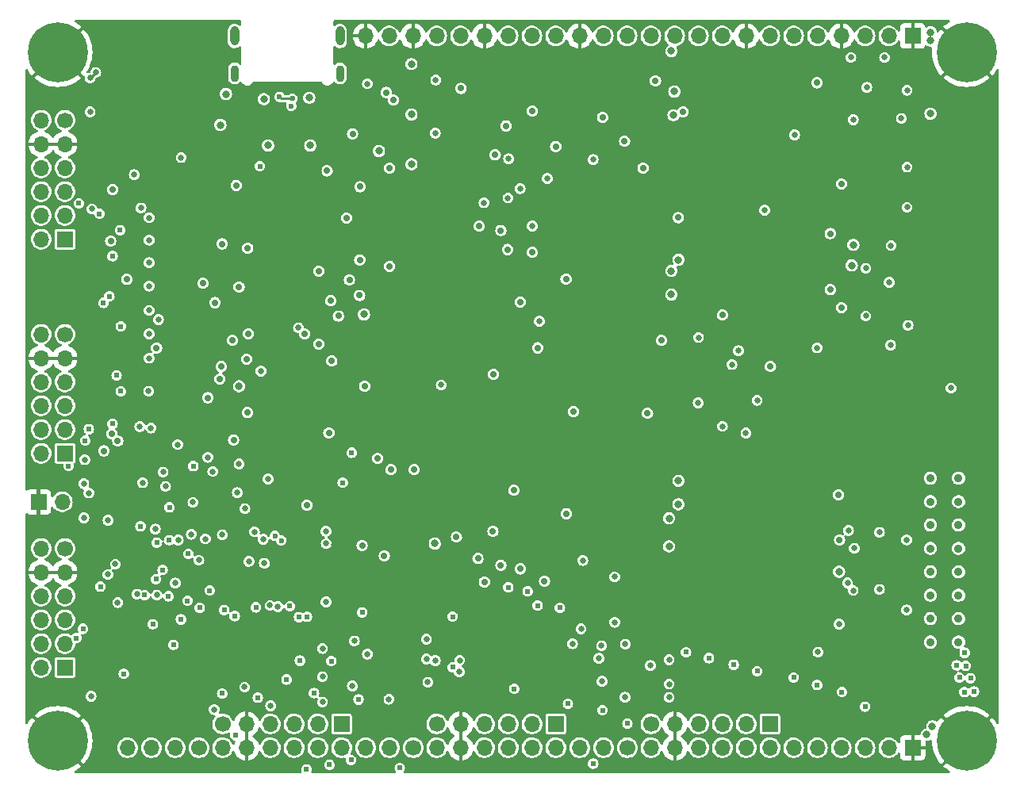
<source format=gbr>
G04 #@! TF.GenerationSoftware,KiCad,Pcbnew,7.0.9-7.0.9~ubuntu22.04.1*
G04 #@! TF.CreationDate,2023-12-15T15:20:44-05:00*
G04 #@! TF.ProjectId,tinytapeout-demo,74696e79-7461-4706-956f-75742d64656d,0.9.4*
G04 #@! TF.SameCoordinates,PX35e1f20PY8044ea0*
G04 #@! TF.FileFunction,Copper,L3,Inr*
G04 #@! TF.FilePolarity,Positive*
%FSLAX46Y46*%
G04 Gerber Fmt 4.6, Leading zero omitted, Abs format (unit mm)*
G04 Created by KiCad (PCBNEW 7.0.9-7.0.9~ubuntu22.04.1) date 2023-12-15 15:20:44*
%MOMM*%
%LPD*%
G01*
G04 APERTURE LIST*
G04 #@! TA.AperFunction,ComponentPad*
%ADD10C,0.900000*%
G04 #@! TD*
G04 #@! TA.AperFunction,ComponentPad*
%ADD11C,0.620000*%
G04 #@! TD*
G04 #@! TA.AperFunction,ComponentPad*
%ADD12C,6.400000*%
G04 #@! TD*
G04 #@! TA.AperFunction,ComponentPad*
%ADD13O,0.950000X2.100000*%
G04 #@! TD*
G04 #@! TA.AperFunction,ComponentPad*
%ADD14O,0.900000X1.800000*%
G04 #@! TD*
G04 #@! TA.AperFunction,ComponentPad*
%ADD15R,1.700000X1.700000*%
G04 #@! TD*
G04 #@! TA.AperFunction,ComponentPad*
%ADD16O,1.700000X1.700000*%
G04 #@! TD*
G04 #@! TA.AperFunction,ComponentPad*
%ADD17C,1.700000*%
G04 #@! TD*
G04 #@! TA.AperFunction,ViaPad*
%ADD18C,0.650000*%
G04 #@! TD*
G04 #@! TA.AperFunction,ViaPad*
%ADD19C,0.800000*%
G04 #@! TD*
G04 #@! TA.AperFunction,ViaPad*
%ADD20C,0.620000*%
G04 #@! TD*
G04 #@! TA.AperFunction,ViaPad*
%ADD21C,0.700000*%
G04 #@! TD*
G04 #@! TA.AperFunction,ViaPad*
%ADD22C,0.600000*%
G04 #@! TD*
G04 #@! TA.AperFunction,Conductor*
%ADD23C,0.250000*%
G04 #@! TD*
G04 #@! TA.AperFunction,Conductor*
%ADD24C,0.230000*%
G04 #@! TD*
G04 APERTURE END LIST*
D10*
G04 #@! TO.N,out6*
G04 #@! TO.C,JP7*
X99900000Y16780000D03*
G04 #@! TO.N,Net-(JP7-B)*
X96900000Y16780000D03*
G04 #@! TD*
D11*
G04 #@! TO.N,GND*
G04 #@! TO.C,STITCH1*
X27700000Y18800000D03*
G04 #@! TD*
G04 #@! TO.N,GND*
G04 #@! TO.C,STITCH1*
X95800000Y18000000D03*
G04 #@! TD*
G04 #@! TO.N,GND*
G04 #@! TO.C,STITCH1*
X54900000Y50100000D03*
G04 #@! TD*
G04 #@! TO.N,GND*
G04 #@! TO.C,STITCH1*
X62200000Y55600000D03*
G04 #@! TD*
D10*
G04 #@! TO.N,out0*
G04 #@! TO.C,JP1*
X99900000Y31780000D03*
G04 #@! TO.N,Net-(JP1-B)*
X96900000Y31780000D03*
G04 #@! TD*
D12*
G04 #@! TO.N,GND*
G04 #@! TO.C,MT3*
X3750000Y77250000D03*
G04 #@! TD*
D11*
G04 #@! TO.N,GND*
G04 #@! TO.C,STITCH1*
X87100000Y23000000D03*
G04 #@! TD*
G04 #@! TO.N,GND*
G04 #@! TO.C,STITCH1*
X83600000Y75600000D03*
G04 #@! TD*
G04 #@! TO.N,GND*
G04 #@! TO.C,STITCH8*
X103700000Y64100000D03*
G04 #@! TD*
G04 #@! TO.N,GND*
G04 #@! TO.C,STITCH1*
X700000Y58600000D03*
G04 #@! TD*
D13*
G04 #@! TO.N,Net-(C3-Pad1)*
G04 #@! TO.C,J15*
X33870000Y79000000D03*
D14*
X22630000Y75000000D03*
X33870000Y75000000D03*
D13*
X22630000Y79000000D03*
G04 #@! TD*
D11*
G04 #@! TO.N,GND*
G04 #@! TO.C,STITCH1*
X67400000Y75600000D03*
G04 #@! TD*
G04 #@! TO.N,GND*
G04 #@! TO.C,STITCH1*
X11200000Y54700000D03*
G04 #@! TD*
D15*
G04 #@! TO.N,in0*
G04 #@! TO.C,J13*
X4500000Y34440000D03*
D16*
G04 #@! TO.N,in2*
X4500000Y36980000D03*
G04 #@! TO.N,out3*
X4500000Y39520000D03*
G04 #@! TO.N,in1*
X4500000Y42060000D03*
G04 #@! TO.N,GND*
X4500000Y44600000D03*
D17*
G04 #@! TO.N,+3V3*
X4500000Y47140000D03*
D16*
G04 #@! TO.N,in4*
X1960000Y34440000D03*
G04 #@! TO.N,in6*
X1960000Y36980000D03*
G04 #@! TO.N,out7*
X1960000Y39520000D03*
G04 #@! TO.N,in5*
X1960000Y42060000D03*
G04 #@! TO.N,GND*
X1960000Y44600000D03*
G04 #@! TO.N,+3V3*
X1960000Y47140000D03*
G04 #@! TD*
D11*
G04 #@! TO.N,GND*
G04 #@! TO.C,STITCH1*
X43900000Y36400000D03*
G04 #@! TD*
G04 #@! TO.N,GND*
G04 #@! TO.C,STITCH11*
X53060000Y800000D03*
G04 #@! TD*
G04 #@! TO.N,GND*
G04 #@! TO.C,STITCH1*
X20000000Y48800000D03*
G04 #@! TD*
G04 #@! TO.N,GND*
G04 #@! TO.C,STITCH1*
X62200000Y45300000D03*
G04 #@! TD*
G04 #@! TO.N,GND*
G04 #@! TO.C,STITCH1*
X26000000Y20500000D03*
G04 #@! TD*
G04 #@! TO.N,GND*
G04 #@! TO.C,STITCH1*
X70900000Y75600000D03*
G04 #@! TD*
G04 #@! TO.N,GND*
G04 #@! TO.C,STITCH1*
X62200000Y65300000D03*
G04 #@! TD*
D17*
G04 #@! TO.N,in0*
G04 #@! TO.C,J2*
X18810000Y3000000D03*
D16*
G04 #@! TO.N,in1*
X16270000Y3000000D03*
G04 #@! TO.N,in2*
X13730000Y3000000D03*
G04 #@! TO.N,in3*
X11190000Y3000000D03*
G04 #@! TD*
D11*
G04 #@! TO.N,GND*
G04 #@! TO.C,STITCH1*
X8500000Y19100000D03*
G04 #@! TD*
G04 #@! TO.N,GND*
G04 #@! TO.C,STITCH1*
X40400000Y5600000D03*
G04 #@! TD*
G04 #@! TO.N,GND*
G04 #@! TO.C,STITCH4*
X103700000Y44100000D03*
G04 #@! TD*
G04 #@! TO.N,GND*
G04 #@! TO.C,STITCH16*
X78460000Y800000D03*
G04 #@! TD*
G04 #@! TO.N,GND*
G04 #@! TO.C,STITCH1*
X71300000Y27400000D03*
G04 #@! TD*
G04 #@! TO.N,GND*
G04 #@! TO.C,STITCH1*
X83500000Y6800000D03*
G04 #@! TD*
G04 #@! TO.N,GND*
G04 #@! TO.C,STITCH1*
X3700000Y9000000D03*
G04 #@! TD*
G04 #@! TO.N,GND*
G04 #@! TO.C,STITCH17*
X83540000Y800000D03*
G04 #@! TD*
G04 #@! TO.N,GND*
G04 #@! TO.C,STITCH1*
X10300000Y29300000D03*
G04 #@! TD*
G04 #@! TO.N,GND*
G04 #@! TO.C,STITCH1*
X35700000Y5600000D03*
G04 #@! TD*
G04 #@! TO.N,GND*
G04 #@! TO.C,STITCH1*
X48800000Y66000000D03*
G04 #@! TD*
G04 #@! TO.N,GND*
G04 #@! TO.C,STITCH1*
X86000000Y37500000D03*
G04 #@! TD*
G04 #@! TO.N,GND*
G04 #@! TO.C,STITCH1*
X66600000Y26500000D03*
G04 #@! TD*
G04 #@! TO.N,GND*
G04 #@! TO.C,STITCH1*
X66600000Y23500000D03*
G04 #@! TD*
G04 #@! TO.N,GND*
G04 #@! TO.C,STITCH1*
X48100000Y75600000D03*
G04 #@! TD*
G04 #@! TO.N,GND*
G04 #@! TO.C,STITCH1*
X50100000Y17200000D03*
G04 #@! TD*
G04 #@! TO.N,GND*
G04 #@! TO.C,STITCH6*
X42900000Y800000D03*
G04 #@! TD*
G04 #@! TO.N,GND*
G04 #@! TO.C,STITCH1*
X31200000Y56800000D03*
G04 #@! TD*
G04 #@! TO.N,GND*
G04 #@! TO.C,STITCH1*
X3400000Y49500000D03*
G04 #@! TD*
G04 #@! TO.N,GND*
G04 #@! TO.C,STITCH1*
X86000000Y43100000D03*
G04 #@! TD*
G04 #@! TO.N,GND*
G04 #@! TO.C,STITCH1*
X35500000Y19000000D03*
G04 #@! TD*
G04 #@! TO.N,GND*
G04 #@! TO.C,STITCH1*
X58700000Y13200000D03*
G04 #@! TD*
G04 #@! TO.N,GND*
G04 #@! TO.C,STITCH1*
X26000000Y63000000D03*
G04 #@! TD*
G04 #@! TO.N,GND*
G04 #@! TO.C,STITCH1*
X63300000Y75600000D03*
G04 #@! TD*
D10*
G04 #@! TO.N,out2*
G04 #@! TO.C,JP3*
X99900000Y26780000D03*
G04 #@! TO.N,Net-(JP3-B)*
X96900000Y26780000D03*
G04 #@! TD*
D11*
G04 #@! TO.N,GND*
G04 #@! TO.C,STITCH1*
X900000Y72300000D03*
G04 #@! TD*
G04 #@! TO.N,GND*
G04 #@! TO.C,STITCH7*
X103700000Y59100000D03*
G04 #@! TD*
G04 #@! TO.N,GND*
G04 #@! TO.C,STITCH13*
X63220000Y800000D03*
G04 #@! TD*
G04 #@! TO.N,GND*
G04 #@! TO.C,STITCH1*
X12400000Y71800000D03*
G04 #@! TD*
D10*
G04 #@! TO.N,out7*
G04 #@! TO.C,JP8*
X99900000Y14280000D03*
G04 #@! TO.N,Net-(JP8-B)*
X96900000Y14280000D03*
G04 #@! TD*
D17*
G04 #@! TO.N,uio0*
G04 #@! TO.C,J8*
X64545000Y3000000D03*
D16*
G04 #@! TO.N,uio1*
X62005000Y3000000D03*
G04 #@! TO.N,uio2*
X59465000Y3000000D03*
G04 #@! TD*
D11*
G04 #@! TO.N,GND*
G04 #@! TO.C,STITCH1*
X12500000Y5200000D03*
G04 #@! TD*
G04 #@! TO.N,GND*
G04 #@! TO.C,STITCH1*
X80700000Y14200000D03*
G04 #@! TD*
D15*
G04 #@! TO.N,out4*
G04 #@! TO.C,J12*
X4500000Y11580000D03*
D16*
G04 #@! TO.N,out3*
X4500000Y14120000D03*
G04 #@! TO.N,in2*
X4500000Y16660000D03*
G04 #@! TO.N,out5*
X4500000Y19200000D03*
G04 #@! TO.N,GND*
X4500000Y21740000D03*
D17*
G04 #@! TO.N,+3V3*
X4500000Y24280000D03*
D16*
G04 #@! TO.N,uio0*
X1960000Y11580000D03*
G04 #@! TO.N,out7*
X1960000Y14120000D03*
G04 #@! TO.N,uio2*
X1960000Y16660000D03*
G04 #@! TO.N,uio1*
X1960000Y19200000D03*
G04 #@! TO.N,GND*
X1960000Y21740000D03*
G04 #@! TO.N,+3V3*
X1960000Y24280000D03*
G04 #@! TD*
D11*
G04 #@! TO.N,GND*
G04 #@! TO.C,STITCH1*
X101400000Y26600000D03*
G04 #@! TD*
G04 #@! TO.N,GND*
G04 #@! TO.C,STITCH1*
X23000000Y43300000D03*
G04 #@! TD*
G04 #@! TO.N,GND*
G04 #@! TO.C,STITCH1*
X96200000Y43100000D03*
G04 #@! TD*
G04 #@! TO.N,GND*
G04 #@! TO.C,STITCH1*
X7200000Y34800000D03*
G04 #@! TD*
G04 #@! TO.N,GND*
G04 #@! TO.C,STITCH1*
X35500000Y26400000D03*
G04 #@! TD*
G04 #@! TO.N,GND*
G04 #@! TO.C,STITCH1*
X86200000Y75600000D03*
G04 #@! TD*
G04 #@! TO.N,GND*
G04 #@! TO.C,STITCH1*
X90100000Y59200000D03*
G04 #@! TD*
G04 #@! TO.N,GND*
G04 #@! TO.C,STITCH1*
X71300000Y32600000D03*
G04 #@! TD*
G04 #@! TO.N,GND*
G04 #@! TO.C,STITCH1*
X40200000Y19100000D03*
G04 #@! TD*
G04 #@! TO.N,GND*
G04 #@! TO.C,STITCH1*
X88800000Y6800000D03*
G04 #@! TD*
D15*
G04 #@! TO.N,in0*
G04 #@! TO.C,J3*
X34045000Y5545000D03*
D16*
G04 #@! TO.N,in1*
X31505000Y5545000D03*
G04 #@! TO.N,in2*
X28965000Y5545000D03*
G04 #@! TO.N,in3*
X26425000Y5545000D03*
G04 #@! TO.N,GND*
X23885000Y5545000D03*
D17*
G04 #@! TO.N,+3V3*
X21345000Y5545000D03*
D16*
G04 #@! TO.N,in4*
X34045000Y3005000D03*
G04 #@! TO.N,in5*
X31505000Y3005000D03*
G04 #@! TO.N,in6*
X28965000Y3005000D03*
G04 #@! TO.N,in7*
X26425000Y3005000D03*
G04 #@! TO.N,GND*
X23885000Y3005000D03*
G04 #@! TO.N,+3V3*
X21345000Y3005000D03*
G04 #@! TD*
D11*
G04 #@! TO.N,GND*
G04 #@! TO.C,STITCH1*
X66600000Y31600000D03*
G04 #@! TD*
G04 #@! TO.N,GND*
G04 #@! TO.C,STITCH1*
X12500000Y13100000D03*
G04 #@! TD*
G04 #@! TO.N,GND*
G04 #@! TO.C,STITCH1*
X35200000Y72200000D03*
G04 #@! TD*
G04 #@! TO.N,GND*
G04 #@! TO.C,STITCH1*
X34400000Y10300000D03*
G04 #@! TD*
G04 #@! TO.N,GND*
G04 #@! TO.C,STITCH1*
X73600000Y75600000D03*
G04 #@! TD*
D12*
G04 #@! TO.N,GND*
G04 #@! TO.C,MT4*
X100750000Y77250000D03*
G04 #@! TD*
D11*
G04 #@! TO.N,GND*
G04 #@! TO.C,STITCH3*
X103700000Y39100000D03*
G04 #@! TD*
G04 #@! TO.N,GND*
G04 #@! TO.C,STITCH1*
X23600000Y8100000D03*
G04 #@! TD*
G04 #@! TO.N,GND*
G04 #@! TO.C,STITCH1*
X35700000Y32900000D03*
G04 #@! TD*
G04 #@! TO.N,GND*
G04 #@! TO.C,STITCH1*
X29000000Y70400000D03*
G04 #@! TD*
G04 #@! TO.N,GND*
G04 #@! TO.C,STITCH1*
X12500000Y49700000D03*
G04 #@! TD*
D12*
G04 #@! TO.N,GND*
G04 #@! TO.C,MT2*
X100750000Y3750000D03*
G04 #@! TD*
D11*
G04 #@! TO.N,GND*
G04 #@! TO.C,STITCH6*
X12500000Y700000D03*
G04 #@! TD*
G04 #@! TO.N,GND*
G04 #@! TO.C,STITCH1*
X34500000Y14800000D03*
G04 #@! TD*
G04 #@! TO.N,GND*
G04 #@! TO.C,STITCH1*
X71300000Y22100000D03*
G04 #@! TD*
G04 #@! TO.N,GND*
G04 #@! TO.C,STITCH1*
X71200000Y59400000D03*
G04 #@! TD*
G04 #@! TO.N,GND*
G04 #@! TO.C,STITCH1*
X53100000Y75600000D03*
G04 #@! TD*
G04 #@! TO.N,GND*
G04 #@! TO.C,STITCH1*
X12500000Y45700000D03*
G04 #@! TD*
D15*
G04 #@! TO.N,uio0*
G04 #@! TO.C,J5*
X56905000Y5545000D03*
D16*
G04 #@! TO.N,uio1*
X54365000Y5545000D03*
G04 #@! TO.N,uio2*
X51825000Y5545000D03*
G04 #@! TO.N,uio3*
X49285000Y5545000D03*
G04 #@! TO.N,GND*
X46745000Y5545000D03*
D17*
G04 #@! TO.N,+3V3*
X44205000Y5545000D03*
D16*
G04 #@! TO.N,uio4*
X56905000Y3005000D03*
G04 #@! TO.N,uio5*
X54365000Y3005000D03*
G04 #@! TO.N,uio6*
X51825000Y3005000D03*
G04 #@! TO.N,uio7*
X49285000Y3005000D03*
G04 #@! TO.N,GND*
X46745000Y3005000D03*
G04 #@! TO.N,+3V3*
X44205000Y3005000D03*
G04 #@! TD*
D11*
G04 #@! TO.N,GND*
G04 #@! TO.C,STITCH1*
X10300000Y39000000D03*
G04 #@! TD*
G04 #@! TO.N,GND*
G04 #@! TO.C,STITCH1*
X27000000Y68200000D03*
G04 #@! TD*
G04 #@! TO.N,GND*
G04 #@! TO.C,STITCH1*
X39900000Y9700000D03*
G04 #@! TD*
G04 #@! TO.N,GND*
G04 #@! TO.C,STITCH18*
X88620000Y800000D03*
G04 #@! TD*
G04 #@! TO.N,GND*
G04 #@! TO.C,STITCH9*
X103700000Y69100000D03*
G04 #@! TD*
D10*
G04 #@! TO.N,out1*
G04 #@! TO.C,JP2*
X99900000Y29280000D03*
G04 #@! TO.N,Net-(JP2-B)*
X96900000Y29280000D03*
G04 #@! TD*
D11*
G04 #@! TO.N,GND*
G04 #@! TO.C,STITCH1*
X56600000Y55500000D03*
G04 #@! TD*
G04 #@! TO.N,GND*
G04 #@! TO.C,STITCH1*
X71300000Y46300000D03*
G04 #@! TD*
G04 #@! TO.N,GND*
G04 #@! TO.C,STITCH1*
X700000Y12900000D03*
G04 #@! TD*
G04 #@! TO.N,GND*
G04 #@! TO.C,STITCH1*
X81100000Y75600000D03*
G04 #@! TD*
G04 #@! TO.N,GND*
G04 #@! TO.C,STITCH1*
X62200000Y19100000D03*
G04 #@! TD*
G04 #@! TO.N,GND*
G04 #@! TO.C,STITCH1*
X8500000Y13100000D03*
G04 #@! TD*
G04 #@! TO.N,GND*
G04 #@! TO.C,STITCH1*
X63200000Y6300000D03*
G04 #@! TD*
G04 #@! TO.N,GND*
G04 #@! TO.C,STITCH14*
X68300000Y800000D03*
G04 #@! TD*
G04 #@! TO.N,GND*
G04 #@! TO.C,STITCH1*
X12300000Y21300000D03*
G04 #@! TD*
D15*
G04 #@! TO.N,GND*
G04 #@! TO.C,J10*
X1690000Y29260000D03*
D16*
G04 #@! TO.N,/RP2040/RUN*
X4230000Y29260000D03*
G04 #@! TD*
D11*
G04 #@! TO.N,GND*
G04 #@! TO.C,STITCH1*
X24400000Y18900000D03*
G04 #@! TD*
G04 #@! TO.N,GND*
G04 #@! TO.C,STITCH1*
X8600000Y58200000D03*
G04 #@! TD*
D17*
G04 #@! TO.N,uio3*
G04 #@! TO.C,J17*
X41700000Y3000000D03*
D16*
G04 #@! TO.N,~{project_rst}*
X39160000Y3000000D03*
G04 #@! TO.N,project_clk*
X36620000Y3000000D03*
G04 #@! TD*
D11*
G04 #@! TO.N,GND*
G04 #@! TO.C,STITCH1*
X92900000Y23000000D03*
G04 #@! TD*
G04 #@! TO.N,GND*
G04 #@! TO.C,STITCH1*
X56500000Y9200000D03*
G04 #@! TD*
D15*
G04 #@! TO.N,GND*
G04 #@! TO.C,J9*
X95000000Y79000000D03*
D16*
G04 #@! TO.N,+1V8*
X92460000Y79000000D03*
G04 #@! TO.N,+3V3*
X89920000Y79000000D03*
G04 #@! TO.N,GND*
X87380000Y79000000D03*
G04 #@! TO.N,usrclk2*
X84840000Y79000000D03*
G04 #@! TO.N,HK_SCK*
X82300000Y79000000D03*
G04 #@! TO.N,HK_CSB*
X79760000Y79000000D03*
G04 #@! TO.N,GND*
X77220000Y79000000D03*
G04 #@! TO.N,HK_SDI*
X74680000Y79000000D03*
G04 #@! TO.N,HK_SDO*
X72140000Y79000000D03*
G04 #@! TO.N,mprj_io0*
X69600000Y79000000D03*
G04 #@! TO.N,~{ctrl_sel_rst}*
X67060000Y79000000D03*
G04 #@! TO.N,mio37*
X64520000Y79000000D03*
G04 #@! TO.N,ctrl_sel_inc*
X61980000Y79000000D03*
G04 #@! TO.N,GND*
X59440000Y79000000D03*
G04 #@! TO.N,mio35*
X56900000Y79000000D03*
G04 #@! TO.N,ctrl_ena*
X54360000Y79000000D03*
G04 #@! TO.N,mio33*
X51820000Y79000000D03*
G04 #@! TO.N,GND*
X49280000Y79000000D03*
G04 #@! TO.N,RPIO29*
X46740000Y79000000D03*
G04 #@! TO.N,+3V3*
X44200000Y79000000D03*
G04 #@! TO.N,GND*
X41660000Y79000000D03*
G04 #@! TO.N,+5V*
X39120000Y79000000D03*
G04 #@! TO.N,GND*
X36580000Y79000000D03*
G04 #@! TD*
D11*
G04 #@! TO.N,GND*
G04 #@! TO.C,STITCH1*
X43600000Y41300000D03*
G04 #@! TD*
G04 #@! TO.N,GND*
G04 #@! TO.C,STITCH1*
X62200000Y27100000D03*
G04 #@! TD*
G04 #@! TO.N,GND*
G04 #@! TO.C,STITCH1*
X101400000Y21500000D03*
G04 #@! TD*
G04 #@! TO.N,GND*
G04 #@! TO.C,STITCH1*
X19700000Y5200000D03*
G04 #@! TD*
G04 #@! TO.N,GND*
G04 #@! TO.C,STITCH1*
X55700000Y75600000D03*
G04 #@! TD*
G04 #@! TO.N,GND*
G04 #@! TO.C,STITCH1*
X74400000Y73500000D03*
G04 #@! TD*
G04 #@! TO.N,GND*
G04 #@! TO.C,STITCH1*
X8450000Y67550000D03*
G04 #@! TD*
G04 #@! TO.N,GND*
G04 #@! TO.C,STITCH6*
X103700000Y54100000D03*
G04 #@! TD*
G04 #@! TO.N,GND*
G04 #@! TO.C,STITCH1*
X93400000Y55100000D03*
G04 #@! TD*
D10*
G04 #@! TO.N,out4*
G04 #@! TO.C,JP5*
X99900000Y21780000D03*
G04 #@! TO.N,Net-(JP5-B)*
X96900000Y21780000D03*
G04 #@! TD*
D11*
G04 #@! TO.N,GND*
G04 #@! TO.C,STITCH1*
X24500000Y22100000D03*
G04 #@! TD*
G04 #@! TO.N,GND*
G04 #@! TO.C,STITCH1*
X95300000Y73600000D03*
G04 #@! TD*
G04 #@! TO.N,GND*
G04 #@! TO.C,STITCH1*
X62200000Y41100000D03*
G04 #@! TD*
G04 #@! TO.N,GND*
G04 #@! TO.C,STITCH1*
X62200000Y34000000D03*
G04 #@! TD*
G04 #@! TO.N,GND*
G04 #@! TO.C,STITCH1*
X56700000Y19100000D03*
G04 #@! TD*
G04 #@! TO.N,GND*
G04 #@! TO.C,STITCH1*
X24000000Y73300000D03*
G04 #@! TD*
G04 #@! TO.N,GND*
G04 #@! TO.C,STITCH10*
X47980000Y800000D03*
G04 #@! TD*
G04 #@! TO.N,GND*
G04 #@! TO.C,STITCH1*
X24200000Y33300000D03*
G04 #@! TD*
G04 #@! TO.N,GND*
G04 #@! TO.C,STITCH1*
X20200000Y57300000D03*
G04 #@! TD*
G04 #@! TO.N,GND*
G04 #@! TO.C,STITCH1*
X71600000Y12000000D03*
G04 #@! TD*
D15*
G04 #@! TO.N,uio4*
G04 #@! TO.C,J14*
X4500000Y57300000D03*
D16*
G04 #@! TO.N,uio6*
X4500000Y59840000D03*
G04 #@! TO.N,uio3*
X4500000Y62380000D03*
G04 #@! TO.N,uio5*
X4500000Y64920000D03*
G04 #@! TO.N,GND*
X4500000Y67460000D03*
D17*
G04 #@! TO.N,+3V3*
X4500000Y70000000D03*
D16*
G04 #@! TO.N,in5*
X1960000Y57300000D03*
G04 #@! TO.N,out4*
X1960000Y59840000D03*
G04 #@! TO.N,in3*
X1960000Y62380000D03*
G04 #@! TO.N,out6*
X1960000Y64920000D03*
G04 #@! TO.N,GND*
X1960000Y67460000D03*
G04 #@! TO.N,+3V3*
X1960000Y70000000D03*
G04 #@! TD*
D11*
G04 #@! TO.N,GND*
G04 #@! TO.C,STITCH1*
X103700000Y29100000D03*
G04 #@! TD*
G04 #@! TO.N,GND*
G04 #@! TO.C,STITCH2*
X103700000Y34100000D03*
G04 #@! TD*
G04 #@! TO.N,GND*
G04 #@! TO.C,STITCH1*
X53000000Y69500000D03*
G04 #@! TD*
G04 #@! TO.N,GND*
G04 #@! TO.C,STITCH1*
X71200000Y50900000D03*
G04 #@! TD*
D10*
G04 #@! TO.N,out5*
G04 #@! TO.C,JP6*
X99900000Y19280000D03*
G04 #@! TO.N,Net-(JP6-B)*
X96900000Y19280000D03*
G04 #@! TD*
D11*
G04 #@! TO.N,GND*
G04 #@! TO.C,STITCH1*
X86000000Y31400000D03*
G04 #@! TD*
G04 #@! TO.N,GND*
G04 #@! TO.C,STITCH1*
X90050000Y23000000D03*
G04 #@! TD*
D15*
G04 #@! TO.N,GND*
G04 #@! TO.C,J1*
X95000000Y3000000D03*
D16*
G04 #@! TO.N,+5V*
X92460000Y3000000D03*
G04 #@! TO.N,out0*
X89920000Y3000000D03*
G04 #@! TO.N,out1*
X87380000Y3000000D03*
G04 #@! TO.N,out2*
X84840000Y3000000D03*
G04 #@! TO.N,out3*
X82300000Y3000000D03*
G04 #@! TD*
D11*
G04 #@! TO.N,GND*
G04 #@! TO.C,STITCH1*
X91800000Y75600000D03*
G04 #@! TD*
G04 #@! TO.N,GND*
G04 #@! TO.C,STITCH1*
X12500000Y41900000D03*
G04 #@! TD*
G04 #@! TO.N,GND*
G04 #@! TO.C,STITCH1*
X52000000Y62800000D03*
G04 #@! TD*
G04 #@! TO.N,GND*
G04 #@! TO.C,STITCH1*
X56500000Y30300000D03*
G04 #@! TD*
G04 #@! TO.N,GND*
G04 #@! TO.C,STITCH1*
X71200000Y65200000D03*
G04 #@! TD*
G04 #@! TO.N,GND*
G04 #@! TO.C,STITCH1*
X32800000Y73300000D03*
G04 #@! TD*
G04 #@! TO.N,GND*
G04 #@! TO.C,STITCH5*
X103700000Y49100000D03*
G04 #@! TD*
G04 #@! TO.N,GND*
G04 #@! TO.C,STITCH1*
X78900000Y73500000D03*
G04 #@! TD*
G04 #@! TO.N,GND*
G04 #@! TO.C,STITCH1*
X8100000Y62900000D03*
G04 #@! TD*
G04 #@! TO.N,GND*
G04 #@! TO.C,STITCH1*
X37800000Y41500000D03*
G04 #@! TD*
G04 #@! TO.N,GND*
G04 #@! TO.C,STITCH1*
X8700000Y41900000D03*
G04 #@! TD*
G04 #@! TO.N,GND*
G04 #@! TO.C,STITCH1*
X97700000Y71700000D03*
G04 #@! TD*
G04 #@! TO.N,GND*
G04 #@! TO.C,STITCH1*
X17600000Y13900000D03*
G04 #@! TD*
D15*
G04 #@! TO.N,out0*
G04 #@! TO.C,J6*
X79765000Y5545000D03*
D16*
G04 #@! TO.N,out1*
X77225000Y5545000D03*
G04 #@! TO.N,out2*
X74685000Y5545000D03*
G04 #@! TO.N,out3*
X72145000Y5545000D03*
G04 #@! TO.N,GND*
X69605000Y5545000D03*
D17*
G04 #@! TO.N,+3V3*
X67065000Y5545000D03*
D16*
G04 #@! TO.N,out4*
X79765000Y3005000D03*
G04 #@! TO.N,out5*
X77225000Y3005000D03*
G04 #@! TO.N,out6*
X74685000Y3005000D03*
G04 #@! TO.N,out7*
X72145000Y3005000D03*
G04 #@! TO.N,GND*
X69605000Y3005000D03*
G04 #@! TO.N,+3V3*
X67065000Y3005000D03*
G04 #@! TD*
D10*
G04 #@! TO.N,out3*
G04 #@! TO.C,JP4*
X99900000Y24280000D03*
G04 #@! TO.N,Net-(JP4-B)*
X96900000Y24280000D03*
G04 #@! TD*
D11*
G04 #@! TO.N,GND*
G04 #@! TO.C,STITCH15*
X73380000Y800000D03*
G04 #@! TD*
G04 #@! TO.N,GND*
G04 #@! TO.C,STITCH12*
X58140000Y800000D03*
G04 #@! TD*
G04 #@! TO.N,GND*
G04 #@! TO.C,STITCH1*
X43900000Y31500000D03*
G04 #@! TD*
G04 #@! TO.N,GND*
G04 #@! TO.C,STITCH1*
X700000Y63600000D03*
G04 #@! TD*
G04 #@! TO.N,GND*
G04 #@! TO.C,STITCH1*
X31900000Y67200000D03*
G04 #@! TD*
G04 #@! TO.N,GND*
G04 #@! TO.C,STITCH1*
X8600000Y54800000D03*
G04 #@! TD*
G04 #@! TO.N,GND*
G04 #@! TO.C,STITCH1*
X23750000Y71000000D03*
G04 #@! TD*
G04 #@! TO.N,GND*
G04 #@! TO.C,STITCH1*
X96200000Y37500000D03*
G04 #@! TD*
G04 #@! TO.N,GND*
G04 #@! TO.C,STITCH1*
X66600000Y29000000D03*
G04 #@! TD*
G04 #@! TO.N,GND*
G04 #@! TO.C,STITCH1*
X62200000Y50300000D03*
G04 #@! TD*
G04 #@! TO.N,GND*
G04 #@! TO.C,STITCH1*
X88700000Y49400000D03*
G04 #@! TD*
G04 #@! TO.N,GND*
G04 #@! TO.C,STITCH1*
X101400000Y24100000D03*
G04 #@! TD*
G04 #@! TO.N,GND*
G04 #@! TO.C,STITCH1*
X8100000Y73600000D03*
G04 #@! TD*
G04 #@! TO.N,GND*
G04 #@! TO.C,STITCH1*
X95800000Y25600000D03*
G04 #@! TD*
G04 #@! TO.N,GND*
G04 #@! TO.C,STITCH1*
X86850000Y14200000D03*
G04 #@! TD*
G04 #@! TO.N,GND*
G04 #@! TO.C,STITCH1*
X31400000Y44500000D03*
G04 #@! TD*
D12*
G04 #@! TO.N,GND*
G04 #@! TO.C,MT1*
X3750000Y3750000D03*
G04 #@! TD*
D11*
G04 #@! TO.N,GND*
G04 #@! TO.C,STITCH1*
X95900000Y59400000D03*
G04 #@! TD*
G04 #@! TO.N,GND*
G04 #@! TO.C,STITCH1*
X27700000Y22000000D03*
G04 #@! TD*
G04 #@! TO.N,GND*
G04 #@! TO.C,STITCH1*
X11250000Y80200000D03*
G04 #@! TD*
G04 #@! TO.N,GND*
G04 #@! TO.C,STITCH1*
X71300000Y38800000D03*
G04 #@! TD*
D18*
G04 #@! TO.N,/RP2040/SWCLK*
X59800000Y23000000D03*
G04 #@! TO.N,/RP2040/SWDIO*
X63190000Y21245000D03*
G04 #@! TO.N,GND*
X12180000Y25176684D03*
D19*
X75100000Y41700000D03*
D18*
X8650000Y45300000D03*
X28850000Y14300000D03*
X33263556Y24630665D03*
X90050000Y25900000D03*
X50000000Y10700000D03*
X17100000Y80200000D03*
X95700000Y69600000D03*
D19*
X43600000Y49100000D03*
D18*
X27100000Y27700000D03*
D19*
X43400000Y53900000D03*
X67600000Y54900000D03*
D18*
X20475870Y33495692D03*
X24650000Y15750000D03*
D19*
X80200000Y23800000D03*
X80100000Y28800000D03*
X48700000Y72000000D03*
X80700000Y50900000D03*
D18*
X18000000Y78200000D03*
X38506709Y15088028D03*
X35995000Y64746599D03*
D19*
X84700000Y49100000D03*
X46500000Y62800000D03*
D18*
X33370504Y18577500D03*
X9650000Y25850000D03*
X20100000Y76300000D03*
D19*
X11200000Y69800000D03*
D18*
X50100000Y11550000D03*
X27550000Y10900000D03*
X98600000Y69900000D03*
X28850000Y15195000D03*
X17100000Y7800000D03*
D19*
X80600000Y72000000D03*
D20*
X19000000Y19800004D03*
D18*
X17850000Y80150000D03*
X90050000Y19900000D03*
X90531110Y69424644D03*
X26505707Y26870895D03*
X32004169Y27006574D03*
X87820000Y68139740D03*
D19*
X79000000Y48300000D03*
X82600000Y43100000D03*
D18*
X21922500Y12600000D03*
D19*
X75400000Y56800000D03*
X67600000Y70500000D03*
X39200000Y61600000D03*
D18*
X16200000Y7150000D03*
D19*
X24701333Y72304581D03*
D18*
X17345704Y17700000D03*
X17648100Y27820600D03*
D19*
X80200000Y31400000D03*
X13100000Y67300000D03*
D18*
X65400000Y15800000D03*
X31027500Y28166411D03*
D19*
X83500000Y68600000D03*
X82500000Y60400000D03*
X67600000Y73000000D03*
D18*
X19476489Y24326489D03*
D19*
X80200000Y26300000D03*
X12700000Y68200000D03*
X79400000Y33900000D03*
X31700000Y72400000D03*
D18*
X20194005Y71301998D03*
X19200000Y72200000D03*
D19*
X48300000Y24600000D03*
D18*
X65900000Y12500000D03*
D19*
G04 #@! TO.N,+5V*
X96900000Y78500000D03*
X96900000Y79400000D03*
X96500000Y4400000D03*
X96900000Y70700000D03*
X97100000Y5300000D03*
X38027500Y66714631D03*
D18*
G04 #@! TO.N,Net-(C1-Pad2)*
X43097814Y12473001D03*
X43250000Y10000000D03*
X43100000Y14600000D03*
D21*
G04 #@! TO.N,gpio*
X87400000Y50000000D03*
X87400000Y63200000D03*
G04 #@! TO.N,Caravel_SCK*
X86200000Y57900000D03*
X86200000Y51900000D03*
D18*
G04 #@! TO.N,Caravel_D1*
X92500000Y52700000D03*
X92650000Y45980000D03*
X92702750Y56625000D03*
G04 #@! TO.N,Caravel_D0*
X90000000Y49100000D03*
X90000000Y54200000D03*
D21*
G04 #@! TO.N,xclk*
X50444327Y66300000D03*
X48740570Y58685000D03*
D18*
G04 #@! TO.N,+3V3*
X61510000Y12542981D03*
D19*
X69000000Y27500000D03*
D18*
X13500000Y57200000D03*
X69000000Y9800000D03*
X13500000Y49700000D03*
D19*
X69470000Y70537534D03*
D18*
X12625680Y60629996D03*
X13500000Y54800000D03*
X32370955Y26106049D03*
D19*
X69560000Y73066476D03*
D18*
X7800000Y75100000D03*
X32389808Y18577500D03*
D19*
X69250000Y51388959D03*
D18*
X94400000Y73200000D03*
X13500000Y44600000D03*
D21*
X35999996Y62899996D03*
D18*
X93800000Y70200000D03*
X44050000Y12300000D03*
X19762436Y34010878D03*
D19*
X36434879Y49270000D03*
D18*
X6525000Y31200000D03*
X19500000Y25300000D03*
X67000000Y11790000D03*
D19*
X23100000Y41600000D03*
D18*
X69000000Y12400000D03*
X13500000Y52300000D03*
X6542899Y27544557D03*
D19*
X69000000Y24500000D03*
D18*
X46650000Y12350000D03*
X32400000Y24800000D03*
X94400000Y65000000D03*
X7382427Y60530000D03*
X44100000Y74300000D03*
D20*
X19963914Y19793587D03*
D18*
X36800000Y73900000D03*
X90100000Y73500000D03*
X23100000Y33300000D03*
D19*
X69250000Y77385985D03*
D18*
X13450391Y41077500D03*
X22912443Y30237906D03*
X6632500Y33757998D03*
X7200000Y70900000D03*
X13505972Y59594028D03*
X46600000Y11100000D03*
D19*
X44000000Y24800000D03*
D18*
X31999996Y10600000D03*
X13500000Y47185715D03*
X31999996Y13600000D03*
D19*
X69250000Y53915069D03*
D18*
X69000000Y8400000D03*
X31999996Y7877500D03*
X94500000Y48100000D03*
X94400000Y60700000D03*
X20436373Y7085826D03*
X7200000Y74500000D03*
D21*
G04 #@! TO.N,~{project_rst}*
X37900000Y33900000D03*
X8674316Y34700000D03*
D18*
X64300000Y8400000D03*
X64330912Y14066103D03*
X9100000Y21500000D03*
X39100000Y8185000D03*
D19*
G04 #@! TO.N,+1V8*
X70000000Y55104992D03*
X41500000Y70619502D03*
X21100000Y69500002D03*
X88500000Y54500000D03*
X41500000Y76000000D03*
D18*
X88669022Y70061420D03*
D19*
X70000000Y31500000D03*
X70000000Y29000000D03*
X88669022Y56690000D03*
X21700000Y72800000D03*
D18*
X92000000Y76700000D03*
D19*
X41500000Y65300000D03*
D18*
X88400000Y76700000D03*
D19*
G04 #@! TO.N,VBUS*
X30700000Y67300000D03*
X25750000Y72251652D03*
X30600000Y72400000D03*
X26200000Y67300000D03*
D18*
G04 #@! TO.N,/RP2040/DVDD*
X25800000Y22700000D03*
X26407407Y18196891D03*
G04 #@! TO.N,project_clk*
X36800000Y13000000D03*
X58700000Y14100000D03*
D21*
X58800000Y38900000D03*
G04 #@! TO.N,usrclk2*
X66700000Y38700000D03*
X84800000Y74000000D03*
X67550000Y74200000D03*
G04 #@! TO.N,mprj_io0*
X68200000Y46500000D03*
G04 #@! TO.N,HK_SCK*
X19770240Y40372500D03*
D18*
X18807144Y23020175D03*
X44670042Y41734705D03*
X82400000Y68435498D03*
X44046215Y68625000D03*
D21*
G04 #@! TO.N,HK_CSB*
X9507156Y36528556D03*
D18*
X10152500Y18500000D03*
D21*
X33000000Y44300000D03*
D18*
X9900000Y22600000D03*
D21*
X79825000Y43700000D03*
X32688303Y36627500D03*
G04 #@! TO.N,HK_SDI*
X14291486Y45691486D03*
D18*
X76400000Y45400000D03*
X14322500Y19300000D03*
D21*
G04 #@! TO.N,HK_SDO*
X22520783Y35878556D03*
D18*
X9109077Y27285527D03*
D21*
X10153856Y35758111D03*
D18*
X72140000Y46800000D03*
D21*
X22400000Y46500000D03*
G04 #@! TO.N,uio1*
X54400000Y55900000D03*
D18*
X54400000Y58705000D03*
D20*
X61900000Y7000000D03*
D21*
X35970000Y51300000D03*
D20*
X53900000Y19700000D03*
D21*
X35986425Y55098159D03*
D20*
X8300000Y20200000D03*
X9252500Y51200000D03*
G04 #@! TO.N,uio0*
X57350000Y17950000D03*
D21*
X31600000Y53900000D03*
D20*
X64550000Y5600000D03*
D21*
X11102500Y53002498D03*
D20*
X54967500Y18183611D03*
D21*
X31600000Y46100000D03*
D20*
X10800000Y10900000D03*
D18*
X55151895Y48545000D03*
D21*
X54967500Y45700000D03*
G04 #@! TO.N,uio3*
X49284996Y20700000D03*
D18*
X49247500Y61196712D03*
D21*
G04 #@! TO.N,uio2*
X51755000Y56200000D03*
D20*
X51835085Y20132500D03*
D21*
X21200000Y43700000D03*
X21300000Y56800000D03*
D18*
X51800000Y61700000D03*
D21*
G04 #@! TO.N,uio5*
X53140000Y22100000D03*
X32888703Y50725000D03*
X53100000Y50600000D03*
X32500000Y64600000D03*
D18*
X53100000Y62700000D03*
G04 #@! TO.N,uio4*
X55999081Y63785000D03*
D21*
X55700000Y20800000D03*
X9600000Y62600000D03*
X9400000Y57100000D03*
D20*
G04 #@! TO.N,uio7*
X60900000Y1300000D03*
D18*
X60900000Y65800000D03*
D21*
X48600000Y23200000D03*
D18*
G04 #@! TO.N,uio6*
X51866731Y65880000D03*
D21*
X51041709Y58240000D03*
X51041709Y22500000D03*
D20*
G04 #@! TO.N,in0*
X35113846Y34500000D03*
X8200000Y60015000D03*
D21*
X34555581Y59572500D03*
D20*
X18900000Y17950000D03*
X35050000Y1700000D03*
X6677500Y35792035D03*
D21*
G04 #@! TO.N,mio33*
X51600000Y69400000D03*
D20*
G04 #@! TO.N,in2*
X9600000Y55495000D03*
D21*
X39300000Y32700000D03*
D20*
X30300000Y700004D03*
D21*
X39175619Y54413151D03*
D20*
X40249997Y850003D03*
X9600000Y37600000D03*
X13899998Y16200000D03*
D21*
X41800000Y32700000D03*
D20*
G04 #@! TO.N,in1*
X21300000Y8800000D03*
X10400000Y58267500D03*
X21500000Y17712500D03*
X31100000Y8837500D03*
D21*
X52427500Y30500000D03*
D20*
X32751635Y1195000D03*
X52467500Y9300000D03*
D21*
X21056706Y42373051D03*
D20*
X10025199Y42765000D03*
D21*
G04 #@! TO.N,in4*
X33700000Y49099998D03*
D20*
X32950000Y12250000D03*
X34167500Y31300000D03*
X7067348Y37014594D03*
X8620000Y50500000D03*
X29600000Y12300000D03*
X29500000Y16950000D03*
D21*
G04 #@! TO.N,in3*
X22800000Y63052500D03*
X58037500Y28000000D03*
D20*
X22637500Y17062500D03*
D21*
X58000000Y53050000D03*
X23100000Y52200000D03*
D20*
X22700000Y4342500D03*
X58200000Y7700000D03*
D21*
G04 #@! TO.N,in6*
X50267500Y42867500D03*
X46299998Y25500000D03*
D20*
X45896118Y11602773D03*
X45900000Y17000000D03*
D21*
X23980783Y38779941D03*
X50200000Y26100000D03*
D20*
X28161649Y10288351D03*
D21*
X23900000Y44500000D03*
G04 #@! TO.N,in5*
X24025527Y56332500D03*
X30350000Y28900000D03*
X30110000Y47190000D03*
D20*
X30350000Y16987500D03*
D21*
X24100000Y47200000D03*
D20*
G04 #@! TO.N,out0*
X89920000Y7400000D03*
D18*
X16555000Y35375000D03*
D20*
X101550879Y9000000D03*
X16900000Y16700000D03*
G04 #@! TO.N,in7*
X25099084Y8350826D03*
X36233849Y17455839D03*
D21*
X36233849Y24600000D03*
D20*
X35850000Y8150000D03*
D21*
X36500000Y41600000D03*
D20*
G04 #@! TO.N,out2*
X84800000Y9700000D03*
D18*
X12500000Y37300000D03*
X74700000Y37322500D03*
D20*
X13028555Y19296431D03*
X101173843Y10441214D03*
G04 #@! TO.N,out1*
X100528869Y8941163D03*
X12580000Y26638144D03*
D18*
X13709048Y37140000D03*
X77200000Y36600000D03*
D20*
X87450000Y8950000D03*
D18*
G04 #@! TO.N,out4*
X79200000Y60400000D03*
X78397500Y40097500D03*
D20*
X5998400Y61119996D03*
X100678872Y11735225D03*
X6432500Y15702009D03*
X78397500Y11167500D03*
D18*
G04 #@! TO.N,out3*
X72100000Y39832500D03*
D20*
X82300000Y10500002D03*
X15639110Y25176438D03*
X16100000Y14000000D03*
X100000000Y10500000D03*
G04 #@! TO.N,out6*
X24898272Y17987258D03*
D18*
X99100000Y41400000D03*
X25442386Y43218778D03*
D20*
X73255649Y12575000D03*
X25311780Y65092500D03*
X100552754Y13147246D03*
G04 #@! TO.N,out5*
X5724027Y14711613D03*
X99700000Y11800000D03*
X4900000Y33080498D03*
D21*
X20527500Y50527500D03*
D20*
X75900000Y11867500D03*
D18*
X75700000Y43915000D03*
D20*
X18220875Y33067998D03*
D21*
X74700000Y49200000D03*
G04 #@! TO.N,ctrl_ena*
X39172500Y64887119D03*
X54400000Y70985000D03*
D18*
X16286610Y20593750D03*
D21*
X39572500Y72173904D03*
D18*
X16602453Y25175000D03*
X16923797Y66012500D03*
G04 #@! TO.N,out7*
X84900000Y13207500D03*
D20*
X10470402Y41060522D03*
D18*
X84800000Y45700000D03*
X29444417Y47837500D03*
D20*
X10470000Y47994297D03*
X70807500Y13207500D03*
X28526514Y18117949D03*
D21*
G04 #@! TO.N,mio35*
X56900000Y67200000D03*
G04 #@! TO.N,ctrl_sel_inc*
X34879653Y52938355D03*
X35220040Y68560000D03*
D18*
X18000000Y25800000D03*
D21*
X19249502Y52600000D03*
X61900006Y70312500D03*
G04 #@! TO.N,mio37*
X64250000Y67750000D03*
D18*
G04 #@! TO.N,~{ctrl_sel_rst}*
X12200000Y19400000D03*
D21*
X66220000Y64900000D03*
D18*
X11902611Y64183009D03*
G04 #@! TO.N,/RP2040/SWDIO*
X63200000Y16400000D03*
G04 #@! TO.N,/RP2040/SWCLK*
X59600006Y15700000D03*
D21*
G04 #@! TO.N,RPIO29*
X46800000Y73400000D03*
X38800000Y72970000D03*
X38600000Y23500000D03*
D18*
G04 #@! TO.N,/RP2040/RUN*
X27246916Y18063739D03*
X7299999Y8500001D03*
X7055000Y30204934D03*
X26472662Y7480026D03*
G04 #@! TO.N,boot_mode*
X20300000Y32500000D03*
X14500000Y48710000D03*
X21300000Y25737836D03*
X14989220Y32433056D03*
G04 #@! TO.N,/RP2040/QSPI_CLK*
X24738386Y26063774D03*
X23730000Y28528511D03*
X18175000Y29200000D03*
D20*
G04 #@! TO.N,/RP2040/QSPI_SD0*
X15664621Y28665000D03*
D18*
G04 #@! TO.N,/RP2040/QSPI_SD1*
X12800000Y31300000D03*
X15250000Y30900002D03*
X14157102Y26345000D03*
G04 #@! TO.N,RP_proj_clk*
X35400000Y14400000D03*
X24159456Y22894603D03*
X23700121Y9474133D03*
X35200000Y9600000D03*
D22*
G04 #@! TO.N,usb_d+*
X26923624Y25615895D03*
X28800000Y72300000D03*
X27400000Y72500000D03*
G04 #@! TO.N,usb_d-*
X28670912Y71510481D03*
X27615000Y25133961D03*
D18*
G04 #@! TO.N,Net-(U1-C)*
X91450000Y26000000D03*
X91450000Y19900000D03*
G04 #@! TO.N,Net-(U1-D)*
X88650000Y19800000D03*
X88775000Y24298097D03*
G04 #@! TO.N,Net-(U1-E)*
X87150000Y16200000D03*
D19*
X87150000Y21800000D03*
D18*
G04 #@! TO.N,Net-(U1-F)*
X88150000Y26200000D03*
X88050000Y20600000D03*
D21*
G04 #@! TO.N,Net-(U1-G)*
X87100000Y30000000D03*
X87200000Y25200000D03*
D18*
X94350000Y17700000D03*
X94350000Y25200000D03*
G04 #@! TO.N,/RP2040/QSPI_SD3*
X25675000Y25260904D03*
X26200000Y31700000D03*
D20*
G04 #@! TO.N,SDI{slash}out0*
X14942403Y22000000D03*
X15557635Y19174581D03*
G04 #@! TO.N,SDO{slash}out1*
X14231760Y20994939D03*
X14325000Y24900002D03*
D18*
G04 #@! TO.N,Net-(R13-Pad1)*
X61800000Y13900000D03*
X61847500Y10100000D03*
D20*
G04 #@! TO.N,cinc{slash}out3*
X17600000Y18700000D03*
X17680000Y23700000D03*
D21*
G04 #@! TO.N,/~{CRVRST}*
X70000000Y59600000D03*
X70500000Y70900000D03*
G04 #@! TD*
D23*
G04 #@! TO.N,+3V3*
X7800000Y75100000D02*
X7200000Y74500000D01*
D24*
G04 #@! TO.N,usb_d+*
X27600000Y72300000D02*
X27400000Y72500000D01*
X28800000Y72300000D02*
X27600000Y72300000D01*
G04 #@! TD*
G04 #@! TA.AperFunction,Conductor*
G04 #@! TO.N,GND*
G36*
X24060000Y3474754D02*
G01*
X24027315Y3489680D01*
X23920763Y3505000D01*
X23849237Y3505000D01*
X23742685Y3489680D01*
X23710000Y3474754D01*
X23710000Y5075247D01*
X23742685Y5060320D01*
X23849237Y5045000D01*
X23920763Y5045000D01*
X24027315Y5060320D01*
X24060000Y5075247D01*
X24060000Y3474754D01*
G37*
G04 #@! TD.AperFunction*
G04 #@! TA.AperFunction,Conductor*
G36*
X46920000Y3474754D02*
G01*
X46887315Y3489680D01*
X46780763Y3505000D01*
X46709237Y3505000D01*
X46602685Y3489680D01*
X46570000Y3474754D01*
X46570000Y5075247D01*
X46602685Y5060320D01*
X46709237Y5045000D01*
X46780763Y5045000D01*
X46887315Y5060320D01*
X46920000Y5075247D01*
X46920000Y3474754D01*
G37*
G04 #@! TD.AperFunction*
G04 #@! TA.AperFunction,Conductor*
G36*
X69780000Y3474754D02*
G01*
X69747315Y3489680D01*
X69640763Y3505000D01*
X69569237Y3505000D01*
X69462685Y3489680D01*
X69430000Y3474754D01*
X69430000Y5075247D01*
X69462685Y5060320D01*
X69569237Y5045000D01*
X69640763Y5045000D01*
X69747315Y5060320D01*
X69780000Y5075247D01*
X69780000Y3474754D01*
G37*
G04 #@! TD.AperFunction*
G04 #@! TA.AperFunction,Conductor*
G36*
X4000000Y21811889D02*
G01*
X4000000Y21668111D01*
X4030276Y21565000D01*
X2429724Y21565000D01*
X2460000Y21668111D01*
X2460000Y21811889D01*
X2429724Y21915000D01*
X4030276Y21915000D01*
X4000000Y21811889D01*
G37*
G04 #@! TD.AperFunction*
G04 #@! TA.AperFunction,Conductor*
G36*
X4000000Y44671889D02*
G01*
X4000000Y44528111D01*
X4030276Y44425000D01*
X2429724Y44425000D01*
X2460000Y44528111D01*
X2460000Y44671889D01*
X2429724Y44775000D01*
X4030276Y44775000D01*
X4000000Y44671889D01*
G37*
G04 #@! TD.AperFunction*
G04 #@! TA.AperFunction,Conductor*
G36*
X4000000Y67531889D02*
G01*
X4000000Y67388111D01*
X4030276Y67285000D01*
X2429724Y67285000D01*
X2460000Y67388111D01*
X2460000Y67531889D01*
X2429724Y67635000D01*
X4030276Y67635000D01*
X4000000Y67531889D01*
G37*
G04 #@! TD.AperFunction*
G04 #@! TA.AperFunction,Conductor*
G36*
X23272539Y80679815D02*
G01*
X23318294Y80627011D01*
X23329500Y80575500D01*
X23329500Y80199945D01*
X23309815Y80132906D01*
X23257011Y80087151D01*
X23187853Y80077207D01*
X23124297Y80106232D01*
X23120406Y80109751D01*
X23066190Y80160902D01*
X22919314Y80245700D01*
X22919313Y80245701D01*
X22919312Y80245701D01*
X22785599Y80285732D01*
X22756840Y80294342D01*
X22756834Y80294343D01*
X22587530Y80304204D01*
X22587528Y80304203D01*
X22420514Y80274755D01*
X22420509Y80274754D01*
X22420508Y80274753D01*
X22353158Y80245701D01*
X22264780Y80207579D01*
X22128745Y80106305D01*
X22128741Y80106302D01*
X22019727Y79976384D01*
X22019726Y79976382D01*
X21943613Y79824829D01*
X21943612Y79824826D01*
X21943612Y79824825D01*
X21904500Y79659799D01*
X21904500Y78382744D01*
X21909473Y78340201D01*
X21919250Y78256549D01*
X21969671Y78118018D01*
X21977256Y78097180D01*
X22070451Y77955483D01*
X22120879Y77907907D01*
X22193810Y77839099D01*
X22225999Y77820515D01*
X22340688Y77754299D01*
X22503161Y77705658D01*
X22616034Y77699084D01*
X22672469Y77695797D01*
X22672469Y77695798D01*
X22672471Y77695797D01*
X22839492Y77725247D01*
X22995219Y77792421D01*
X23126627Y77890250D01*
X23131453Y77893843D01*
X23196982Y77918086D01*
X23265215Y77903053D01*
X23314489Y77853517D01*
X23329500Y77794379D01*
X23329500Y76041672D01*
X23309815Y75974633D01*
X23257011Y75928878D01*
X23187853Y75918934D01*
X23124297Y75947959D01*
X23123317Y75948817D01*
X23030852Y76030734D01*
X23030849Y76030737D01*
X22880226Y76109790D01*
X22715056Y76150500D01*
X22544944Y76150500D01*
X22379773Y76109790D01*
X22229150Y76030737D01*
X22139790Y75951570D01*
X22102952Y75918934D01*
X22101816Y75917928D01*
X22005182Y75777932D01*
X21944860Y75618875D01*
X21944859Y75618869D01*
X21929500Y75492375D01*
X21929500Y74507626D01*
X21944859Y74381132D01*
X21944860Y74381126D01*
X22005182Y74222069D01*
X22058248Y74145191D01*
X22101817Y74082071D01*
X22197502Y73997302D01*
X22229150Y73969264D01*
X22323903Y73919534D01*
X22379775Y73890210D01*
X22544944Y73849500D01*
X22715056Y73849500D01*
X22880225Y73890210D01*
X22973784Y73939314D01*
X23030849Y73969264D01*
X23030850Y73969266D01*
X23030852Y73969266D01*
X23158183Y74082071D01*
X23171387Y74101202D01*
X23225666Y74145191D01*
X23295115Y74152852D01*
X23357681Y74121751D01*
X23390099Y74072785D01*
X23392294Y74066691D01*
X23392294Y74066690D01*
X23402844Y74050235D01*
X23473170Y73940545D01*
X23580085Y73835562D01*
X23707680Y73757003D01*
X23849557Y73708805D01*
X23871801Y73706505D01*
X23879642Y73705181D01*
X23885238Y73703863D01*
X23885247Y73703859D01*
X23922187Y73701112D01*
X23928343Y73700654D01*
X23937575Y73699699D01*
X23971421Y73696197D01*
X23971429Y73696199D01*
X23977199Y73696511D01*
X23985147Y73696431D01*
X24000558Y73695284D01*
X24135098Y73715639D01*
X24261736Y73765421D01*
X24374120Y73842135D01*
X24466617Y73941934D01*
X24491475Y73985045D01*
X24521688Y74037441D01*
X24572228Y74085684D01*
X24629109Y74099500D01*
X31870889Y74099500D01*
X31937928Y74079815D01*
X31978310Y74037441D01*
X32033378Y73941938D01*
X32033380Y73941936D01*
X32033381Y73941934D01*
X32125877Y73842135D01*
X32238263Y73765420D01*
X32304674Y73739313D01*
X32364895Y73715639D01*
X32364901Y73715637D01*
X32499441Y73695282D01*
X32514860Y73696430D01*
X32522810Y73696510D01*
X32528570Y73696199D01*
X32528579Y73696197D01*
X32571620Y73700651D01*
X32614753Y73703858D01*
X32614762Y73703863D01*
X32620377Y73705184D01*
X32628207Y73706506D01*
X32650443Y73708806D01*
X32792320Y73757004D01*
X32919915Y73835563D01*
X33026829Y73940545D01*
X33107702Y74066686D01*
X33109899Y74072785D01*
X33151133Y74129185D01*
X33216317Y74154340D01*
X33284754Y74140261D01*
X33328609Y74101206D01*
X33341817Y74082071D01*
X33437502Y73997302D01*
X33469150Y73969264D01*
X33563903Y73919534D01*
X33619775Y73890210D01*
X33784944Y73849500D01*
X33955056Y73849500D01*
X34120225Y73890210D01*
X34138878Y73900000D01*
X36219534Y73900000D01*
X36239312Y73749766D01*
X36239313Y73749764D01*
X36297018Y73610451D01*
X36297302Y73609767D01*
X36389549Y73489549D01*
X36509767Y73397302D01*
X36649764Y73339313D01*
X36724882Y73329424D01*
X36799999Y73319534D01*
X36800000Y73319534D01*
X36800001Y73319534D01*
X36850078Y73326127D01*
X36950236Y73339313D01*
X37090233Y73397302D01*
X37210451Y73489549D01*
X37302698Y73609767D01*
X37360687Y73749764D01*
X37380466Y73900000D01*
X37360687Y74050236D01*
X37302698Y74190233D01*
X37218470Y74300000D01*
X43519534Y74300000D01*
X43539312Y74149766D01*
X43539313Y74149764D01*
X43580539Y74050235D01*
X43597302Y74009767D01*
X43689549Y73889549D01*
X43809767Y73797302D01*
X43949764Y73739313D01*
X44024882Y73729424D01*
X44099999Y73719534D01*
X44100000Y73719534D01*
X44100001Y73719534D01*
X44151112Y73726263D01*
X44250236Y73739313D01*
X44390233Y73797302D01*
X44510451Y73889549D01*
X44602698Y74009767D01*
X44660687Y74149764D01*
X44667301Y74199999D01*
X66944318Y74199999D01*
X66964955Y74043240D01*
X66964956Y74043238D01*
X67006917Y73941934D01*
X67025464Y73897159D01*
X67121718Y73771718D01*
X67247159Y73675464D01*
X67393238Y73614956D01*
X67432653Y73609767D01*
X67549999Y73594318D01*
X67550000Y73594318D01*
X67550001Y73594318D01*
X67636903Y73605759D01*
X67706762Y73614956D01*
X67852841Y73675464D01*
X67978282Y73771718D01*
X68074536Y73897159D01*
X68117134Y73999999D01*
X84194318Y73999999D01*
X84214955Y73843240D01*
X84214956Y73843238D01*
X84274017Y73700651D01*
X84275464Y73697159D01*
X84371718Y73571718D01*
X84497159Y73475464D01*
X84643238Y73414956D01*
X84721619Y73404637D01*
X84799999Y73394318D01*
X84800000Y73394318D01*
X84800001Y73394318D01*
X84852254Y73401198D01*
X84956762Y73414956D01*
X85102841Y73475464D01*
X85134817Y73500000D01*
X89519534Y73500000D01*
X89539312Y73349766D01*
X89539313Y73349764D01*
X89587044Y73234530D01*
X89597302Y73209767D01*
X89689549Y73089549D01*
X89809767Y72997302D01*
X89949764Y72939313D01*
X90024882Y72929424D01*
X90099999Y72919534D01*
X90100000Y72919534D01*
X90100001Y72919534D01*
X90150078Y72926127D01*
X90250236Y72939313D01*
X90390233Y72997302D01*
X90510451Y73089549D01*
X90595203Y73200000D01*
X93819534Y73200000D01*
X93839312Y73049766D01*
X93839313Y73049764D01*
X93885063Y72939313D01*
X93897302Y72909767D01*
X93989549Y72789549D01*
X94109767Y72697302D01*
X94249764Y72639313D01*
X94305707Y72631948D01*
X94399999Y72619534D01*
X94400000Y72619534D01*
X94400001Y72619534D01*
X94450078Y72626127D01*
X94550236Y72639313D01*
X94690233Y72697302D01*
X94810451Y72789549D01*
X94902698Y72909767D01*
X94960687Y73049764D01*
X94980466Y73200000D01*
X94960687Y73350236D01*
X94902698Y73490233D01*
X94810451Y73610451D01*
X94690233Y73702698D01*
X94690229Y73702700D01*
X94550236Y73760687D01*
X94550234Y73760688D01*
X94400001Y73780466D01*
X94399999Y73780466D01*
X94249765Y73760688D01*
X94249763Y73760687D01*
X94109770Y73702700D01*
X94109767Y73702699D01*
X94109767Y73702698D01*
X93989549Y73610451D01*
X93904798Y73500001D01*
X93897300Y73490230D01*
X93839313Y73350237D01*
X93839312Y73350235D01*
X93819534Y73200001D01*
X93819534Y73200000D01*
X90595203Y73200000D01*
X90602698Y73209767D01*
X90660687Y73349764D01*
X90680466Y73500000D01*
X90660687Y73650236D01*
X90602698Y73790233D01*
X90510451Y73910451D01*
X90390233Y74002698D01*
X90390229Y74002700D01*
X90250236Y74060687D01*
X90250234Y74060688D01*
X90100001Y74080466D01*
X90099999Y74080466D01*
X89949765Y74060688D01*
X89949763Y74060687D01*
X89809770Y74002700D01*
X89809767Y74002699D01*
X89809767Y74002698D01*
X89689549Y73910451D01*
X89602726Y73797301D01*
X89597300Y73790230D01*
X89539313Y73650237D01*
X89539312Y73650235D01*
X89519534Y73500001D01*
X89519534Y73500000D01*
X85134817Y73500000D01*
X85228282Y73571718D01*
X85324536Y73697159D01*
X85385044Y73843238D01*
X85405682Y74000000D01*
X85399989Y74043240D01*
X85389653Y74121751D01*
X85385044Y74156762D01*
X85324536Y74302841D01*
X85228282Y74428282D01*
X85102841Y74524536D01*
X85067166Y74539313D01*
X84956762Y74585044D01*
X84956760Y74585045D01*
X84800001Y74605682D01*
X84799999Y74605682D01*
X84643239Y74585045D01*
X84643237Y74585044D01*
X84497160Y74524537D01*
X84371718Y74428282D01*
X84275463Y74302840D01*
X84214956Y74156763D01*
X84214955Y74156761D01*
X84194318Y74000002D01*
X84194318Y73999999D01*
X68117134Y73999999D01*
X68135044Y74043238D01*
X68155682Y74200000D01*
X68152776Y74222070D01*
X68135284Y74354936D01*
X68135044Y74356762D01*
X68074536Y74502841D01*
X67978282Y74628282D01*
X67852841Y74724536D01*
X67820908Y74737763D01*
X67706762Y74785044D01*
X67706760Y74785045D01*
X67550001Y74805682D01*
X67549999Y74805682D01*
X67393239Y74785045D01*
X67393237Y74785044D01*
X67247160Y74724537D01*
X67121718Y74628282D01*
X67025463Y74502840D01*
X66964956Y74356763D01*
X66964955Y74356761D01*
X66944318Y74200002D01*
X66944318Y74199999D01*
X44667301Y74199999D01*
X44680466Y74300000D01*
X44660687Y74450236D01*
X44602698Y74590233D01*
X44510451Y74710451D01*
X44390233Y74802698D01*
X44390229Y74802700D01*
X44250236Y74860687D01*
X44250234Y74860688D01*
X44100001Y74880466D01*
X44099999Y74880466D01*
X43949765Y74860688D01*
X43949763Y74860687D01*
X43809770Y74802700D01*
X43809767Y74802699D01*
X43809767Y74802698D01*
X43689549Y74710451D01*
X43602726Y74597301D01*
X43597300Y74590230D01*
X43539313Y74450237D01*
X43539312Y74450235D01*
X43519534Y74300001D01*
X43519534Y74300000D01*
X37218470Y74300000D01*
X37210451Y74310451D01*
X37090233Y74402698D01*
X37090229Y74402700D01*
X36950236Y74460687D01*
X36950234Y74460688D01*
X36800001Y74480466D01*
X36799999Y74480466D01*
X36649765Y74460688D01*
X36649763Y74460687D01*
X36509770Y74402700D01*
X36509767Y74402699D01*
X36509767Y74402698D01*
X36389549Y74310451D01*
X36310675Y74207660D01*
X36297300Y74190230D01*
X36239313Y74050237D01*
X36239312Y74050235D01*
X36219534Y73900001D01*
X36219534Y73900000D01*
X34138878Y73900000D01*
X34213784Y73939314D01*
X34270849Y73969264D01*
X34270850Y73969266D01*
X34270852Y73969266D01*
X34398183Y74082071D01*
X34494818Y74222070D01*
X34555140Y74381128D01*
X34567974Y74486824D01*
X34570500Y74507626D01*
X34570500Y75492375D01*
X34557104Y75602698D01*
X34555140Y75618872D01*
X34539281Y75660688D01*
X34494817Y75777932D01*
X34449777Y75843182D01*
X34398183Y75917929D01*
X34305544Y76000000D01*
X40844722Y76000000D01*
X40863762Y75843182D01*
X40909113Y75723604D01*
X40919780Y75695477D01*
X41009517Y75565470D01*
X41127760Y75460717D01*
X41127762Y75460716D01*
X41267634Y75387304D01*
X41421014Y75349500D01*
X41421015Y75349500D01*
X41578985Y75349500D01*
X41732365Y75387304D01*
X41846655Y75447289D01*
X41872240Y75460717D01*
X41990483Y75565470D01*
X42080220Y75695477D01*
X42136237Y75843182D01*
X42155278Y76000000D01*
X42138363Y76139313D01*
X42136237Y76156819D01*
X42114992Y76212836D01*
X42080220Y76304523D01*
X41990483Y76434530D01*
X41872240Y76539283D01*
X41872238Y76539284D01*
X41872237Y76539285D01*
X41732365Y76612697D01*
X41578986Y76650500D01*
X41578985Y76650500D01*
X41421015Y76650500D01*
X41421014Y76650500D01*
X41267634Y76612697D01*
X41127762Y76539285D01*
X41009516Y76434529D01*
X40919781Y76304525D01*
X40919780Y76304524D01*
X40863762Y76156819D01*
X40844722Y76000001D01*
X40844722Y76000000D01*
X34305544Y76000000D01*
X34270852Y76030734D01*
X34270849Y76030737D01*
X34120226Y76109790D01*
X33955056Y76150500D01*
X33784944Y76150500D01*
X33619773Y76109790D01*
X33469150Y76030737D01*
X33434457Y76000001D01*
X33376725Y75948856D01*
X33313494Y75919135D01*
X33244230Y75928319D01*
X33190927Y75973491D01*
X33170507Y76040310D01*
X33170500Y76041672D01*
X33170500Y76700000D01*
X87819534Y76700000D01*
X87839312Y76549766D01*
X87839313Y76549764D01*
X87887044Y76434530D01*
X87897302Y76409767D01*
X87989549Y76289549D01*
X88109767Y76197302D01*
X88249764Y76139313D01*
X88324882Y76129424D01*
X88399999Y76119534D01*
X88400000Y76119534D01*
X88400001Y76119534D01*
X88450078Y76126127D01*
X88550236Y76139313D01*
X88690233Y76197302D01*
X88810451Y76289549D01*
X88902698Y76409767D01*
X88960687Y76549764D01*
X88980466Y76700000D01*
X91419534Y76700000D01*
X91439312Y76549766D01*
X91439313Y76549764D01*
X91487044Y76434530D01*
X91497302Y76409767D01*
X91589549Y76289549D01*
X91709767Y76197302D01*
X91849764Y76139313D01*
X91924882Y76129424D01*
X91999999Y76119534D01*
X92000000Y76119534D01*
X92000001Y76119534D01*
X92050078Y76126127D01*
X92150236Y76139313D01*
X92290233Y76197302D01*
X92410451Y76289549D01*
X92502698Y76409767D01*
X92560687Y76549764D01*
X92580466Y76700000D01*
X92560687Y76850236D01*
X92502698Y76990233D01*
X92410451Y77110451D01*
X92290233Y77202698D01*
X92290229Y77202700D01*
X92150236Y77260687D01*
X92150234Y77260688D01*
X92000001Y77280466D01*
X91999999Y77280466D01*
X91849765Y77260688D01*
X91849763Y77260687D01*
X91709770Y77202700D01*
X91709767Y77202699D01*
X91709767Y77202698D01*
X91589549Y77110451D01*
X91503977Y76998931D01*
X91497300Y76990230D01*
X91439313Y76850237D01*
X91439312Y76850235D01*
X91419534Y76700001D01*
X91419534Y76700000D01*
X88980466Y76700000D01*
X88960687Y76850236D01*
X88902698Y76990233D01*
X88810451Y77110451D01*
X88690233Y77202698D01*
X88690229Y77202700D01*
X88550236Y77260687D01*
X88550234Y77260688D01*
X88400001Y77280466D01*
X88399999Y77280466D01*
X88249765Y77260688D01*
X88249763Y77260687D01*
X88109770Y77202700D01*
X88109767Y77202699D01*
X88109767Y77202698D01*
X87989549Y77110451D01*
X87903977Y76998931D01*
X87897300Y76990230D01*
X87839313Y76850237D01*
X87839312Y76850235D01*
X87819534Y76700001D01*
X87819534Y76700000D01*
X33170500Y76700000D01*
X33170500Y77800056D01*
X33190185Y77867095D01*
X33242989Y77912850D01*
X33312147Y77922794D01*
X33375703Y77893769D01*
X33379570Y77890272D01*
X33433812Y77839098D01*
X33580688Y77754299D01*
X33743161Y77705658D01*
X33856034Y77699084D01*
X33912469Y77695797D01*
X33912469Y77695798D01*
X33912471Y77695797D01*
X34079492Y77725247D01*
X34235219Y77792421D01*
X34371258Y77893698D01*
X34480273Y78023617D01*
X34556388Y78175175D01*
X34595500Y78340201D01*
X34595500Y78825000D01*
X35240154Y78825000D01*
X35245431Y78764681D01*
X35245431Y78764677D01*
X35306566Y78536517D01*
X35306570Y78536508D01*
X35406399Y78322422D01*
X35541894Y78128918D01*
X35708917Y77961895D01*
X35902421Y77826400D01*
X36116507Y77726571D01*
X36116516Y77726567D01*
X36344678Y77665432D01*
X36405000Y77660155D01*
X36405000Y78530247D01*
X36437685Y78515320D01*
X36544237Y78500000D01*
X36615763Y78500000D01*
X36722315Y78515320D01*
X36755000Y78530247D01*
X36755000Y77660155D01*
X36815319Y77665432D01*
X36815323Y77665432D01*
X37043483Y77726567D01*
X37043492Y77726571D01*
X37257578Y77826400D01*
X37451082Y77961895D01*
X37618105Y78128918D01*
X37753600Y78322422D01*
X37853429Y78536508D01*
X37853431Y78536511D01*
X37862406Y78570008D01*
X37898770Y78629669D01*
X37961616Y78660200D01*
X38030992Y78651906D01*
X38084871Y78607422D01*
X38093182Y78593189D01*
X38180327Y78418179D01*
X38303237Y78255419D01*
X38453958Y78118020D01*
X38453960Y78118018D01*
X38487612Y78097182D01*
X38627363Y78010652D01*
X38817544Y77936976D01*
X39018024Y77899500D01*
X39018026Y77899500D01*
X39221974Y77899500D01*
X39221976Y77899500D01*
X39422456Y77936976D01*
X39612637Y78010652D01*
X39786041Y78118019D01*
X39936764Y78255421D01*
X40059673Y78418179D01*
X40124530Y78548430D01*
X40146817Y78593188D01*
X40194319Y78644425D01*
X40261982Y78661847D01*
X40328323Y78639922D01*
X40372278Y78585611D01*
X40377592Y78570011D01*
X40386567Y78536515D01*
X40386570Y78536508D01*
X40486399Y78322422D01*
X40621894Y78128918D01*
X40788917Y77961895D01*
X40982421Y77826400D01*
X41196507Y77726571D01*
X41196516Y77726567D01*
X41424678Y77665432D01*
X41485000Y77660155D01*
X41485000Y78530247D01*
X41517685Y78515320D01*
X41624237Y78500000D01*
X41695763Y78500000D01*
X41802315Y78515320D01*
X41835000Y78530247D01*
X41835000Y77660155D01*
X41895319Y77665432D01*
X41895323Y77665432D01*
X42123483Y77726567D01*
X42123492Y77726571D01*
X42337578Y77826400D01*
X42531082Y77961895D01*
X42698105Y78128918D01*
X42833600Y78322422D01*
X42933429Y78536508D01*
X42933431Y78536511D01*
X42942406Y78570008D01*
X42978770Y78629669D01*
X43041616Y78660200D01*
X43110992Y78651906D01*
X43164871Y78607422D01*
X43173182Y78593189D01*
X43260327Y78418179D01*
X43383237Y78255419D01*
X43533958Y78118020D01*
X43533960Y78118018D01*
X43567612Y78097182D01*
X43707363Y78010652D01*
X43897544Y77936976D01*
X44098024Y77899500D01*
X44098026Y77899500D01*
X44301974Y77899500D01*
X44301976Y77899500D01*
X44502456Y77936976D01*
X44692637Y78010652D01*
X44866041Y78118019D01*
X45016764Y78255421D01*
X45139673Y78418179D01*
X45230582Y78600750D01*
X45286397Y78796917D01*
X45305215Y79000000D01*
X45634785Y79000000D01*
X45653602Y78796918D01*
X45709417Y78600753D01*
X45709422Y78600740D01*
X45800327Y78418179D01*
X45923237Y78255419D01*
X46073958Y78118020D01*
X46073960Y78118018D01*
X46107612Y78097182D01*
X46247363Y78010652D01*
X46437544Y77936976D01*
X46638024Y77899500D01*
X46638026Y77899500D01*
X46841974Y77899500D01*
X46841976Y77899500D01*
X47042456Y77936976D01*
X47232637Y78010652D01*
X47406041Y78118019D01*
X47556764Y78255421D01*
X47679673Y78418179D01*
X47744530Y78548430D01*
X47766817Y78593188D01*
X47814319Y78644425D01*
X47881982Y78661847D01*
X47948323Y78639922D01*
X47992278Y78585611D01*
X47997592Y78570011D01*
X48006567Y78536515D01*
X48006570Y78536508D01*
X48106399Y78322422D01*
X48241894Y78128918D01*
X48408917Y77961895D01*
X48602421Y77826400D01*
X48816507Y77726571D01*
X48816516Y77726567D01*
X49044678Y77665432D01*
X49105000Y77660155D01*
X49105000Y78530247D01*
X49137685Y78515320D01*
X49244237Y78500000D01*
X49315763Y78500000D01*
X49422315Y78515320D01*
X49455000Y78530247D01*
X49455000Y77660155D01*
X49515319Y77665432D01*
X49515323Y77665432D01*
X49743483Y77726567D01*
X49743492Y77726571D01*
X49957578Y77826400D01*
X50151082Y77961895D01*
X50318105Y78128918D01*
X50453600Y78322422D01*
X50553429Y78536508D01*
X50553431Y78536511D01*
X50562406Y78570008D01*
X50598770Y78629669D01*
X50661616Y78660200D01*
X50730992Y78651906D01*
X50784871Y78607422D01*
X50793182Y78593189D01*
X50880327Y78418179D01*
X51003237Y78255419D01*
X51153958Y78118020D01*
X51153960Y78118018D01*
X51187612Y78097182D01*
X51327363Y78010652D01*
X51517544Y77936976D01*
X51718024Y77899500D01*
X51718026Y77899500D01*
X51921974Y77899500D01*
X51921976Y77899500D01*
X52122456Y77936976D01*
X52312637Y78010652D01*
X52486041Y78118019D01*
X52636764Y78255421D01*
X52759673Y78418179D01*
X52850582Y78600750D01*
X52906397Y78796917D01*
X52925215Y79000000D01*
X53254785Y79000000D01*
X53273602Y78796918D01*
X53329417Y78600753D01*
X53329422Y78600740D01*
X53420327Y78418179D01*
X53543237Y78255419D01*
X53693958Y78118020D01*
X53693960Y78118018D01*
X53727612Y78097182D01*
X53867363Y78010652D01*
X54057544Y77936976D01*
X54258024Y77899500D01*
X54258026Y77899500D01*
X54461974Y77899500D01*
X54461976Y77899500D01*
X54662456Y77936976D01*
X54852637Y78010652D01*
X55026041Y78118019D01*
X55176764Y78255421D01*
X55299673Y78418179D01*
X55390582Y78600750D01*
X55446397Y78796917D01*
X55465215Y79000000D01*
X55794785Y79000000D01*
X55813602Y78796918D01*
X55869417Y78600753D01*
X55869422Y78600740D01*
X55960327Y78418179D01*
X56083237Y78255419D01*
X56233958Y78118020D01*
X56233960Y78118018D01*
X56267612Y78097182D01*
X56407363Y78010652D01*
X56597544Y77936976D01*
X56798024Y77899500D01*
X56798026Y77899500D01*
X57001974Y77899500D01*
X57001976Y77899500D01*
X57202456Y77936976D01*
X57392637Y78010652D01*
X57566041Y78118019D01*
X57716764Y78255421D01*
X57839673Y78418179D01*
X57904530Y78548430D01*
X57926817Y78593188D01*
X57974319Y78644425D01*
X58041982Y78661847D01*
X58108323Y78639922D01*
X58152278Y78585611D01*
X58157592Y78570011D01*
X58166567Y78536515D01*
X58166570Y78536508D01*
X58266399Y78322422D01*
X58401894Y78128918D01*
X58568917Y77961895D01*
X58762421Y77826400D01*
X58976507Y77726571D01*
X58976516Y77726567D01*
X59204678Y77665432D01*
X59265000Y77660155D01*
X59265000Y78530247D01*
X59297685Y78515320D01*
X59404237Y78500000D01*
X59475763Y78500000D01*
X59582315Y78515320D01*
X59615000Y78530247D01*
X59615000Y77660155D01*
X59675319Y77665432D01*
X59675323Y77665432D01*
X59903483Y77726567D01*
X59903492Y77726571D01*
X60117578Y77826400D01*
X60311082Y77961895D01*
X60478105Y78128918D01*
X60613600Y78322422D01*
X60713429Y78536508D01*
X60713431Y78536511D01*
X60722406Y78570008D01*
X60758770Y78629669D01*
X60821616Y78660200D01*
X60890992Y78651906D01*
X60944871Y78607422D01*
X60953182Y78593189D01*
X61040327Y78418179D01*
X61163237Y78255419D01*
X61313958Y78118020D01*
X61313960Y78118018D01*
X61347612Y78097182D01*
X61487363Y78010652D01*
X61677544Y77936976D01*
X61878024Y77899500D01*
X61878026Y77899500D01*
X62081974Y77899500D01*
X62081976Y77899500D01*
X62282456Y77936976D01*
X62472637Y78010652D01*
X62646041Y78118019D01*
X62796764Y78255421D01*
X62919673Y78418179D01*
X63010582Y78600750D01*
X63066397Y78796917D01*
X63085215Y79000000D01*
X63414785Y79000000D01*
X63433602Y78796918D01*
X63489417Y78600753D01*
X63489422Y78600740D01*
X63580327Y78418179D01*
X63703237Y78255419D01*
X63853958Y78118020D01*
X63853960Y78118018D01*
X63887612Y78097182D01*
X64027363Y78010652D01*
X64217544Y77936976D01*
X64418024Y77899500D01*
X64418026Y77899500D01*
X64621974Y77899500D01*
X64621976Y77899500D01*
X64822456Y77936976D01*
X65012637Y78010652D01*
X65186041Y78118019D01*
X65336764Y78255421D01*
X65459673Y78418179D01*
X65550582Y78600750D01*
X65606397Y78796917D01*
X65625215Y79000000D01*
X65954785Y79000000D01*
X65973602Y78796918D01*
X66029417Y78600753D01*
X66029422Y78600740D01*
X66120327Y78418179D01*
X66243237Y78255419D01*
X66393958Y78118020D01*
X66393960Y78118018D01*
X66427612Y78097182D01*
X66567363Y78010652D01*
X66757544Y77936976D01*
X66958024Y77899500D01*
X66958026Y77899500D01*
X67161974Y77899500D01*
X67161976Y77899500D01*
X67362456Y77936976D01*
X67552637Y78010652D01*
X67726041Y78118019D01*
X67876764Y78255421D01*
X67999673Y78418179D01*
X68090582Y78600750D01*
X68146397Y78796917D01*
X68165215Y79000000D01*
X68494785Y79000000D01*
X68513602Y78796918D01*
X68569417Y78600753D01*
X68569422Y78600740D01*
X68645000Y78448959D01*
X68660327Y78418179D01*
X68783236Y78255421D01*
X68873678Y78172972D01*
X68916848Y78133618D01*
X68953129Y78073907D01*
X68951369Y78004060D01*
X68912126Y77946252D01*
X68890941Y77932187D01*
X68877762Y77925270D01*
X68759516Y77820514D01*
X68669781Y77690510D01*
X68669780Y77690509D01*
X68613762Y77542804D01*
X68594722Y77385986D01*
X68594722Y77385985D01*
X68613762Y77229167D01*
X68623801Y77202698D01*
X68669780Y77081462D01*
X68759517Y76951455D01*
X68877760Y76846702D01*
X68877762Y76846701D01*
X69017634Y76773289D01*
X69171014Y76735485D01*
X69171015Y76735485D01*
X69328985Y76735485D01*
X69482365Y76773289D01*
X69622240Y76846702D01*
X69740483Y76951455D01*
X69830220Y77081462D01*
X69886237Y77229167D01*
X69905278Y77385985D01*
X69891305Y77501069D01*
X69886237Y77542804D01*
X69864992Y77598821D01*
X69830220Y77690508D01*
X69796316Y77739626D01*
X69774434Y77805979D01*
X69791899Y77873631D01*
X69843167Y77921101D01*
X69875580Y77931953D01*
X69902456Y77936976D01*
X70092637Y78010652D01*
X70266041Y78118019D01*
X70416764Y78255421D01*
X70539673Y78418179D01*
X70630582Y78600750D01*
X70686397Y78796917D01*
X70705215Y79000000D01*
X71034785Y79000000D01*
X71053602Y78796918D01*
X71109417Y78600753D01*
X71109422Y78600740D01*
X71200327Y78418179D01*
X71323237Y78255419D01*
X71473958Y78118020D01*
X71473960Y78118018D01*
X71507612Y78097182D01*
X71647363Y78010652D01*
X71837544Y77936976D01*
X72038024Y77899500D01*
X72038026Y77899500D01*
X72241974Y77899500D01*
X72241976Y77899500D01*
X72442456Y77936976D01*
X72632637Y78010652D01*
X72806041Y78118019D01*
X72956764Y78255421D01*
X73079673Y78418179D01*
X73170582Y78600750D01*
X73226397Y78796917D01*
X73245215Y79000000D01*
X73574785Y79000000D01*
X73593602Y78796918D01*
X73649417Y78600753D01*
X73649422Y78600740D01*
X73740327Y78418179D01*
X73863237Y78255419D01*
X74013958Y78118020D01*
X74013960Y78118018D01*
X74047612Y78097182D01*
X74187363Y78010652D01*
X74377544Y77936976D01*
X74578024Y77899500D01*
X74578026Y77899500D01*
X74781974Y77899500D01*
X74781976Y77899500D01*
X74982456Y77936976D01*
X75172637Y78010652D01*
X75346041Y78118019D01*
X75496764Y78255421D01*
X75619673Y78418179D01*
X75684530Y78548430D01*
X75706817Y78593188D01*
X75754319Y78644425D01*
X75821982Y78661847D01*
X75888323Y78639922D01*
X75932278Y78585611D01*
X75937592Y78570011D01*
X75946567Y78536515D01*
X75946570Y78536508D01*
X76046399Y78322422D01*
X76181894Y78128918D01*
X76348917Y77961895D01*
X76542421Y77826400D01*
X76756507Y77726571D01*
X76756516Y77726567D01*
X76984678Y77665432D01*
X77045000Y77660155D01*
X77045000Y78530247D01*
X77077685Y78515320D01*
X77184237Y78500000D01*
X77255763Y78500000D01*
X77362315Y78515320D01*
X77395000Y78530247D01*
X77395000Y77660155D01*
X77455319Y77665432D01*
X77455323Y77665432D01*
X77683483Y77726567D01*
X77683492Y77726571D01*
X77897578Y77826400D01*
X78091082Y77961895D01*
X78258105Y78128918D01*
X78393600Y78322422D01*
X78493429Y78536508D01*
X78493431Y78536511D01*
X78502406Y78570008D01*
X78538770Y78629669D01*
X78601616Y78660200D01*
X78670992Y78651906D01*
X78724871Y78607422D01*
X78733182Y78593189D01*
X78820327Y78418179D01*
X78943237Y78255419D01*
X79093958Y78118020D01*
X79093960Y78118018D01*
X79127612Y78097182D01*
X79267363Y78010652D01*
X79457544Y77936976D01*
X79658024Y77899500D01*
X79658026Y77899500D01*
X79861974Y77899500D01*
X79861976Y77899500D01*
X80062456Y77936976D01*
X80252637Y78010652D01*
X80426041Y78118019D01*
X80576764Y78255421D01*
X80699673Y78418179D01*
X80790582Y78600750D01*
X80846397Y78796917D01*
X80865215Y79000000D01*
X81194785Y79000000D01*
X81213602Y78796918D01*
X81269417Y78600753D01*
X81269422Y78600740D01*
X81360327Y78418179D01*
X81483237Y78255419D01*
X81633958Y78118020D01*
X81633960Y78118018D01*
X81667612Y78097182D01*
X81807363Y78010652D01*
X81997544Y77936976D01*
X82198024Y77899500D01*
X82198026Y77899500D01*
X82401974Y77899500D01*
X82401976Y77899500D01*
X82602456Y77936976D01*
X82792637Y78010652D01*
X82966041Y78118019D01*
X83116764Y78255421D01*
X83239673Y78418179D01*
X83330582Y78600750D01*
X83386397Y78796917D01*
X83405215Y79000000D01*
X83734785Y79000000D01*
X83753602Y78796918D01*
X83809417Y78600753D01*
X83809422Y78600740D01*
X83900327Y78418179D01*
X84023237Y78255419D01*
X84173958Y78118020D01*
X84173960Y78118018D01*
X84207612Y78097182D01*
X84347363Y78010652D01*
X84537544Y77936976D01*
X84738024Y77899500D01*
X84738026Y77899500D01*
X84941974Y77899500D01*
X84941976Y77899500D01*
X85142456Y77936976D01*
X85332637Y78010652D01*
X85506041Y78118019D01*
X85656764Y78255421D01*
X85779673Y78418179D01*
X85844530Y78548430D01*
X85866817Y78593188D01*
X85914319Y78644425D01*
X85981982Y78661847D01*
X86048323Y78639922D01*
X86092278Y78585611D01*
X86097592Y78570011D01*
X86106567Y78536515D01*
X86106570Y78536508D01*
X86206399Y78322422D01*
X86341894Y78128918D01*
X86508917Y77961895D01*
X86702421Y77826400D01*
X86916507Y77726571D01*
X86916516Y77726567D01*
X87144678Y77665432D01*
X87205000Y77660155D01*
X87205000Y78530247D01*
X87237685Y78515320D01*
X87344237Y78500000D01*
X87415763Y78500000D01*
X87522315Y78515320D01*
X87555000Y78530247D01*
X87555000Y77660155D01*
X87615319Y77665432D01*
X87615323Y77665432D01*
X87843483Y77726567D01*
X87843492Y77726571D01*
X88057578Y77826400D01*
X88251082Y77961895D01*
X88418105Y78128918D01*
X88553600Y78322422D01*
X88653429Y78536508D01*
X88653431Y78536511D01*
X88662406Y78570008D01*
X88698770Y78629669D01*
X88761616Y78660200D01*
X88830992Y78651906D01*
X88884871Y78607422D01*
X88893182Y78593189D01*
X88980327Y78418179D01*
X89103237Y78255419D01*
X89253958Y78118020D01*
X89253960Y78118018D01*
X89287612Y78097182D01*
X89427363Y78010652D01*
X89617544Y77936976D01*
X89818024Y77899500D01*
X89818026Y77899500D01*
X90021974Y77899500D01*
X90021976Y77899500D01*
X90222456Y77936976D01*
X90412637Y78010652D01*
X90586041Y78118019D01*
X90736764Y78255421D01*
X90859673Y78418179D01*
X90950582Y78600750D01*
X91006397Y78796917D01*
X91025215Y79000000D01*
X91006397Y79203083D01*
X90950582Y79399250D01*
X90935274Y79429992D01*
X90894141Y79512600D01*
X90859673Y79581821D01*
X90787359Y79677580D01*
X90736762Y79744582D01*
X90586041Y79881981D01*
X90586039Y79881983D01*
X90412642Y79989345D01*
X90412635Y79989349D01*
X90286769Y80038109D01*
X90222456Y80063024D01*
X90021976Y80100500D01*
X89818024Y80100500D01*
X89617544Y80063024D01*
X89617541Y80063024D01*
X89617541Y80063023D01*
X89427364Y79989349D01*
X89427357Y79989345D01*
X89253960Y79881983D01*
X89253958Y79881981D01*
X89103237Y79744582D01*
X88980327Y79581822D01*
X88893182Y79406812D01*
X88845679Y79355575D01*
X88778016Y79338154D01*
X88711676Y79360080D01*
X88667721Y79414391D01*
X88662407Y79429992D01*
X88653434Y79463482D01*
X88653429Y79463493D01*
X88553600Y79677578D01*
X88553599Y79677580D01*
X88418113Y79871074D01*
X88418108Y79871080D01*
X88251082Y80038106D01*
X88057578Y80173601D01*
X87843492Y80273430D01*
X87843483Y80273434D01*
X87615321Y80334569D01*
X87555000Y80339848D01*
X87555000Y79469754D01*
X87522315Y79484680D01*
X87415763Y79500000D01*
X87344237Y79500000D01*
X87237685Y79484680D01*
X87205000Y79469754D01*
X87205000Y80339848D01*
X87144678Y80334569D01*
X86916516Y80273434D01*
X86916507Y80273430D01*
X86702422Y80173601D01*
X86702420Y80173600D01*
X86508926Y80038114D01*
X86508920Y80038109D01*
X86341891Y79871080D01*
X86341886Y79871074D01*
X86206400Y79677580D01*
X86206399Y79677578D01*
X86106570Y79463493D01*
X86106568Y79463489D01*
X86097592Y79429989D01*
X86061226Y79370329D01*
X85998379Y79339801D01*
X85929003Y79348096D01*
X85875126Y79392582D01*
X85866817Y79406812D01*
X85814141Y79512600D01*
X85779673Y79581821D01*
X85707359Y79677580D01*
X85656762Y79744582D01*
X85506041Y79881981D01*
X85506039Y79881983D01*
X85332642Y79989345D01*
X85332635Y79989349D01*
X85206769Y80038109D01*
X85142456Y80063024D01*
X84941976Y80100500D01*
X84738024Y80100500D01*
X84537544Y80063024D01*
X84537541Y80063024D01*
X84537541Y80063023D01*
X84347364Y79989349D01*
X84347357Y79989345D01*
X84173960Y79881983D01*
X84173958Y79881981D01*
X84023237Y79744582D01*
X83900327Y79581822D01*
X83809422Y79399261D01*
X83809417Y79399248D01*
X83753602Y79203083D01*
X83734785Y79000001D01*
X83734785Y79000000D01*
X83405215Y79000000D01*
X83386397Y79203083D01*
X83330582Y79399250D01*
X83315274Y79429992D01*
X83274141Y79512600D01*
X83239673Y79581821D01*
X83167359Y79677580D01*
X83116762Y79744582D01*
X82966041Y79881981D01*
X82966039Y79881983D01*
X82792642Y79989345D01*
X82792635Y79989349D01*
X82666769Y80038109D01*
X82602456Y80063024D01*
X82401976Y80100500D01*
X82198024Y80100500D01*
X81997544Y80063024D01*
X81997541Y80063024D01*
X81997541Y80063023D01*
X81807364Y79989349D01*
X81807357Y79989345D01*
X81633960Y79881983D01*
X81633958Y79881981D01*
X81483237Y79744582D01*
X81360327Y79581822D01*
X81269422Y79399261D01*
X81269417Y79399248D01*
X81213602Y79203083D01*
X81194785Y79000001D01*
X81194785Y79000000D01*
X80865215Y79000000D01*
X80846397Y79203083D01*
X80790582Y79399250D01*
X80775274Y79429992D01*
X80734141Y79512600D01*
X80699673Y79581821D01*
X80627359Y79677580D01*
X80576762Y79744582D01*
X80426041Y79881981D01*
X80426039Y79881983D01*
X80252642Y79989345D01*
X80252635Y79989349D01*
X80126769Y80038109D01*
X80062456Y80063024D01*
X79861976Y80100500D01*
X79658024Y80100500D01*
X79457544Y80063024D01*
X79457541Y80063024D01*
X79457541Y80063023D01*
X79267364Y79989349D01*
X79267357Y79989345D01*
X79093960Y79881983D01*
X79093958Y79881981D01*
X78943237Y79744582D01*
X78820327Y79581822D01*
X78733182Y79406812D01*
X78685679Y79355575D01*
X78618016Y79338154D01*
X78551676Y79360080D01*
X78507721Y79414391D01*
X78502407Y79429992D01*
X78493434Y79463482D01*
X78493429Y79463493D01*
X78393600Y79677578D01*
X78393599Y79677580D01*
X78258113Y79871074D01*
X78258108Y79871080D01*
X78091082Y80038106D01*
X77897578Y80173601D01*
X77683492Y80273430D01*
X77683483Y80273434D01*
X77455321Y80334569D01*
X77395000Y80339848D01*
X77395000Y79469754D01*
X77362315Y79484680D01*
X77255763Y79500000D01*
X77184237Y79500000D01*
X77077685Y79484680D01*
X77045000Y79469754D01*
X77045000Y80339848D01*
X76984678Y80334569D01*
X76756516Y80273434D01*
X76756507Y80273430D01*
X76542422Y80173601D01*
X76542420Y80173600D01*
X76348926Y80038114D01*
X76348920Y80038109D01*
X76181891Y79871080D01*
X76181886Y79871074D01*
X76046400Y79677580D01*
X76046399Y79677578D01*
X75946570Y79463493D01*
X75946568Y79463489D01*
X75937592Y79429989D01*
X75901226Y79370329D01*
X75838379Y79339801D01*
X75769003Y79348096D01*
X75715126Y79392582D01*
X75706817Y79406812D01*
X75654141Y79512600D01*
X75619673Y79581821D01*
X75547359Y79677580D01*
X75496762Y79744582D01*
X75346041Y79881981D01*
X75346039Y79881983D01*
X75172642Y79989345D01*
X75172635Y79989349D01*
X75046769Y80038109D01*
X74982456Y80063024D01*
X74781976Y80100500D01*
X74578024Y80100500D01*
X74377544Y80063024D01*
X74377541Y80063024D01*
X74377541Y80063023D01*
X74187364Y79989349D01*
X74187357Y79989345D01*
X74013960Y79881983D01*
X74013958Y79881981D01*
X73863237Y79744582D01*
X73740327Y79581822D01*
X73649422Y79399261D01*
X73649417Y79399248D01*
X73593602Y79203083D01*
X73574785Y79000001D01*
X73574785Y79000000D01*
X73245215Y79000000D01*
X73226397Y79203083D01*
X73170582Y79399250D01*
X73155274Y79429992D01*
X73114141Y79512600D01*
X73079673Y79581821D01*
X73007359Y79677580D01*
X72956762Y79744582D01*
X72806041Y79881981D01*
X72806039Y79881983D01*
X72632642Y79989345D01*
X72632635Y79989349D01*
X72506769Y80038109D01*
X72442456Y80063024D01*
X72241976Y80100500D01*
X72038024Y80100500D01*
X71837544Y80063024D01*
X71837541Y80063024D01*
X71837541Y80063023D01*
X71647364Y79989349D01*
X71647357Y79989345D01*
X71473960Y79881983D01*
X71473958Y79881981D01*
X71323237Y79744582D01*
X71200327Y79581822D01*
X71109422Y79399261D01*
X71109417Y79399248D01*
X71053602Y79203083D01*
X71034785Y79000001D01*
X71034785Y79000000D01*
X70705215Y79000000D01*
X70686397Y79203083D01*
X70630582Y79399250D01*
X70615274Y79429992D01*
X70574141Y79512600D01*
X70539673Y79581821D01*
X70467359Y79677580D01*
X70416762Y79744582D01*
X70266041Y79881981D01*
X70266039Y79881983D01*
X70092642Y79989345D01*
X70092635Y79989349D01*
X69966769Y80038109D01*
X69902456Y80063024D01*
X69701976Y80100500D01*
X69498024Y80100500D01*
X69297544Y80063024D01*
X69297541Y80063024D01*
X69297541Y80063023D01*
X69107364Y79989349D01*
X69107357Y79989345D01*
X68933960Y79881983D01*
X68933958Y79881981D01*
X68783237Y79744582D01*
X68660327Y79581822D01*
X68569422Y79399261D01*
X68569417Y79399248D01*
X68513602Y79203083D01*
X68494785Y79000001D01*
X68494785Y79000000D01*
X68165215Y79000000D01*
X68146397Y79203083D01*
X68090582Y79399250D01*
X68075274Y79429992D01*
X68034141Y79512600D01*
X67999673Y79581821D01*
X67927359Y79677580D01*
X67876762Y79744582D01*
X67726041Y79881981D01*
X67726039Y79881983D01*
X67552642Y79989345D01*
X67552635Y79989349D01*
X67426769Y80038109D01*
X67362456Y80063024D01*
X67161976Y80100500D01*
X66958024Y80100500D01*
X66757544Y80063024D01*
X66757541Y80063024D01*
X66757541Y80063023D01*
X66567364Y79989349D01*
X66567357Y79989345D01*
X66393960Y79881983D01*
X66393958Y79881981D01*
X66243237Y79744582D01*
X66120327Y79581822D01*
X66029422Y79399261D01*
X66029417Y79399248D01*
X65973602Y79203083D01*
X65954785Y79000001D01*
X65954785Y79000000D01*
X65625215Y79000000D01*
X65606397Y79203083D01*
X65550582Y79399250D01*
X65535274Y79429992D01*
X65494141Y79512600D01*
X65459673Y79581821D01*
X65387359Y79677580D01*
X65336762Y79744582D01*
X65186041Y79881981D01*
X65186039Y79881983D01*
X65012642Y79989345D01*
X65012635Y79989349D01*
X64886769Y80038109D01*
X64822456Y80063024D01*
X64621976Y80100500D01*
X64418024Y80100500D01*
X64217544Y80063024D01*
X64217541Y80063024D01*
X64217541Y80063023D01*
X64027364Y79989349D01*
X64027357Y79989345D01*
X63853960Y79881983D01*
X63853958Y79881981D01*
X63703237Y79744582D01*
X63580327Y79581822D01*
X63489422Y79399261D01*
X63489417Y79399248D01*
X63433602Y79203083D01*
X63414785Y79000001D01*
X63414785Y79000000D01*
X63085215Y79000000D01*
X63066397Y79203083D01*
X63010582Y79399250D01*
X62995274Y79429992D01*
X62954141Y79512600D01*
X62919673Y79581821D01*
X62847359Y79677580D01*
X62796762Y79744582D01*
X62646041Y79881981D01*
X62646039Y79881983D01*
X62472642Y79989345D01*
X62472635Y79989349D01*
X62346769Y80038109D01*
X62282456Y80063024D01*
X62081976Y80100500D01*
X61878024Y80100500D01*
X61677544Y80063024D01*
X61677541Y80063024D01*
X61677541Y80063023D01*
X61487364Y79989349D01*
X61487357Y79989345D01*
X61313960Y79881983D01*
X61313958Y79881981D01*
X61163237Y79744582D01*
X61040327Y79581822D01*
X60953182Y79406812D01*
X60905679Y79355575D01*
X60838016Y79338154D01*
X60771676Y79360080D01*
X60727721Y79414391D01*
X60722407Y79429992D01*
X60713434Y79463482D01*
X60713429Y79463493D01*
X60613600Y79677578D01*
X60613599Y79677580D01*
X60478113Y79871074D01*
X60478108Y79871080D01*
X60311082Y80038106D01*
X60117578Y80173601D01*
X59903492Y80273430D01*
X59903483Y80273434D01*
X59675321Y80334569D01*
X59615000Y80339848D01*
X59615000Y79469754D01*
X59582315Y79484680D01*
X59475763Y79500000D01*
X59404237Y79500000D01*
X59297685Y79484680D01*
X59265000Y79469754D01*
X59265000Y80339848D01*
X59204678Y80334569D01*
X58976516Y80273434D01*
X58976507Y80273430D01*
X58762422Y80173601D01*
X58762420Y80173600D01*
X58568926Y80038114D01*
X58568920Y80038109D01*
X58401891Y79871080D01*
X58401886Y79871074D01*
X58266400Y79677580D01*
X58266399Y79677578D01*
X58166570Y79463493D01*
X58166568Y79463489D01*
X58157592Y79429989D01*
X58121226Y79370329D01*
X58058379Y79339801D01*
X57989003Y79348096D01*
X57935126Y79392582D01*
X57926817Y79406812D01*
X57874141Y79512600D01*
X57839673Y79581821D01*
X57767359Y79677580D01*
X57716762Y79744582D01*
X57566041Y79881981D01*
X57566039Y79881983D01*
X57392642Y79989345D01*
X57392635Y79989349D01*
X57266769Y80038109D01*
X57202456Y80063024D01*
X57001976Y80100500D01*
X56798024Y80100500D01*
X56597544Y80063024D01*
X56597541Y80063024D01*
X56597541Y80063023D01*
X56407364Y79989349D01*
X56407357Y79989345D01*
X56233960Y79881983D01*
X56233958Y79881981D01*
X56083237Y79744582D01*
X55960327Y79581822D01*
X55869422Y79399261D01*
X55869417Y79399248D01*
X55813602Y79203083D01*
X55794785Y79000001D01*
X55794785Y79000000D01*
X55465215Y79000000D01*
X55446397Y79203083D01*
X55390582Y79399250D01*
X55375274Y79429992D01*
X55334141Y79512600D01*
X55299673Y79581821D01*
X55227359Y79677580D01*
X55176762Y79744582D01*
X55026041Y79881981D01*
X55026039Y79881983D01*
X54852642Y79989345D01*
X54852635Y79989349D01*
X54726769Y80038109D01*
X54662456Y80063024D01*
X54461976Y80100500D01*
X54258024Y80100500D01*
X54057544Y80063024D01*
X54057541Y80063024D01*
X54057541Y80063023D01*
X53867364Y79989349D01*
X53867357Y79989345D01*
X53693960Y79881983D01*
X53693958Y79881981D01*
X53543237Y79744582D01*
X53420327Y79581822D01*
X53329422Y79399261D01*
X53329417Y79399248D01*
X53273602Y79203083D01*
X53254785Y79000001D01*
X53254785Y79000000D01*
X52925215Y79000000D01*
X52906397Y79203083D01*
X52850582Y79399250D01*
X52835274Y79429992D01*
X52794141Y79512600D01*
X52759673Y79581821D01*
X52687359Y79677580D01*
X52636762Y79744582D01*
X52486041Y79881981D01*
X52486039Y79881983D01*
X52312642Y79989345D01*
X52312635Y79989349D01*
X52186769Y80038109D01*
X52122456Y80063024D01*
X51921976Y80100500D01*
X51718024Y80100500D01*
X51517544Y80063024D01*
X51517541Y80063024D01*
X51517541Y80063023D01*
X51327364Y79989349D01*
X51327357Y79989345D01*
X51153960Y79881983D01*
X51153958Y79881981D01*
X51003237Y79744582D01*
X50880327Y79581822D01*
X50793182Y79406812D01*
X50745679Y79355575D01*
X50678016Y79338154D01*
X50611676Y79360080D01*
X50567721Y79414391D01*
X50562407Y79429992D01*
X50553434Y79463482D01*
X50553429Y79463493D01*
X50453600Y79677578D01*
X50453599Y79677580D01*
X50318113Y79871074D01*
X50318108Y79871080D01*
X50151082Y80038106D01*
X49957578Y80173601D01*
X49743492Y80273430D01*
X49743483Y80273434D01*
X49515321Y80334569D01*
X49455000Y80339848D01*
X49455000Y79469754D01*
X49422315Y79484680D01*
X49315763Y79500000D01*
X49244237Y79500000D01*
X49137685Y79484680D01*
X49105000Y79469754D01*
X49105000Y80339848D01*
X49044678Y80334569D01*
X48816516Y80273434D01*
X48816507Y80273430D01*
X48602422Y80173601D01*
X48602420Y80173600D01*
X48408926Y80038114D01*
X48408920Y80038109D01*
X48241891Y79871080D01*
X48241886Y79871074D01*
X48106400Y79677580D01*
X48106399Y79677578D01*
X48006570Y79463493D01*
X48006568Y79463489D01*
X47997592Y79429989D01*
X47961226Y79370329D01*
X47898379Y79339801D01*
X47829003Y79348096D01*
X47775126Y79392582D01*
X47766817Y79406812D01*
X47714141Y79512600D01*
X47679673Y79581821D01*
X47607359Y79677580D01*
X47556762Y79744582D01*
X47406041Y79881981D01*
X47406039Y79881983D01*
X47232642Y79989345D01*
X47232635Y79989349D01*
X47106769Y80038109D01*
X47042456Y80063024D01*
X46841976Y80100500D01*
X46638024Y80100500D01*
X46437544Y80063024D01*
X46437541Y80063024D01*
X46437541Y80063023D01*
X46247364Y79989349D01*
X46247357Y79989345D01*
X46073960Y79881983D01*
X46073958Y79881981D01*
X45923237Y79744582D01*
X45800327Y79581822D01*
X45709422Y79399261D01*
X45709417Y79399248D01*
X45653602Y79203083D01*
X45634785Y79000001D01*
X45634785Y79000000D01*
X45305215Y79000000D01*
X45286397Y79203083D01*
X45230582Y79399250D01*
X45215274Y79429992D01*
X45174141Y79512600D01*
X45139673Y79581821D01*
X45067359Y79677580D01*
X45016762Y79744582D01*
X44866041Y79881981D01*
X44866039Y79881983D01*
X44692642Y79989345D01*
X44692635Y79989349D01*
X44566769Y80038109D01*
X44502456Y80063024D01*
X44301976Y80100500D01*
X44098024Y80100500D01*
X43897544Y80063024D01*
X43897541Y80063024D01*
X43897541Y80063023D01*
X43707364Y79989349D01*
X43707357Y79989345D01*
X43533960Y79881983D01*
X43533958Y79881981D01*
X43383237Y79744582D01*
X43260327Y79581822D01*
X43173182Y79406812D01*
X43125679Y79355575D01*
X43058016Y79338154D01*
X42991676Y79360080D01*
X42947721Y79414391D01*
X42942407Y79429992D01*
X42933434Y79463482D01*
X42933429Y79463493D01*
X42833600Y79677578D01*
X42833599Y79677580D01*
X42698113Y79871074D01*
X42698108Y79871080D01*
X42531082Y80038106D01*
X42337578Y80173601D01*
X42123492Y80273430D01*
X42123483Y80273434D01*
X41895321Y80334569D01*
X41835000Y80339848D01*
X41835000Y79469754D01*
X41802315Y79484680D01*
X41695763Y79500000D01*
X41624237Y79500000D01*
X41517685Y79484680D01*
X41485000Y79469754D01*
X41485000Y80339848D01*
X41424678Y80334569D01*
X41196516Y80273434D01*
X41196507Y80273430D01*
X40982422Y80173601D01*
X40982420Y80173600D01*
X40788926Y80038114D01*
X40788920Y80038109D01*
X40621891Y79871080D01*
X40621886Y79871074D01*
X40486400Y79677580D01*
X40486399Y79677578D01*
X40386570Y79463493D01*
X40386568Y79463489D01*
X40377592Y79429989D01*
X40341226Y79370329D01*
X40278379Y79339801D01*
X40209003Y79348096D01*
X40155126Y79392582D01*
X40146817Y79406812D01*
X40094141Y79512600D01*
X40059673Y79581821D01*
X39987359Y79677580D01*
X39936762Y79744582D01*
X39786041Y79881981D01*
X39786039Y79881983D01*
X39612642Y79989345D01*
X39612635Y79989349D01*
X39486769Y80038109D01*
X39422456Y80063024D01*
X39221976Y80100500D01*
X39018024Y80100500D01*
X38817544Y80063024D01*
X38817541Y80063024D01*
X38817541Y80063023D01*
X38627364Y79989349D01*
X38627357Y79989345D01*
X38453960Y79881983D01*
X38453958Y79881981D01*
X38303237Y79744582D01*
X38180327Y79581822D01*
X38093182Y79406812D01*
X38045679Y79355575D01*
X37978016Y79338154D01*
X37911676Y79360080D01*
X37867721Y79414391D01*
X37862407Y79429992D01*
X37853434Y79463482D01*
X37853429Y79463493D01*
X37753600Y79677578D01*
X37753599Y79677580D01*
X37618113Y79871074D01*
X37618108Y79871080D01*
X37451082Y80038106D01*
X37257578Y80173601D01*
X37043492Y80273430D01*
X37043483Y80273434D01*
X36815321Y80334569D01*
X36755000Y80339848D01*
X36755000Y79469754D01*
X36722315Y79484680D01*
X36615763Y79500000D01*
X36544237Y79500000D01*
X36437685Y79484680D01*
X36405000Y79469754D01*
X36405000Y80339848D01*
X36344678Y80334569D01*
X36116516Y80273434D01*
X36116507Y80273430D01*
X35902422Y80173601D01*
X35902420Y80173600D01*
X35708926Y80038114D01*
X35708920Y80038109D01*
X35541891Y79871080D01*
X35541886Y79871074D01*
X35406400Y79677580D01*
X35406399Y79677578D01*
X35306570Y79463493D01*
X35306566Y79463484D01*
X35245431Y79235324D01*
X35245431Y79235320D01*
X35240154Y79175000D01*
X36110276Y79175000D01*
X36080000Y79071889D01*
X36080000Y78928111D01*
X36110276Y78825000D01*
X35240154Y78825000D01*
X34595500Y78825000D01*
X34595500Y79617256D01*
X34580750Y79743451D01*
X34522744Y79902820D01*
X34429549Y80044517D01*
X34364061Y80106302D01*
X34306189Y80160902D01*
X34159314Y80245700D01*
X34159313Y80245701D01*
X34159312Y80245701D01*
X34025599Y80285732D01*
X33996840Y80294342D01*
X33996834Y80294343D01*
X33827530Y80304204D01*
X33827528Y80304203D01*
X33660514Y80274755D01*
X33660509Y80274754D01*
X33660508Y80274753D01*
X33593158Y80245701D01*
X33504780Y80207579D01*
X33368547Y80106158D01*
X33303018Y80081915D01*
X33234784Y80096948D01*
X33185510Y80146484D01*
X33170500Y80205622D01*
X33170500Y80575500D01*
X33190185Y80642539D01*
X33242989Y80688294D01*
X33294500Y80699500D01*
X33317595Y80699500D01*
X98853576Y80699500D01*
X98920615Y80679815D01*
X98966370Y80627011D01*
X98976314Y80557853D01*
X98947289Y80494297D01*
X98909869Y80465014D01*
X98897456Y80458690D01*
X98572216Y80247477D01*
X98572214Y80247475D01*
X98270823Y80003414D01*
X98270815Y80003407D01*
X98257448Y79990039D01*
X99748612Y78498875D01*
X99615130Y78384870D01*
X99501125Y78251388D01*
X98009961Y79742552D01*
X97996593Y79729185D01*
X97996586Y79729177D01*
X97762248Y79439793D01*
X97704761Y79400082D01*
X97634930Y79397754D01*
X97574926Y79433549D01*
X97543800Y79496103D01*
X97542786Y79502882D01*
X97538367Y79539274D01*
X97536237Y79556818D01*
X97480220Y79704523D01*
X97390483Y79834530D01*
X97272240Y79939283D01*
X97272238Y79939284D01*
X97272237Y79939285D01*
X97132365Y80012697D01*
X96978986Y80050500D01*
X96978985Y80050500D01*
X96821015Y80050500D01*
X96821014Y80050500D01*
X96667634Y80012697D01*
X96527761Y79939285D01*
X96521588Y79935023D01*
X96520468Y79936646D01*
X96466412Y79911250D01*
X96397151Y79920446D01*
X96343856Y79965628D01*
X96331259Y79990458D01*
X96293355Y80092085D01*
X96293350Y80092094D01*
X96207190Y80207188D01*
X96207187Y80207191D01*
X96092093Y80293351D01*
X96092086Y80293355D01*
X95957379Y80343597D01*
X95957372Y80343599D01*
X95897844Y80350000D01*
X95175000Y80350000D01*
X95175000Y79469754D01*
X95142315Y79484680D01*
X95035763Y79500000D01*
X94964237Y79500000D01*
X94857685Y79484680D01*
X94825000Y79469754D01*
X94825000Y80350000D01*
X94102155Y80350000D01*
X94042627Y80343599D01*
X94042620Y80343597D01*
X93907913Y80293355D01*
X93907906Y80293351D01*
X93792812Y80207191D01*
X93792809Y80207188D01*
X93706649Y80092094D01*
X93706645Y80092087D01*
X93656403Y79957380D01*
X93656401Y79957373D01*
X93650000Y79897845D01*
X93650000Y79606313D01*
X93630315Y79539274D01*
X93577511Y79493519D01*
X93508353Y79483575D01*
X93444797Y79512600D01*
X93415000Y79551040D01*
X93412122Y79556820D01*
X93399673Y79581821D01*
X93372919Y79617250D01*
X93276762Y79744582D01*
X93126041Y79881981D01*
X93126039Y79881983D01*
X92952642Y79989345D01*
X92952635Y79989349D01*
X92826769Y80038109D01*
X92762456Y80063024D01*
X92561976Y80100500D01*
X92358024Y80100500D01*
X92157544Y80063024D01*
X92157541Y80063024D01*
X92157541Y80063023D01*
X91967364Y79989349D01*
X91967357Y79989345D01*
X91793960Y79881983D01*
X91793958Y79881981D01*
X91643237Y79744582D01*
X91520327Y79581822D01*
X91429422Y79399261D01*
X91429417Y79399248D01*
X91373602Y79203083D01*
X91354785Y79000001D01*
X91354785Y79000000D01*
X91373602Y78796918D01*
X91429417Y78600753D01*
X91429422Y78600740D01*
X91520327Y78418179D01*
X91643237Y78255419D01*
X91793958Y78118020D01*
X91793960Y78118018D01*
X91827612Y78097182D01*
X91967363Y78010652D01*
X92157544Y77936976D01*
X92358024Y77899500D01*
X92358026Y77899500D01*
X92561974Y77899500D01*
X92561976Y77899500D01*
X92762456Y77936976D01*
X92952637Y78010652D01*
X93126041Y78118019D01*
X93276764Y78255421D01*
X93399673Y78418179D01*
X93399674Y78418181D01*
X93415000Y78448959D01*
X93462503Y78500197D01*
X93530165Y78517618D01*
X93596506Y78495693D01*
X93640461Y78441381D01*
X93650000Y78393688D01*
X93650000Y78102156D01*
X93656401Y78042628D01*
X93656403Y78042621D01*
X93706645Y77907914D01*
X93706649Y77907907D01*
X93792809Y77792813D01*
X93792812Y77792810D01*
X93907906Y77706650D01*
X93907913Y77706646D01*
X94042620Y77656404D01*
X94042627Y77656402D01*
X94102155Y77650001D01*
X94102172Y77650000D01*
X94825000Y77650000D01*
X94825000Y78530247D01*
X94857685Y78515320D01*
X94964237Y78500000D01*
X95035763Y78500000D01*
X95142315Y78515320D01*
X95175000Y78530247D01*
X95175000Y77650000D01*
X95897828Y77650000D01*
X95897844Y77650001D01*
X95957372Y77656402D01*
X95957379Y77656404D01*
X96092086Y77706646D01*
X96092093Y77706650D01*
X96207187Y77792810D01*
X96207190Y77792813D01*
X96293350Y77907907D01*
X96293353Y77907912D01*
X96303224Y77934378D01*
X96345094Y77990312D01*
X96410558Y78014731D01*
X96478831Y77999881D01*
X96501630Y77983866D01*
X96520889Y77966804D01*
X96527762Y77960715D01*
X96667634Y77887304D01*
X96821014Y77849500D01*
X96953645Y77849500D01*
X97020684Y77829815D01*
X97066439Y77777011D01*
X97076383Y77707853D01*
X97076118Y77706103D01*
X97065219Y77637289D01*
X97065219Y77637288D01*
X97044922Y77250001D01*
X97044922Y77250000D01*
X97065219Y76862713D01*
X97125886Y76479677D01*
X97125887Y76479670D01*
X97226262Y76105064D01*
X97365244Y75743006D01*
X97541310Y75397457D01*
X97752523Y75072217D01*
X97752525Y75072215D01*
X97996586Y74770824D01*
X97996593Y74770816D01*
X98009961Y74757448D01*
X99501125Y76248613D01*
X99615130Y76115130D01*
X99748612Y76001126D01*
X98257448Y74509961D01*
X98270815Y74496594D01*
X98270823Y74496587D01*
X98572214Y74252526D01*
X98572216Y74252524D01*
X98897456Y74041311D01*
X99243005Y73865245D01*
X99605063Y73726263D01*
X99979669Y73625888D01*
X99979676Y73625887D01*
X100362712Y73565220D01*
X100749999Y73544922D01*
X100750001Y73544922D01*
X101137287Y73565220D01*
X101520323Y73625887D01*
X101520330Y73625888D01*
X101894936Y73726263D01*
X102256994Y73865245D01*
X102602543Y74041311D01*
X102927783Y74252524D01*
X102927785Y74252526D01*
X103229176Y74496587D01*
X103229184Y74496594D01*
X103242552Y74509961D01*
X101751387Y76001126D01*
X101884870Y76115130D01*
X101998874Y76248613D01*
X103490039Y74757448D01*
X103503406Y74770816D01*
X103503413Y74770824D01*
X103747474Y75072215D01*
X103747476Y75072217D01*
X103958689Y75397457D01*
X103965014Y75409869D01*
X104012988Y75460666D01*
X104080809Y75477462D01*
X104146944Y75454926D01*
X104190396Y75400211D01*
X104199500Y75353576D01*
X104199500Y5646425D01*
X104179815Y5579386D01*
X104127011Y5533631D01*
X104057853Y5523687D01*
X103994297Y5552712D01*
X103965016Y5590129D01*
X103958693Y5602538D01*
X103958691Y5602542D01*
X103747476Y5927784D01*
X103747474Y5927786D01*
X103503413Y6229177D01*
X103503406Y6229185D01*
X103490039Y6242552D01*
X101998874Y4751388D01*
X101884870Y4884870D01*
X101751387Y4998875D01*
X103242552Y6490039D01*
X103229184Y6503407D01*
X103229176Y6503414D01*
X102927785Y6747475D01*
X102927783Y6747477D01*
X102602543Y6958690D01*
X102256994Y7134756D01*
X101894936Y7273738D01*
X101520330Y7374113D01*
X101520323Y7374114D01*
X101137287Y7434781D01*
X100750001Y7455078D01*
X100749999Y7455078D01*
X100362712Y7434781D01*
X99979676Y7374114D01*
X99979669Y7374113D01*
X99605063Y7273738D01*
X99243005Y7134756D01*
X98897456Y6958690D01*
X98572216Y6747477D01*
X98572214Y6747475D01*
X98270823Y6503414D01*
X98270815Y6503407D01*
X98257448Y6490039D01*
X99748612Y4998875D01*
X99615130Y4884870D01*
X99501125Y4751388D01*
X98009961Y6242552D01*
X97996593Y6229185D01*
X97996586Y6229177D01*
X97752532Y5927795D01*
X97752523Y5927782D01*
X97692109Y5834754D01*
X97639088Y5789251D01*
X97569883Y5779638D01*
X97506466Y5808965D01*
X97505889Y5809473D01*
X97472237Y5839286D01*
X97332365Y5912697D01*
X97178986Y5950500D01*
X97178985Y5950500D01*
X97021015Y5950500D01*
X97021014Y5950500D01*
X96867634Y5912697D01*
X96727762Y5839285D01*
X96727760Y5839283D01*
X96622827Y5746321D01*
X96609516Y5734529D01*
X96519781Y5604525D01*
X96519780Y5604524D01*
X96463762Y5456819D01*
X96444722Y5300001D01*
X96444722Y5300000D01*
X96460205Y5172477D01*
X96448744Y5103553D01*
X96401840Y5051768D01*
X96366784Y5037134D01*
X96267633Y5012696D01*
X96127762Y4939285D01*
X96009516Y4834529D01*
X95919781Y4704525D01*
X95919780Y4704524D01*
X95863763Y4556820D01*
X95851892Y4459053D01*
X95824270Y4394875D01*
X95766336Y4355819D01*
X95728796Y4350000D01*
X95175000Y4350000D01*
X95175000Y3469754D01*
X95142315Y3484680D01*
X95035763Y3500000D01*
X94964237Y3500000D01*
X94857685Y3484680D01*
X94825000Y3469754D01*
X94825000Y4350000D01*
X94102155Y4350000D01*
X94042627Y4343599D01*
X94042620Y4343597D01*
X93907913Y4293355D01*
X93907906Y4293351D01*
X93792812Y4207191D01*
X93792809Y4207188D01*
X93706649Y4092094D01*
X93706645Y4092087D01*
X93656403Y3957380D01*
X93656401Y3957373D01*
X93650000Y3897845D01*
X93650000Y3606313D01*
X93630315Y3539274D01*
X93577511Y3493519D01*
X93508353Y3483575D01*
X93444797Y3512600D01*
X93415000Y3551040D01*
X93399673Y3581821D01*
X93395897Y3586822D01*
X93276762Y3744582D01*
X93126041Y3881981D01*
X93126039Y3881983D01*
X92952642Y3989345D01*
X92952635Y3989349D01*
X92857546Y4026186D01*
X92762456Y4063024D01*
X92561976Y4100500D01*
X92358024Y4100500D01*
X92157544Y4063024D01*
X92157541Y4063024D01*
X92157541Y4063023D01*
X91967364Y3989349D01*
X91967357Y3989345D01*
X91793960Y3881983D01*
X91793958Y3881981D01*
X91643237Y3744582D01*
X91520327Y3581822D01*
X91429422Y3399261D01*
X91429417Y3399248D01*
X91373602Y3203083D01*
X91354785Y3000001D01*
X91354785Y3000000D01*
X91373602Y2796918D01*
X91429417Y2600753D01*
X91429422Y2600740D01*
X91520327Y2418179D01*
X91643237Y2255419D01*
X91793958Y2118020D01*
X91793960Y2118018D01*
X91867696Y2072363D01*
X91967363Y2010652D01*
X92157544Y1936976D01*
X92358024Y1899500D01*
X92358026Y1899500D01*
X92561974Y1899500D01*
X92561976Y1899500D01*
X92762456Y1936976D01*
X92952637Y2010652D01*
X93126041Y2118019D01*
X93276764Y2255421D01*
X93399673Y2418179D01*
X93402164Y2423181D01*
X93415000Y2448959D01*
X93462503Y2500197D01*
X93530165Y2517618D01*
X93596506Y2495693D01*
X93640461Y2441381D01*
X93650000Y2393688D01*
X93650000Y2102156D01*
X93656401Y2042628D01*
X93656403Y2042621D01*
X93706645Y1907914D01*
X93706649Y1907907D01*
X93792809Y1792813D01*
X93792812Y1792810D01*
X93907906Y1706650D01*
X93907913Y1706646D01*
X94042620Y1656404D01*
X94042627Y1656402D01*
X94102155Y1650001D01*
X94102172Y1650000D01*
X94825000Y1650000D01*
X94825000Y2530247D01*
X94857685Y2515320D01*
X94964237Y2500000D01*
X95035763Y2500000D01*
X95142315Y2515320D01*
X95175000Y2530247D01*
X95175000Y1650000D01*
X95897828Y1650000D01*
X95897844Y1650001D01*
X95957372Y1656402D01*
X95957379Y1656404D01*
X96092086Y1706646D01*
X96092093Y1706650D01*
X96207187Y1792810D01*
X96207190Y1792813D01*
X96293350Y1907907D01*
X96293354Y1907914D01*
X96343596Y2042621D01*
X96343598Y2042628D01*
X96349999Y2102156D01*
X96350000Y2102173D01*
X96350000Y2825000D01*
X95469724Y2825000D01*
X95500000Y2928111D01*
X95500000Y3071889D01*
X95469724Y3175000D01*
X96350000Y3175000D01*
X96350000Y3625500D01*
X96369685Y3692539D01*
X96422489Y3738294D01*
X96474000Y3749500D01*
X96578985Y3749500D01*
X96732365Y3787304D01*
X96863324Y3856038D01*
X96931829Y3869763D01*
X96996883Y3844271D01*
X97037827Y3787656D01*
X97044778Y3752731D01*
X97065219Y3362713D01*
X97125886Y2979677D01*
X97125887Y2979670D01*
X97226262Y2605064D01*
X97365244Y2243006D01*
X97541310Y1897457D01*
X97752523Y1572217D01*
X97752525Y1572215D01*
X97996586Y1270824D01*
X97996593Y1270816D01*
X98009961Y1257448D01*
X99501125Y2748613D01*
X99615130Y2615130D01*
X99748612Y2501126D01*
X98257448Y1009961D01*
X98270815Y996594D01*
X98270823Y996587D01*
X98572214Y752526D01*
X98572216Y752524D01*
X98897456Y541311D01*
X98909869Y534986D01*
X98960666Y487012D01*
X98977462Y419191D01*
X98954926Y353056D01*
X98900211Y309604D01*
X98853576Y300500D01*
X40786291Y300500D01*
X40719252Y320185D01*
X40673497Y372989D01*
X40663553Y442147D01*
X40687913Y499984D01*
X40739593Y567334D01*
X40796071Y703683D01*
X40815334Y850003D01*
X40808719Y900247D01*
X40796071Y996322D01*
X40796071Y996323D01*
X40739593Y1132671D01*
X40739593Y1132672D01*
X40649753Y1249756D01*
X40584274Y1299999D01*
X60334663Y1299999D01*
X60353925Y1153682D01*
X60353926Y1153680D01*
X60410403Y1017332D01*
X60410404Y1017331D01*
X60500246Y900246D01*
X60617331Y810404D01*
X60753680Y753926D01*
X60826840Y744295D01*
X60899999Y734663D01*
X60900000Y734663D01*
X60900001Y734663D01*
X60948773Y741084D01*
X61046320Y753926D01*
X61182669Y810404D01*
X61299754Y900246D01*
X61389596Y1017331D01*
X61446074Y1153680D01*
X61465337Y1300000D01*
X61465304Y1300247D01*
X61452495Y1397547D01*
X61446074Y1446320D01*
X61412989Y1526191D01*
X61389596Y1582669D01*
X61299756Y1699753D01*
X61182668Y1789597D01*
X61046320Y1846074D01*
X61046318Y1846075D01*
X60900001Y1865337D01*
X60899999Y1865337D01*
X60753681Y1846075D01*
X60753679Y1846074D01*
X60617332Y1789597D01*
X60500246Y1699754D01*
X60410403Y1582668D01*
X60353926Y1446321D01*
X60353925Y1446319D01*
X60334663Y1300002D01*
X60334663Y1299999D01*
X40584274Y1299999D01*
X40532665Y1339600D01*
X40396317Y1396077D01*
X40396315Y1396078D01*
X40249998Y1415340D01*
X40249996Y1415340D01*
X40103678Y1396078D01*
X40103676Y1396077D01*
X39967329Y1339600D01*
X39850243Y1249757D01*
X39760400Y1132671D01*
X39703923Y996324D01*
X39703922Y996322D01*
X39684660Y850005D01*
X39684660Y850002D01*
X39703922Y703685D01*
X39703923Y703683D01*
X39760399Y567337D01*
X39760400Y567335D01*
X39760401Y567334D01*
X39812080Y499985D01*
X39837273Y434818D01*
X39823235Y366373D01*
X39774421Y316383D01*
X39713703Y300500D01*
X30926781Y300500D01*
X30859742Y320185D01*
X30813987Y372989D01*
X30804043Y442147D01*
X30812220Y471952D01*
X30838329Y534986D01*
X30846074Y553684D01*
X30865337Y700004D01*
X30864852Y703685D01*
X30846074Y846323D01*
X30846074Y846324D01*
X30789596Y982672D01*
X30789596Y982673D01*
X30699756Y1099757D01*
X30582668Y1189601D01*
X30569636Y1194999D01*
X32186298Y1194999D01*
X32205560Y1048682D01*
X32205561Y1048680D01*
X32262038Y912332D01*
X32262039Y912331D01*
X32351881Y795246D01*
X32468966Y705404D01*
X32605315Y648926D01*
X32678475Y639295D01*
X32751634Y629663D01*
X32751635Y629663D01*
X32751636Y629663D01*
X32800408Y636084D01*
X32897955Y648926D01*
X33034304Y705404D01*
X33151389Y795246D01*
X33241231Y912331D01*
X33297709Y1048680D01*
X33311532Y1153680D01*
X33316972Y1194999D01*
X33316972Y1195002D01*
X33303149Y1300000D01*
X33297709Y1341320D01*
X33264624Y1421191D01*
X33241231Y1477669D01*
X33151391Y1594753D01*
X33034303Y1684597D01*
X32897955Y1741074D01*
X32897953Y1741075D01*
X32751636Y1760337D01*
X32751634Y1760337D01*
X32605316Y1741075D01*
X32605314Y1741074D01*
X32468967Y1684597D01*
X32351881Y1594754D01*
X32262038Y1477668D01*
X32205561Y1341321D01*
X32205560Y1341319D01*
X32186298Y1195002D01*
X32186298Y1194999D01*
X30569636Y1194999D01*
X30446320Y1246078D01*
X30446318Y1246079D01*
X30300001Y1265341D01*
X30299999Y1265341D01*
X30153681Y1246079D01*
X30153679Y1246078D01*
X30017332Y1189601D01*
X29900246Y1099758D01*
X29810403Y982672D01*
X29753926Y846325D01*
X29753925Y846323D01*
X29734663Y700006D01*
X29734663Y700003D01*
X29753925Y553686D01*
X29753927Y553681D01*
X29787780Y471952D01*
X29795249Y402483D01*
X29763974Y340004D01*
X29703885Y304352D01*
X29673219Y300500D01*
X5646424Y300500D01*
X5579385Y320185D01*
X5533630Y372989D01*
X5523686Y442147D01*
X5552711Y505703D01*
X5590131Y534986D01*
X5602543Y541311D01*
X5927783Y752524D01*
X5927785Y752526D01*
X6229176Y996587D01*
X6229184Y996594D01*
X6242552Y1009961D01*
X4751387Y2501126D01*
X4884870Y2615130D01*
X4998874Y2748613D01*
X6490039Y1257448D01*
X6503406Y1270816D01*
X6503413Y1270824D01*
X6747474Y1572215D01*
X6747476Y1572217D01*
X6958689Y1897457D01*
X7134755Y2243006D01*
X7273737Y2605064D01*
X7374112Y2979670D01*
X7374113Y2979677D01*
X7377332Y3000000D01*
X10084785Y3000000D01*
X10103602Y2796918D01*
X10159417Y2600753D01*
X10159422Y2600740D01*
X10250327Y2418179D01*
X10373237Y2255419D01*
X10523958Y2118020D01*
X10523960Y2118018D01*
X10597696Y2072363D01*
X10697363Y2010652D01*
X10887544Y1936976D01*
X11088024Y1899500D01*
X11088026Y1899500D01*
X11291974Y1899500D01*
X11291976Y1899500D01*
X11492456Y1936976D01*
X11682637Y2010652D01*
X11856041Y2118019D01*
X12006764Y2255421D01*
X12129673Y2418179D01*
X12220582Y2600750D01*
X12276397Y2796917D01*
X12295215Y3000000D01*
X12624785Y3000000D01*
X12643602Y2796918D01*
X12699417Y2600753D01*
X12699422Y2600740D01*
X12790327Y2418179D01*
X12913237Y2255419D01*
X13063958Y2118020D01*
X13063960Y2118018D01*
X13137696Y2072363D01*
X13237363Y2010652D01*
X13427544Y1936976D01*
X13628024Y1899500D01*
X13628026Y1899500D01*
X13831974Y1899500D01*
X13831976Y1899500D01*
X14032456Y1936976D01*
X14222637Y2010652D01*
X14396041Y2118019D01*
X14546764Y2255421D01*
X14669673Y2418179D01*
X14760582Y2600750D01*
X14816397Y2796917D01*
X14835215Y3000000D01*
X15164785Y3000000D01*
X15183602Y2796918D01*
X15239417Y2600753D01*
X15239422Y2600740D01*
X15330327Y2418179D01*
X15453237Y2255419D01*
X15603958Y2118020D01*
X15603960Y2118018D01*
X15677696Y2072363D01*
X15777363Y2010652D01*
X15967544Y1936976D01*
X16168024Y1899500D01*
X16168026Y1899500D01*
X16371974Y1899500D01*
X16371976Y1899500D01*
X16572456Y1936976D01*
X16762637Y2010652D01*
X16936041Y2118019D01*
X17086764Y2255421D01*
X17209673Y2418179D01*
X17300582Y2600750D01*
X17356397Y2796917D01*
X17375215Y3000000D01*
X17704785Y3000000D01*
X17723602Y2796918D01*
X17779417Y2600753D01*
X17779422Y2600740D01*
X17870327Y2418179D01*
X17993237Y2255419D01*
X18143958Y2118020D01*
X18143960Y2118018D01*
X18217696Y2072363D01*
X18317363Y2010652D01*
X18507544Y1936976D01*
X18708024Y1899500D01*
X18708026Y1899500D01*
X18911974Y1899500D01*
X18911976Y1899500D01*
X19112456Y1936976D01*
X19302637Y2010652D01*
X19476041Y2118019D01*
X19626764Y2255421D01*
X19749673Y2418179D01*
X19840582Y2600750D01*
X19896397Y2796917D01*
X19915215Y3000000D01*
X19896397Y3203083D01*
X19840582Y3399250D01*
X19838093Y3404248D01*
X19784141Y3512600D01*
X19749673Y3581821D01*
X19626764Y3744579D01*
X19626762Y3744582D01*
X19476041Y3881981D01*
X19476039Y3881983D01*
X19302642Y3989345D01*
X19302635Y3989349D01*
X19207546Y4026186D01*
X19112456Y4063024D01*
X18911976Y4100500D01*
X18708024Y4100500D01*
X18507544Y4063024D01*
X18507541Y4063024D01*
X18507541Y4063023D01*
X18317364Y3989349D01*
X18317357Y3989345D01*
X18143960Y3881983D01*
X18143958Y3881981D01*
X17993237Y3744582D01*
X17870327Y3581822D01*
X17779422Y3399261D01*
X17779417Y3399248D01*
X17723602Y3203083D01*
X17704785Y3000001D01*
X17704785Y3000000D01*
X17375215Y3000000D01*
X17356397Y3203083D01*
X17300582Y3399250D01*
X17298093Y3404248D01*
X17244141Y3512600D01*
X17209673Y3581821D01*
X17086764Y3744579D01*
X17086762Y3744582D01*
X16936041Y3881981D01*
X16936039Y3881983D01*
X16762642Y3989345D01*
X16762635Y3989349D01*
X16667546Y4026186D01*
X16572456Y4063024D01*
X16371976Y4100500D01*
X16168024Y4100500D01*
X15967544Y4063024D01*
X15967541Y4063024D01*
X15967541Y4063023D01*
X15777364Y3989349D01*
X15777357Y3989345D01*
X15603960Y3881983D01*
X15603958Y3881981D01*
X15453237Y3744582D01*
X15330327Y3581822D01*
X15239422Y3399261D01*
X15239417Y3399248D01*
X15183602Y3203083D01*
X15164785Y3000001D01*
X15164785Y3000000D01*
X14835215Y3000000D01*
X14816397Y3203083D01*
X14760582Y3399250D01*
X14758093Y3404248D01*
X14704141Y3512600D01*
X14669673Y3581821D01*
X14546764Y3744579D01*
X14546762Y3744582D01*
X14396041Y3881981D01*
X14396039Y3881983D01*
X14222642Y3989345D01*
X14222635Y3989349D01*
X14127546Y4026186D01*
X14032456Y4063024D01*
X13831976Y4100500D01*
X13628024Y4100500D01*
X13427544Y4063024D01*
X13427541Y4063024D01*
X13427541Y4063023D01*
X13237364Y3989349D01*
X13237357Y3989345D01*
X13063960Y3881983D01*
X13063958Y3881981D01*
X12913237Y3744582D01*
X12790327Y3581822D01*
X12699422Y3399261D01*
X12699417Y3399248D01*
X12643602Y3203083D01*
X12624785Y3000001D01*
X12624785Y3000000D01*
X12295215Y3000000D01*
X12276397Y3203083D01*
X12220582Y3399250D01*
X12218093Y3404248D01*
X12164141Y3512600D01*
X12129673Y3581821D01*
X12006764Y3744579D01*
X12006762Y3744582D01*
X11856041Y3881981D01*
X11856039Y3881983D01*
X11682642Y3989345D01*
X11682635Y3989349D01*
X11587546Y4026186D01*
X11492456Y4063024D01*
X11291976Y4100500D01*
X11088024Y4100500D01*
X10887544Y4063024D01*
X10887541Y4063024D01*
X10887541Y4063023D01*
X10697364Y3989349D01*
X10697357Y3989345D01*
X10523960Y3881983D01*
X10523958Y3881981D01*
X10373237Y3744582D01*
X10250327Y3581822D01*
X10159422Y3399261D01*
X10159417Y3399248D01*
X10103602Y3203083D01*
X10084785Y3000001D01*
X10084785Y3000000D01*
X7377332Y3000000D01*
X7434780Y3362713D01*
X7455078Y3750000D01*
X7455078Y3750001D01*
X7434780Y4137288D01*
X7374113Y4520324D01*
X7374112Y4520331D01*
X7273737Y4894937D01*
X7134755Y5256995D01*
X6958689Y5602544D01*
X6747476Y5927784D01*
X6747474Y5927786D01*
X6503413Y6229177D01*
X6503406Y6229185D01*
X6490039Y6242552D01*
X4998874Y4751388D01*
X4884870Y4884870D01*
X4751387Y4998875D01*
X6242552Y6490039D01*
X6229184Y6503407D01*
X6229176Y6503414D01*
X5927785Y6747475D01*
X5927783Y6747477D01*
X5602543Y6958690D01*
X5353025Y7085826D01*
X19855907Y7085826D01*
X19875685Y6935592D01*
X19875686Y6935590D01*
X19924215Y6818430D01*
X19933675Y6795593D01*
X20025922Y6675375D01*
X20146140Y6583128D01*
X20286137Y6525139D01*
X20361255Y6515250D01*
X20436372Y6505360D01*
X20444500Y6505360D01*
X20444500Y6501879D01*
X20497668Y6493634D01*
X20549964Y6447299D01*
X20568907Y6380046D01*
X20548484Y6313228D01*
X20531989Y6293917D01*
X20532099Y6293817D01*
X20529017Y6290437D01*
X20528460Y6289784D01*
X20528238Y6289582D01*
X20405327Y6126822D01*
X20314422Y5944261D01*
X20314417Y5944248D01*
X20258602Y5748083D01*
X20239785Y5545001D01*
X20239785Y5545000D01*
X20258602Y5341918D01*
X20314417Y5145753D01*
X20314422Y5145740D01*
X20405327Y4963179D01*
X20528237Y4800419D01*
X20678958Y4663020D01*
X20678960Y4663018D01*
X20778141Y4601608D01*
X20852363Y4555652D01*
X21042544Y4481976D01*
X21243024Y4444500D01*
X21243026Y4444500D01*
X21446974Y4444500D01*
X21446976Y4444500D01*
X21647456Y4481976D01*
X21837637Y4555652D01*
X21973218Y4639601D01*
X22040578Y4658156D01*
X22107277Y4637347D01*
X22152139Y4583782D01*
X22160919Y4514467D01*
X22155887Y4496710D01*
X22156030Y4496671D01*
X22153925Y4488819D01*
X22134663Y4342502D01*
X22134663Y4342499D01*
X22153925Y4196182D01*
X22153926Y4196180D01*
X22210403Y4059831D01*
X22265645Y3987838D01*
X22288850Y3927813D01*
X22348127Y3905986D01*
X22349697Y3904801D01*
X22368712Y3890211D01*
X22417330Y3852904D01*
X22473808Y3829511D01*
X22553680Y3796426D01*
X22584627Y3792352D01*
X22648524Y3764086D01*
X22686995Y3705761D01*
X22687827Y3635897D01*
X22680824Y3617008D01*
X22611570Y3468493D01*
X22611568Y3468489D01*
X22602592Y3434989D01*
X22566226Y3375329D01*
X22503379Y3344801D01*
X22434003Y3353096D01*
X22380126Y3397582D01*
X22371817Y3411812D01*
X22308348Y3539274D01*
X22284673Y3586821D01*
X22175280Y3731681D01*
X22152829Y3791111D01*
X22094144Y3812208D01*
X22083743Y3820704D01*
X22011041Y3886981D01*
X22011038Y3886983D01*
X22011037Y3886984D01*
X21837642Y3994345D01*
X21837635Y3994349D01*
X21711767Y4043110D01*
X21647456Y4068024D01*
X21446976Y4105500D01*
X21243024Y4105500D01*
X21042544Y4068024D01*
X21042541Y4068024D01*
X21042541Y4068023D01*
X20852364Y3994349D01*
X20852357Y3994345D01*
X20678960Y3886983D01*
X20678958Y3886981D01*
X20528237Y3749582D01*
X20405327Y3586822D01*
X20314422Y3404261D01*
X20314417Y3404248D01*
X20258602Y3208083D01*
X20239785Y3005001D01*
X20239785Y3005000D01*
X20258602Y2801918D01*
X20314417Y2605753D01*
X20314422Y2605740D01*
X20405327Y2423179D01*
X20528237Y2260419D01*
X20678958Y2123020D01*
X20678960Y2123018D01*
X20712654Y2102156D01*
X20852363Y2015652D01*
X21042544Y1941976D01*
X21243024Y1904500D01*
X21243026Y1904500D01*
X21446974Y1904500D01*
X21446976Y1904500D01*
X21647456Y1941976D01*
X21837637Y2015652D01*
X22011041Y2123019D01*
X22161764Y2260421D01*
X22284673Y2423179D01*
X22346598Y2547544D01*
X22371817Y2598188D01*
X22419319Y2649425D01*
X22486982Y2666847D01*
X22553323Y2644922D01*
X22597278Y2590611D01*
X22602592Y2575011D01*
X22611567Y2541515D01*
X22611570Y2541508D01*
X22711399Y2327422D01*
X22846894Y2133918D01*
X23013917Y1966895D01*
X23207421Y1831400D01*
X23421507Y1731571D01*
X23421516Y1731567D01*
X23649678Y1670432D01*
X23710000Y1665155D01*
X23710000Y2535247D01*
X23742685Y2520320D01*
X23849237Y2505000D01*
X23920763Y2505000D01*
X24027315Y2520320D01*
X24060000Y2535247D01*
X24060000Y1665155D01*
X24120319Y1670432D01*
X24120323Y1670432D01*
X24348483Y1731567D01*
X24348492Y1731571D01*
X24562578Y1831400D01*
X24756082Y1966895D01*
X24923105Y2133918D01*
X25058600Y2327422D01*
X25158429Y2541508D01*
X25158431Y2541511D01*
X25167406Y2575008D01*
X25203770Y2634669D01*
X25266616Y2665200D01*
X25335992Y2656906D01*
X25389871Y2612422D01*
X25398182Y2598189D01*
X25485327Y2423179D01*
X25608237Y2260419D01*
X25758958Y2123020D01*
X25758960Y2123018D01*
X25792654Y2102156D01*
X25932363Y2015652D01*
X26122544Y1941976D01*
X26323024Y1904500D01*
X26323026Y1904500D01*
X26526974Y1904500D01*
X26526976Y1904500D01*
X26727456Y1941976D01*
X26917637Y2015652D01*
X27091041Y2123019D01*
X27241764Y2260421D01*
X27364673Y2423179D01*
X27455582Y2605750D01*
X27511397Y2801917D01*
X27530215Y3005000D01*
X27859785Y3005000D01*
X27878602Y2801918D01*
X27934417Y2605753D01*
X27934422Y2605740D01*
X28025327Y2423179D01*
X28148237Y2260419D01*
X28298958Y2123020D01*
X28298960Y2123018D01*
X28332654Y2102156D01*
X28472363Y2015652D01*
X28662544Y1941976D01*
X28863024Y1904500D01*
X28863026Y1904500D01*
X29066974Y1904500D01*
X29066976Y1904500D01*
X29267456Y1941976D01*
X29457637Y2015652D01*
X29631041Y2123019D01*
X29781764Y2260421D01*
X29904673Y2423179D01*
X29995582Y2605750D01*
X30051397Y2801917D01*
X30070215Y3005000D01*
X30399785Y3005000D01*
X30418602Y2801918D01*
X30474417Y2605753D01*
X30474422Y2605740D01*
X30565327Y2423179D01*
X30688237Y2260419D01*
X30838958Y2123020D01*
X30838960Y2123018D01*
X30872654Y2102156D01*
X31012363Y2015652D01*
X31202544Y1941976D01*
X31403024Y1904500D01*
X31403026Y1904500D01*
X31606974Y1904500D01*
X31606976Y1904500D01*
X31807456Y1941976D01*
X31997637Y2015652D01*
X32171041Y2123019D01*
X32321764Y2260421D01*
X32444673Y2423179D01*
X32535582Y2605750D01*
X32591397Y2801917D01*
X32610215Y3005000D01*
X32939785Y3005000D01*
X32958602Y2801918D01*
X33014417Y2605753D01*
X33014422Y2605740D01*
X33105327Y2423179D01*
X33228237Y2260419D01*
X33378958Y2123020D01*
X33378960Y2123018D01*
X33412654Y2102156D01*
X33552363Y2015652D01*
X33742544Y1941976D01*
X33943024Y1904500D01*
X33943026Y1904500D01*
X34146974Y1904500D01*
X34146976Y1904500D01*
X34347456Y1941976D01*
X34347459Y1941978D01*
X34352748Y1942966D01*
X34422263Y1935935D01*
X34476942Y1892437D01*
X34499424Y1826284D01*
X34498472Y1804892D01*
X34484663Y1700002D01*
X34484663Y1699999D01*
X34503925Y1553682D01*
X34503926Y1553680D01*
X34560403Y1417332D01*
X34560404Y1417331D01*
X34650246Y1300246D01*
X34767331Y1210404D01*
X34903680Y1153926D01*
X34976840Y1144295D01*
X35049999Y1134663D01*
X35050000Y1134663D01*
X35050001Y1134663D01*
X35098773Y1141084D01*
X35196320Y1153926D01*
X35332669Y1210404D01*
X35449754Y1300246D01*
X35539596Y1417331D01*
X35596074Y1553680D01*
X35613309Y1684597D01*
X35615337Y1699999D01*
X35615337Y1700002D01*
X35596074Y1846319D01*
X35596074Y1846320D01*
X35558522Y1936978D01*
X35539596Y1982669D01*
X35449756Y2099753D01*
X35332668Y2189597D01*
X35196320Y2246074D01*
X35196318Y2246075D01*
X35087192Y2260441D01*
X35023295Y2288708D01*
X34984824Y2347032D01*
X34983993Y2416897D01*
X34992374Y2438647D01*
X35075582Y2605750D01*
X35131397Y2801917D01*
X35149752Y3000000D01*
X35514785Y3000000D01*
X35533602Y2796918D01*
X35589417Y2600753D01*
X35589422Y2600740D01*
X35680327Y2418179D01*
X35803237Y2255419D01*
X35953958Y2118020D01*
X35953960Y2118018D01*
X36027696Y2072363D01*
X36127363Y2010652D01*
X36317544Y1936976D01*
X36518024Y1899500D01*
X36518026Y1899500D01*
X36721974Y1899500D01*
X36721976Y1899500D01*
X36922456Y1936976D01*
X37112637Y2010652D01*
X37286041Y2118019D01*
X37436764Y2255421D01*
X37559673Y2418179D01*
X37650582Y2600750D01*
X37706397Y2796917D01*
X37725215Y3000000D01*
X38054785Y3000000D01*
X38073602Y2796918D01*
X38129417Y2600753D01*
X38129422Y2600740D01*
X38220327Y2418179D01*
X38343237Y2255419D01*
X38493958Y2118020D01*
X38493960Y2118018D01*
X38567696Y2072363D01*
X38667363Y2010652D01*
X38857544Y1936976D01*
X39058024Y1899500D01*
X39058026Y1899500D01*
X39261974Y1899500D01*
X39261976Y1899500D01*
X39462456Y1936976D01*
X39652637Y2010652D01*
X39826041Y2118019D01*
X39976764Y2255421D01*
X40099673Y2418179D01*
X40190582Y2600750D01*
X40246397Y2796917D01*
X40265215Y3000000D01*
X40594785Y3000000D01*
X40613602Y2796918D01*
X40669417Y2600753D01*
X40669422Y2600740D01*
X40760327Y2418179D01*
X40883237Y2255419D01*
X41033958Y2118020D01*
X41033960Y2118018D01*
X41107696Y2072363D01*
X41207363Y2010652D01*
X41397544Y1936976D01*
X41598024Y1899500D01*
X41598026Y1899500D01*
X41801974Y1899500D01*
X41801976Y1899500D01*
X42002456Y1936976D01*
X42192637Y2010652D01*
X42366041Y2118019D01*
X42516764Y2255421D01*
X42639673Y2418179D01*
X42730582Y2600750D01*
X42786397Y2796917D01*
X42805215Y3000000D01*
X42804752Y3005000D01*
X43099785Y3005000D01*
X43118602Y2801918D01*
X43174417Y2605753D01*
X43174422Y2605740D01*
X43265327Y2423179D01*
X43388237Y2260419D01*
X43538958Y2123020D01*
X43538960Y2123018D01*
X43572654Y2102156D01*
X43712363Y2015652D01*
X43902544Y1941976D01*
X44103024Y1904500D01*
X44103026Y1904500D01*
X44306974Y1904500D01*
X44306976Y1904500D01*
X44507456Y1941976D01*
X44697637Y2015652D01*
X44871041Y2123019D01*
X45021764Y2260421D01*
X45144673Y2423179D01*
X45206598Y2547544D01*
X45231817Y2598188D01*
X45279319Y2649425D01*
X45346982Y2666847D01*
X45413323Y2644922D01*
X45457278Y2590611D01*
X45462592Y2575011D01*
X45471567Y2541515D01*
X45471570Y2541508D01*
X45571399Y2327422D01*
X45706894Y2133918D01*
X45873917Y1966895D01*
X46067421Y1831400D01*
X46281507Y1731571D01*
X46281516Y1731567D01*
X46509678Y1670432D01*
X46570000Y1665155D01*
X46570000Y2535247D01*
X46602685Y2520320D01*
X46709237Y2505000D01*
X46780763Y2505000D01*
X46887315Y2520320D01*
X46920000Y2535247D01*
X46920000Y1665155D01*
X46980319Y1670432D01*
X46980323Y1670432D01*
X47208483Y1731567D01*
X47208492Y1731571D01*
X47422578Y1831400D01*
X47616082Y1966895D01*
X47783105Y2133918D01*
X47918600Y2327422D01*
X48018429Y2541508D01*
X48018431Y2541511D01*
X48027406Y2575008D01*
X48063770Y2634669D01*
X48126616Y2665200D01*
X48195992Y2656906D01*
X48249871Y2612422D01*
X48258182Y2598189D01*
X48345327Y2423179D01*
X48468237Y2260419D01*
X48618958Y2123020D01*
X48618960Y2123018D01*
X48652654Y2102156D01*
X48792363Y2015652D01*
X48982544Y1941976D01*
X49183024Y1904500D01*
X49183026Y1904500D01*
X49386974Y1904500D01*
X49386976Y1904500D01*
X49587456Y1941976D01*
X49777637Y2015652D01*
X49951041Y2123019D01*
X50101764Y2260421D01*
X50224673Y2423179D01*
X50315582Y2605750D01*
X50371397Y2801917D01*
X50390215Y3005000D01*
X50719785Y3005000D01*
X50738602Y2801918D01*
X50794417Y2605753D01*
X50794422Y2605740D01*
X50885327Y2423179D01*
X51008237Y2260419D01*
X51158958Y2123020D01*
X51158960Y2123018D01*
X51192654Y2102156D01*
X51332363Y2015652D01*
X51522544Y1941976D01*
X51723024Y1904500D01*
X51723026Y1904500D01*
X51926974Y1904500D01*
X51926976Y1904500D01*
X52127456Y1941976D01*
X52317637Y2015652D01*
X52491041Y2123019D01*
X52641764Y2260421D01*
X52764673Y2423179D01*
X52855582Y2605750D01*
X52911397Y2801917D01*
X52930215Y3005000D01*
X53259785Y3005000D01*
X53278602Y2801918D01*
X53334417Y2605753D01*
X53334422Y2605740D01*
X53425327Y2423179D01*
X53548237Y2260419D01*
X53698958Y2123020D01*
X53698960Y2123018D01*
X53732654Y2102156D01*
X53872363Y2015652D01*
X54062544Y1941976D01*
X54263024Y1904500D01*
X54263026Y1904500D01*
X54466974Y1904500D01*
X54466976Y1904500D01*
X54667456Y1941976D01*
X54857637Y2015652D01*
X55031041Y2123019D01*
X55181764Y2260421D01*
X55304673Y2423179D01*
X55395582Y2605750D01*
X55451397Y2801917D01*
X55470215Y3005000D01*
X55799785Y3005000D01*
X55818602Y2801918D01*
X55874417Y2605753D01*
X55874422Y2605740D01*
X55965327Y2423179D01*
X56088237Y2260419D01*
X56238958Y2123020D01*
X56238960Y2123018D01*
X56272654Y2102156D01*
X56412363Y2015652D01*
X56602544Y1941976D01*
X56803024Y1904500D01*
X56803026Y1904500D01*
X57006974Y1904500D01*
X57006976Y1904500D01*
X57207456Y1941976D01*
X57397637Y2015652D01*
X57571041Y2123019D01*
X57721764Y2260421D01*
X57844673Y2423179D01*
X57935582Y2605750D01*
X57991397Y2801917D01*
X58009752Y3000000D01*
X58359785Y3000000D01*
X58378602Y2796918D01*
X58434417Y2600753D01*
X58434422Y2600740D01*
X58525327Y2418179D01*
X58648237Y2255419D01*
X58798958Y2118020D01*
X58798960Y2118018D01*
X58872696Y2072363D01*
X58972363Y2010652D01*
X59162544Y1936976D01*
X59363024Y1899500D01*
X59363026Y1899500D01*
X59566974Y1899500D01*
X59566976Y1899500D01*
X59767456Y1936976D01*
X59957637Y2010652D01*
X60131041Y2118019D01*
X60281764Y2255421D01*
X60404673Y2418179D01*
X60495582Y2600750D01*
X60551397Y2796917D01*
X60570215Y3000000D01*
X60899785Y3000000D01*
X60918602Y2796918D01*
X60974417Y2600753D01*
X60974422Y2600740D01*
X61065327Y2418179D01*
X61188237Y2255419D01*
X61338958Y2118020D01*
X61338960Y2118018D01*
X61412696Y2072363D01*
X61512363Y2010652D01*
X61702544Y1936976D01*
X61903024Y1899500D01*
X61903026Y1899500D01*
X62106974Y1899500D01*
X62106976Y1899500D01*
X62307456Y1936976D01*
X62497637Y2010652D01*
X62671041Y2118019D01*
X62821764Y2255421D01*
X62944673Y2418179D01*
X63035582Y2600750D01*
X63091397Y2796917D01*
X63110215Y3000000D01*
X63439785Y3000000D01*
X63458602Y2796918D01*
X63514417Y2600753D01*
X63514422Y2600740D01*
X63605327Y2418179D01*
X63728237Y2255419D01*
X63878958Y2118020D01*
X63878960Y2118018D01*
X63952696Y2072363D01*
X64052363Y2010652D01*
X64242544Y1936976D01*
X64443024Y1899500D01*
X64443026Y1899500D01*
X64646974Y1899500D01*
X64646976Y1899500D01*
X64847456Y1936976D01*
X65037637Y2010652D01*
X65211041Y2118019D01*
X65361764Y2255421D01*
X65484673Y2418179D01*
X65575582Y2600750D01*
X65631397Y2796917D01*
X65650215Y3000000D01*
X65649752Y3005000D01*
X65959785Y3005000D01*
X65978602Y2801918D01*
X66034417Y2605753D01*
X66034422Y2605740D01*
X66125327Y2423179D01*
X66248237Y2260419D01*
X66398958Y2123020D01*
X66398960Y2123018D01*
X66432654Y2102156D01*
X66572363Y2015652D01*
X66762544Y1941976D01*
X66963024Y1904500D01*
X66963026Y1904500D01*
X67166974Y1904500D01*
X67166976Y1904500D01*
X67367456Y1941976D01*
X67557637Y2015652D01*
X67731041Y2123019D01*
X67881764Y2260421D01*
X68004673Y2423179D01*
X68066598Y2547544D01*
X68091817Y2598188D01*
X68139319Y2649425D01*
X68206982Y2666847D01*
X68273323Y2644922D01*
X68317278Y2590611D01*
X68322592Y2575011D01*
X68331567Y2541515D01*
X68331570Y2541508D01*
X68431399Y2327422D01*
X68566894Y2133918D01*
X68733917Y1966895D01*
X68927421Y1831400D01*
X69141507Y1731571D01*
X69141516Y1731567D01*
X69369678Y1670432D01*
X69430000Y1665155D01*
X69430000Y2535247D01*
X69462685Y2520320D01*
X69569237Y2505000D01*
X69640763Y2505000D01*
X69747315Y2520320D01*
X69780000Y2535247D01*
X69780000Y1665155D01*
X69840319Y1670432D01*
X69840323Y1670432D01*
X70068483Y1731567D01*
X70068492Y1731571D01*
X70282578Y1831400D01*
X70476082Y1966895D01*
X70643105Y2133918D01*
X70778600Y2327422D01*
X70878429Y2541508D01*
X70878431Y2541511D01*
X70887406Y2575008D01*
X70923770Y2634669D01*
X70986616Y2665200D01*
X71055992Y2656906D01*
X71109871Y2612422D01*
X71118182Y2598189D01*
X71205327Y2423179D01*
X71328237Y2260419D01*
X71478958Y2123020D01*
X71478960Y2123018D01*
X71512654Y2102156D01*
X71652363Y2015652D01*
X71842544Y1941976D01*
X72043024Y1904500D01*
X72043026Y1904500D01*
X72246974Y1904500D01*
X72246976Y1904500D01*
X72447456Y1941976D01*
X72637637Y2015652D01*
X72811041Y2123019D01*
X72961764Y2260421D01*
X73084673Y2423179D01*
X73175582Y2605750D01*
X73231397Y2801917D01*
X73250215Y3005000D01*
X73579785Y3005000D01*
X73598602Y2801918D01*
X73654417Y2605753D01*
X73654422Y2605740D01*
X73745327Y2423179D01*
X73868237Y2260419D01*
X74018958Y2123020D01*
X74018960Y2123018D01*
X74052654Y2102156D01*
X74192363Y2015652D01*
X74382544Y1941976D01*
X74583024Y1904500D01*
X74583026Y1904500D01*
X74786974Y1904500D01*
X74786976Y1904500D01*
X74987456Y1941976D01*
X75177637Y2015652D01*
X75351041Y2123019D01*
X75501764Y2260421D01*
X75624673Y2423179D01*
X75715582Y2605750D01*
X75771397Y2801917D01*
X75790215Y3005000D01*
X76119785Y3005000D01*
X76138602Y2801918D01*
X76194417Y2605753D01*
X76194422Y2605740D01*
X76285327Y2423179D01*
X76408237Y2260419D01*
X76558958Y2123020D01*
X76558960Y2123018D01*
X76592654Y2102156D01*
X76732363Y2015652D01*
X76922544Y1941976D01*
X77123024Y1904500D01*
X77123026Y1904500D01*
X77326974Y1904500D01*
X77326976Y1904500D01*
X77527456Y1941976D01*
X77717637Y2015652D01*
X77891041Y2123019D01*
X78041764Y2260421D01*
X78164673Y2423179D01*
X78255582Y2605750D01*
X78311397Y2801917D01*
X78330215Y3005000D01*
X78659785Y3005000D01*
X78678602Y2801918D01*
X78734417Y2605753D01*
X78734422Y2605740D01*
X78825327Y2423179D01*
X78948237Y2260419D01*
X79098958Y2123020D01*
X79098960Y2123018D01*
X79132654Y2102156D01*
X79272363Y2015652D01*
X79462544Y1941976D01*
X79663024Y1904500D01*
X79663026Y1904500D01*
X79866974Y1904500D01*
X79866976Y1904500D01*
X80067456Y1941976D01*
X80257637Y2015652D01*
X80431041Y2123019D01*
X80581764Y2260421D01*
X80704673Y2423179D01*
X80795582Y2605750D01*
X80851397Y2801917D01*
X80869752Y3000000D01*
X81194785Y3000000D01*
X81213602Y2796918D01*
X81269417Y2600753D01*
X81269422Y2600740D01*
X81360327Y2418179D01*
X81483237Y2255419D01*
X81633958Y2118020D01*
X81633960Y2118018D01*
X81707696Y2072363D01*
X81807363Y2010652D01*
X81997544Y1936976D01*
X82198024Y1899500D01*
X82198026Y1899500D01*
X82401974Y1899500D01*
X82401976Y1899500D01*
X82602456Y1936976D01*
X82792637Y2010652D01*
X82966041Y2118019D01*
X83116764Y2255421D01*
X83239673Y2418179D01*
X83330582Y2600750D01*
X83386397Y2796917D01*
X83405215Y3000000D01*
X83734785Y3000000D01*
X83753602Y2796918D01*
X83809417Y2600753D01*
X83809422Y2600740D01*
X83900327Y2418179D01*
X84023237Y2255419D01*
X84173958Y2118020D01*
X84173960Y2118018D01*
X84247696Y2072363D01*
X84347363Y2010652D01*
X84537544Y1936976D01*
X84738024Y1899500D01*
X84738026Y1899500D01*
X84941974Y1899500D01*
X84941976Y1899500D01*
X85142456Y1936976D01*
X85332637Y2010652D01*
X85506041Y2118019D01*
X85656764Y2255421D01*
X85779673Y2418179D01*
X85870582Y2600750D01*
X85926397Y2796917D01*
X85945215Y3000000D01*
X86274785Y3000000D01*
X86293602Y2796918D01*
X86349417Y2600753D01*
X86349422Y2600740D01*
X86440327Y2418179D01*
X86563237Y2255419D01*
X86713958Y2118020D01*
X86713960Y2118018D01*
X86787696Y2072363D01*
X86887363Y2010652D01*
X87077544Y1936976D01*
X87278024Y1899500D01*
X87278026Y1899500D01*
X87481974Y1899500D01*
X87481976Y1899500D01*
X87682456Y1936976D01*
X87872637Y2010652D01*
X88046041Y2118019D01*
X88196764Y2255421D01*
X88319673Y2418179D01*
X88410582Y2600750D01*
X88466397Y2796917D01*
X88485215Y3000000D01*
X88814785Y3000000D01*
X88833602Y2796918D01*
X88889417Y2600753D01*
X88889422Y2600740D01*
X88980327Y2418179D01*
X89103237Y2255419D01*
X89253958Y2118020D01*
X89253960Y2118018D01*
X89327696Y2072363D01*
X89427363Y2010652D01*
X89617544Y1936976D01*
X89818024Y1899500D01*
X89818026Y1899500D01*
X90021974Y1899500D01*
X90021976Y1899500D01*
X90222456Y1936976D01*
X90412637Y2010652D01*
X90586041Y2118019D01*
X90736764Y2255421D01*
X90859673Y2418179D01*
X90950582Y2600750D01*
X91006397Y2796917D01*
X91025215Y3000000D01*
X91006397Y3203083D01*
X90950582Y3399250D01*
X90948093Y3404248D01*
X90894141Y3512600D01*
X90859673Y3581821D01*
X90736764Y3744579D01*
X90736762Y3744582D01*
X90586041Y3881981D01*
X90586039Y3881983D01*
X90412642Y3989345D01*
X90412635Y3989349D01*
X90317546Y4026186D01*
X90222456Y4063024D01*
X90021976Y4100500D01*
X89818024Y4100500D01*
X89617544Y4063024D01*
X89617541Y4063024D01*
X89617541Y4063023D01*
X89427364Y3989349D01*
X89427357Y3989345D01*
X89253960Y3881983D01*
X89253958Y3881981D01*
X89103237Y3744582D01*
X88980327Y3581822D01*
X88889422Y3399261D01*
X88889417Y3399248D01*
X88833602Y3203083D01*
X88814785Y3000001D01*
X88814785Y3000000D01*
X88485215Y3000000D01*
X88466397Y3203083D01*
X88410582Y3399250D01*
X88408093Y3404248D01*
X88354141Y3512600D01*
X88319673Y3581821D01*
X88196764Y3744579D01*
X88196762Y3744582D01*
X88046041Y3881981D01*
X88046039Y3881983D01*
X87872642Y3989345D01*
X87872635Y3989349D01*
X87777546Y4026186D01*
X87682456Y4063024D01*
X87481976Y4100500D01*
X87278024Y4100500D01*
X87077544Y4063024D01*
X87077541Y4063024D01*
X87077541Y4063023D01*
X86887364Y3989349D01*
X86887357Y3989345D01*
X86713960Y3881983D01*
X86713958Y3881981D01*
X86563237Y3744582D01*
X86440327Y3581822D01*
X86349422Y3399261D01*
X86349417Y3399248D01*
X86293602Y3203083D01*
X86274785Y3000001D01*
X86274785Y3000000D01*
X85945215Y3000000D01*
X85926397Y3203083D01*
X85870582Y3399250D01*
X85868093Y3404248D01*
X85814141Y3512600D01*
X85779673Y3581821D01*
X85656764Y3744579D01*
X85656762Y3744582D01*
X85506041Y3881981D01*
X85506039Y3881983D01*
X85332642Y3989345D01*
X85332635Y3989349D01*
X85237546Y4026186D01*
X85142456Y4063024D01*
X84941976Y4100500D01*
X84738024Y4100500D01*
X84537544Y4063024D01*
X84537541Y4063024D01*
X84537541Y4063023D01*
X84347364Y3989349D01*
X84347357Y3989345D01*
X84173960Y3881983D01*
X84173958Y3881981D01*
X84023237Y3744582D01*
X83900327Y3581822D01*
X83809422Y3399261D01*
X83809417Y3399248D01*
X83753602Y3203083D01*
X83734785Y3000001D01*
X83734785Y3000000D01*
X83405215Y3000000D01*
X83386397Y3203083D01*
X83330582Y3399250D01*
X83328093Y3404248D01*
X83274141Y3512600D01*
X83239673Y3581821D01*
X83116764Y3744579D01*
X83116762Y3744582D01*
X82966041Y3881981D01*
X82966039Y3881983D01*
X82792642Y3989345D01*
X82792635Y3989349D01*
X82697546Y4026186D01*
X82602456Y4063024D01*
X82401976Y4100500D01*
X82198024Y4100500D01*
X81997544Y4063024D01*
X81997541Y4063024D01*
X81997541Y4063023D01*
X81807364Y3989349D01*
X81807357Y3989345D01*
X81633960Y3881983D01*
X81633958Y3881981D01*
X81483237Y3744582D01*
X81360327Y3581822D01*
X81269422Y3399261D01*
X81269417Y3399248D01*
X81213602Y3203083D01*
X81194785Y3000001D01*
X81194785Y3000000D01*
X80869752Y3000000D01*
X80870215Y3005000D01*
X80851397Y3208083D01*
X80795582Y3404250D01*
X80780274Y3434992D01*
X80728348Y3539274D01*
X80704673Y3586821D01*
X80581764Y3749579D01*
X80581762Y3749582D01*
X80431041Y3886981D01*
X80431039Y3886983D01*
X80257642Y3994345D01*
X80257635Y3994349D01*
X80131767Y4043110D01*
X80067456Y4068024D01*
X79866976Y4105500D01*
X79663024Y4105500D01*
X79462544Y4068024D01*
X79462541Y4068024D01*
X79462541Y4068023D01*
X79272364Y3994349D01*
X79272357Y3994345D01*
X79098960Y3886983D01*
X79098958Y3886981D01*
X78948237Y3749582D01*
X78825327Y3586822D01*
X78734422Y3404261D01*
X78734417Y3404248D01*
X78678602Y3208083D01*
X78659785Y3005001D01*
X78659785Y3005000D01*
X78330215Y3005000D01*
X78311397Y3208083D01*
X78255582Y3404250D01*
X78240274Y3434992D01*
X78188348Y3539274D01*
X78164673Y3586821D01*
X78041764Y3749579D01*
X78041762Y3749582D01*
X77891041Y3886981D01*
X77891039Y3886983D01*
X77717642Y3994345D01*
X77717635Y3994349D01*
X77591767Y4043110D01*
X77527456Y4068024D01*
X77326976Y4105500D01*
X77123024Y4105500D01*
X76922544Y4068024D01*
X76922541Y4068024D01*
X76922541Y4068023D01*
X76732364Y3994349D01*
X76732357Y3994345D01*
X76558960Y3886983D01*
X76558958Y3886981D01*
X76408237Y3749582D01*
X76285327Y3586822D01*
X76194422Y3404261D01*
X76194417Y3404248D01*
X76138602Y3208083D01*
X76119785Y3005001D01*
X76119785Y3005000D01*
X75790215Y3005000D01*
X75771397Y3208083D01*
X75715582Y3404250D01*
X75700274Y3434992D01*
X75648348Y3539274D01*
X75624673Y3586821D01*
X75501764Y3749579D01*
X75501762Y3749582D01*
X75351041Y3886981D01*
X75351039Y3886983D01*
X75177642Y3994345D01*
X75177635Y3994349D01*
X75051767Y4043110D01*
X74987456Y4068024D01*
X74786976Y4105500D01*
X74583024Y4105500D01*
X74382544Y4068024D01*
X74382541Y4068024D01*
X74382541Y4068023D01*
X74192364Y3994349D01*
X74192357Y3994345D01*
X74018960Y3886983D01*
X74018958Y3886981D01*
X73868237Y3749582D01*
X73745327Y3586822D01*
X73654422Y3404261D01*
X73654417Y3404248D01*
X73598602Y3208083D01*
X73579785Y3005001D01*
X73579785Y3005000D01*
X73250215Y3005000D01*
X73231397Y3208083D01*
X73175582Y3404250D01*
X73160274Y3434992D01*
X73108348Y3539274D01*
X73084673Y3586821D01*
X72961764Y3749579D01*
X72961762Y3749582D01*
X72811041Y3886981D01*
X72811039Y3886983D01*
X72637642Y3994345D01*
X72637635Y3994349D01*
X72511767Y4043110D01*
X72447456Y4068024D01*
X72246976Y4105500D01*
X72043024Y4105500D01*
X71842544Y4068024D01*
X71842541Y4068024D01*
X71842541Y4068023D01*
X71652364Y3994349D01*
X71652357Y3994345D01*
X71478960Y3886983D01*
X71478958Y3886981D01*
X71328237Y3749582D01*
X71205327Y3586822D01*
X71118182Y3411812D01*
X71070679Y3360575D01*
X71003016Y3343154D01*
X70936676Y3365080D01*
X70892721Y3419391D01*
X70887407Y3434992D01*
X70878434Y3468482D01*
X70878429Y3468493D01*
X70778600Y3682578D01*
X70778599Y3682580D01*
X70643113Y3876074D01*
X70643108Y3876080D01*
X70476082Y4043106D01*
X70289968Y4173425D01*
X70246344Y4228002D01*
X70239151Y4297501D01*
X70270673Y4359855D01*
X70289968Y4376575D01*
X70476082Y4506895D01*
X70643105Y4673918D01*
X70778600Y4867422D01*
X70878429Y5081508D01*
X70878431Y5081511D01*
X70887406Y5115008D01*
X70923770Y5174669D01*
X70986616Y5205200D01*
X71055992Y5196906D01*
X71109871Y5152422D01*
X71118182Y5138189D01*
X71205327Y4963179D01*
X71328237Y4800419D01*
X71478958Y4663020D01*
X71478960Y4663018D01*
X71578141Y4601608D01*
X71652363Y4555652D01*
X71842544Y4481976D01*
X72043024Y4444500D01*
X72043026Y4444500D01*
X72246974Y4444500D01*
X72246976Y4444500D01*
X72447456Y4481976D01*
X72637637Y4555652D01*
X72811041Y4663019D01*
X72961764Y4800421D01*
X73084673Y4963179D01*
X73175582Y5145750D01*
X73231397Y5341917D01*
X73250215Y5545000D01*
X73579785Y5545000D01*
X73598602Y5341918D01*
X73654417Y5145753D01*
X73654422Y5145740D01*
X73745327Y4963179D01*
X73868237Y4800419D01*
X74018958Y4663020D01*
X74018960Y4663018D01*
X74118141Y4601608D01*
X74192363Y4555652D01*
X74382544Y4481976D01*
X74583024Y4444500D01*
X74583026Y4444500D01*
X74786974Y4444500D01*
X74786976Y4444500D01*
X74987456Y4481976D01*
X75177637Y4555652D01*
X75351041Y4663019D01*
X75501764Y4800421D01*
X75624673Y4963179D01*
X75715582Y5145750D01*
X75771397Y5341917D01*
X75790215Y5545000D01*
X76119785Y5545000D01*
X76138602Y5341918D01*
X76194417Y5145753D01*
X76194422Y5145740D01*
X76285327Y4963179D01*
X76408237Y4800419D01*
X76558958Y4663020D01*
X76558960Y4663018D01*
X76658141Y4601608D01*
X76732363Y4555652D01*
X76922544Y4481976D01*
X77123024Y4444500D01*
X77123026Y4444500D01*
X77326974Y4444500D01*
X77326976Y4444500D01*
X77527456Y4481976D01*
X77717637Y4555652D01*
X77891041Y4663019D01*
X77899052Y4670322D01*
X78664500Y4670322D01*
X78679032Y4597265D01*
X78679033Y4597261D01*
X78697405Y4569765D01*
X78734399Y4514399D01*
X78787931Y4478631D01*
X78817260Y4459034D01*
X78817264Y4459033D01*
X78890321Y4444501D01*
X78890324Y4444500D01*
X78890326Y4444500D01*
X80639676Y4444500D01*
X80639677Y4444501D01*
X80712740Y4459034D01*
X80795601Y4514399D01*
X80850966Y4597260D01*
X80865500Y4670326D01*
X80865500Y6419674D01*
X80865500Y6419677D01*
X80865499Y6419679D01*
X80850967Y6492736D01*
X80850966Y6492740D01*
X80829317Y6525140D01*
X80795601Y6575601D01*
X80712740Y6630966D01*
X80712739Y6630967D01*
X80712735Y6630968D01*
X80639677Y6645500D01*
X80639674Y6645500D01*
X78890326Y6645500D01*
X78890323Y6645500D01*
X78817264Y6630968D01*
X78817260Y6630967D01*
X78734399Y6575601D01*
X78679033Y6492740D01*
X78679032Y6492736D01*
X78664500Y6419679D01*
X78664500Y4670322D01*
X77899052Y4670322D01*
X78041764Y4800421D01*
X78164673Y4963179D01*
X78255582Y5145750D01*
X78311397Y5341917D01*
X78330215Y5545000D01*
X78324883Y5602538D01*
X78311397Y5748083D01*
X78302419Y5779638D01*
X78255582Y5944250D01*
X78240274Y5974992D01*
X78205415Y6045000D01*
X78164673Y6126821D01*
X78041764Y6289579D01*
X78041762Y6289582D01*
X77891041Y6426981D01*
X77891039Y6426983D01*
X77717642Y6534345D01*
X77717635Y6534349D01*
X77591769Y6583109D01*
X77527456Y6608024D01*
X77326976Y6645500D01*
X77123024Y6645500D01*
X76922544Y6608024D01*
X76922541Y6608024D01*
X76922541Y6608023D01*
X76732364Y6534349D01*
X76732357Y6534345D01*
X76558960Y6426983D01*
X76558958Y6426981D01*
X76408237Y6289582D01*
X76285327Y6126822D01*
X76194422Y5944261D01*
X76194417Y5944248D01*
X76138602Y5748083D01*
X76119785Y5545001D01*
X76119785Y5545000D01*
X75790215Y5545000D01*
X75784883Y5602538D01*
X75771397Y5748083D01*
X75762419Y5779638D01*
X75715582Y5944250D01*
X75700274Y5974992D01*
X75665415Y6045000D01*
X75624673Y6126821D01*
X75501764Y6289579D01*
X75501762Y6289582D01*
X75351041Y6426981D01*
X75351039Y6426983D01*
X75177642Y6534345D01*
X75177635Y6534349D01*
X75051769Y6583109D01*
X74987456Y6608024D01*
X74786976Y6645500D01*
X74583024Y6645500D01*
X74382544Y6608024D01*
X74382541Y6608024D01*
X74382541Y6608023D01*
X74192364Y6534349D01*
X74192357Y6534345D01*
X74018960Y6426983D01*
X74018958Y6426981D01*
X73868237Y6289582D01*
X73745327Y6126822D01*
X73654422Y5944261D01*
X73654417Y5944248D01*
X73598602Y5748083D01*
X73579785Y5545001D01*
X73579785Y5545000D01*
X73250215Y5545000D01*
X73244883Y5602538D01*
X73231397Y5748083D01*
X73222419Y5779638D01*
X73175582Y5944250D01*
X73160274Y5974992D01*
X73125415Y6045000D01*
X73084673Y6126821D01*
X72961764Y6289579D01*
X72961762Y6289582D01*
X72811041Y6426981D01*
X72811039Y6426983D01*
X72637642Y6534345D01*
X72637635Y6534349D01*
X72511769Y6583109D01*
X72447456Y6608024D01*
X72246976Y6645500D01*
X72043024Y6645500D01*
X71842544Y6608024D01*
X71842541Y6608024D01*
X71842541Y6608023D01*
X71652364Y6534349D01*
X71652357Y6534345D01*
X71478960Y6426983D01*
X71478958Y6426981D01*
X71328237Y6289582D01*
X71205327Y6126822D01*
X71118182Y5951812D01*
X71070679Y5900575D01*
X71003016Y5883154D01*
X70936676Y5905080D01*
X70892721Y5959391D01*
X70887407Y5974992D01*
X70878434Y6008482D01*
X70878429Y6008493D01*
X70778600Y6222578D01*
X70778599Y6222580D01*
X70643113Y6416074D01*
X70643108Y6416080D01*
X70476082Y6583106D01*
X70282578Y6718601D01*
X70068492Y6818430D01*
X70068483Y6818434D01*
X69840321Y6879569D01*
X69780000Y6884848D01*
X69780000Y6014754D01*
X69747315Y6029680D01*
X69640763Y6045000D01*
X69569237Y6045000D01*
X69462685Y6029680D01*
X69430000Y6014754D01*
X69430000Y6884848D01*
X69369678Y6879569D01*
X69141516Y6818434D01*
X69141507Y6818430D01*
X68927422Y6718601D01*
X68927420Y6718600D01*
X68733926Y6583114D01*
X68733920Y6583109D01*
X68566891Y6416080D01*
X68566886Y6416074D01*
X68431400Y6222580D01*
X68431399Y6222578D01*
X68331570Y6008493D01*
X68331568Y6008489D01*
X68322592Y5974989D01*
X68286226Y5915329D01*
X68223379Y5884801D01*
X68154003Y5893096D01*
X68100126Y5937582D01*
X68091817Y5951812D01*
X68045415Y6045000D01*
X68004673Y6126821D01*
X67881764Y6289579D01*
X67881762Y6289582D01*
X67731041Y6426981D01*
X67731039Y6426983D01*
X67557642Y6534345D01*
X67557635Y6534349D01*
X67431769Y6583109D01*
X67367456Y6608024D01*
X67166976Y6645500D01*
X66963024Y6645500D01*
X66762544Y6608024D01*
X66762541Y6608024D01*
X66762541Y6608023D01*
X66572364Y6534349D01*
X66572357Y6534345D01*
X66398960Y6426983D01*
X66398958Y6426981D01*
X66248237Y6289582D01*
X66125327Y6126822D01*
X66034422Y5944261D01*
X66034417Y5944248D01*
X65978602Y5748083D01*
X65959785Y5545001D01*
X65959785Y5545000D01*
X65978602Y5341918D01*
X66034417Y5145753D01*
X66034422Y5145740D01*
X66125327Y4963179D01*
X66248237Y4800419D01*
X66398958Y4663020D01*
X66398960Y4663018D01*
X66498141Y4601608D01*
X66572363Y4555652D01*
X66762544Y4481976D01*
X66963024Y4444500D01*
X66963026Y4444500D01*
X67166974Y4444500D01*
X67166976Y4444500D01*
X67367456Y4481976D01*
X67557637Y4555652D01*
X67731041Y4663019D01*
X67881764Y4800421D01*
X68004673Y4963179D01*
X68077982Y5110404D01*
X68091817Y5138188D01*
X68139319Y5189425D01*
X68206982Y5206847D01*
X68273323Y5184922D01*
X68317278Y5130611D01*
X68322592Y5115011D01*
X68331567Y5081515D01*
X68331570Y5081508D01*
X68431399Y4867422D01*
X68566894Y4673918D01*
X68733917Y4506895D01*
X68920031Y4376575D01*
X68963656Y4321997D01*
X68970848Y4252499D01*
X68939326Y4190144D01*
X68920031Y4173425D01*
X68733922Y4043110D01*
X68733920Y4043109D01*
X68566891Y3876080D01*
X68566886Y3876074D01*
X68431400Y3682580D01*
X68431399Y3682578D01*
X68331570Y3468493D01*
X68331568Y3468489D01*
X68322592Y3434989D01*
X68286226Y3375329D01*
X68223379Y3344801D01*
X68154003Y3353096D01*
X68100126Y3397582D01*
X68091817Y3411812D01*
X68028348Y3539274D01*
X68004673Y3586821D01*
X67881764Y3749579D01*
X67881762Y3749582D01*
X67731041Y3886981D01*
X67731039Y3886983D01*
X67557642Y3994345D01*
X67557635Y3994349D01*
X67431767Y4043110D01*
X67367456Y4068024D01*
X67166976Y4105500D01*
X66963024Y4105500D01*
X66762544Y4068024D01*
X66762541Y4068024D01*
X66762541Y4068023D01*
X66572364Y3994349D01*
X66572357Y3994345D01*
X66398960Y3886983D01*
X66398958Y3886981D01*
X66248237Y3749582D01*
X66125327Y3586822D01*
X66034422Y3404261D01*
X66034417Y3404248D01*
X65978602Y3208083D01*
X65959785Y3005001D01*
X65959785Y3005000D01*
X65649752Y3005000D01*
X65631397Y3203083D01*
X65575582Y3399250D01*
X65573093Y3404248D01*
X65519141Y3512600D01*
X65484673Y3581821D01*
X65361764Y3744579D01*
X65361762Y3744582D01*
X65211041Y3881981D01*
X65211039Y3881983D01*
X65037642Y3989345D01*
X65037635Y3989349D01*
X64942546Y4026186D01*
X64847456Y4063024D01*
X64646976Y4100500D01*
X64443024Y4100500D01*
X64242544Y4063024D01*
X64242541Y4063024D01*
X64242541Y4063023D01*
X64052364Y3989349D01*
X64052357Y3989345D01*
X63878960Y3881983D01*
X63878958Y3881981D01*
X63728237Y3744582D01*
X63605327Y3581822D01*
X63514422Y3399261D01*
X63514417Y3399248D01*
X63458602Y3203083D01*
X63439785Y3000001D01*
X63439785Y3000000D01*
X63110215Y3000000D01*
X63091397Y3203083D01*
X63035582Y3399250D01*
X63033093Y3404248D01*
X62979141Y3512600D01*
X62944673Y3581821D01*
X62821764Y3744579D01*
X62821762Y3744582D01*
X62671041Y3881981D01*
X62671039Y3881983D01*
X62497642Y3989345D01*
X62497635Y3989349D01*
X62402546Y4026186D01*
X62307456Y4063024D01*
X62106976Y4100500D01*
X61903024Y4100500D01*
X61702544Y4063024D01*
X61702541Y4063024D01*
X61702541Y4063023D01*
X61512364Y3989349D01*
X61512357Y3989345D01*
X61338960Y3881983D01*
X61338958Y3881981D01*
X61188237Y3744582D01*
X61065327Y3581822D01*
X60974422Y3399261D01*
X60974417Y3399248D01*
X60918602Y3203083D01*
X60899785Y3000001D01*
X60899785Y3000000D01*
X60570215Y3000000D01*
X60551397Y3203083D01*
X60495582Y3399250D01*
X60493093Y3404248D01*
X60439141Y3512600D01*
X60404673Y3581821D01*
X60281764Y3744579D01*
X60281762Y3744582D01*
X60131041Y3881981D01*
X60131039Y3881983D01*
X59957642Y3989345D01*
X59957635Y3989349D01*
X59862546Y4026186D01*
X59767456Y4063024D01*
X59566976Y4100500D01*
X59363024Y4100500D01*
X59162544Y4063024D01*
X59162541Y4063024D01*
X59162541Y4063023D01*
X58972364Y3989349D01*
X58972357Y3989345D01*
X58798960Y3881983D01*
X58798958Y3881981D01*
X58648237Y3744582D01*
X58525327Y3581822D01*
X58434422Y3399261D01*
X58434417Y3399248D01*
X58378602Y3203083D01*
X58359785Y3000001D01*
X58359785Y3000000D01*
X58009752Y3000000D01*
X58010215Y3005000D01*
X57991397Y3208083D01*
X57935582Y3404250D01*
X57920274Y3434992D01*
X57868348Y3539274D01*
X57844673Y3586821D01*
X57721764Y3749579D01*
X57721762Y3749582D01*
X57571041Y3886981D01*
X57571039Y3886983D01*
X57397642Y3994345D01*
X57397635Y3994349D01*
X57271767Y4043110D01*
X57207456Y4068024D01*
X57006976Y4105500D01*
X56803024Y4105500D01*
X56602544Y4068024D01*
X56602541Y4068024D01*
X56602541Y4068023D01*
X56412364Y3994349D01*
X56412357Y3994345D01*
X56238960Y3886983D01*
X56238958Y3886981D01*
X56088237Y3749582D01*
X55965327Y3586822D01*
X55874422Y3404261D01*
X55874417Y3404248D01*
X55818602Y3208083D01*
X55799785Y3005001D01*
X55799785Y3005000D01*
X55470215Y3005000D01*
X55451397Y3208083D01*
X55395582Y3404250D01*
X55380274Y3434992D01*
X55328348Y3539274D01*
X55304673Y3586821D01*
X55181764Y3749579D01*
X55181762Y3749582D01*
X55031041Y3886981D01*
X55031039Y3886983D01*
X54857642Y3994345D01*
X54857635Y3994349D01*
X54731767Y4043110D01*
X54667456Y4068024D01*
X54466976Y4105500D01*
X54263024Y4105500D01*
X54062544Y4068024D01*
X54062541Y4068024D01*
X54062541Y4068023D01*
X53872364Y3994349D01*
X53872357Y3994345D01*
X53698960Y3886983D01*
X53698958Y3886981D01*
X53548237Y3749582D01*
X53425327Y3586822D01*
X53334422Y3404261D01*
X53334417Y3404248D01*
X53278602Y3208083D01*
X53259785Y3005001D01*
X53259785Y3005000D01*
X52930215Y3005000D01*
X52911397Y3208083D01*
X52855582Y3404250D01*
X52840274Y3434992D01*
X52788348Y3539274D01*
X52764673Y3586821D01*
X52641764Y3749579D01*
X52641762Y3749582D01*
X52491041Y3886981D01*
X52491039Y3886983D01*
X52317642Y3994345D01*
X52317635Y3994349D01*
X52191767Y4043110D01*
X52127456Y4068024D01*
X51926976Y4105500D01*
X51723024Y4105500D01*
X51522544Y4068024D01*
X51522541Y4068024D01*
X51522541Y4068023D01*
X51332364Y3994349D01*
X51332357Y3994345D01*
X51158960Y3886983D01*
X51158958Y3886981D01*
X51008237Y3749582D01*
X50885327Y3586822D01*
X50794422Y3404261D01*
X50794417Y3404248D01*
X50738602Y3208083D01*
X50719785Y3005001D01*
X50719785Y3005000D01*
X50390215Y3005000D01*
X50371397Y3208083D01*
X50315582Y3404250D01*
X50300274Y3434992D01*
X50248348Y3539274D01*
X50224673Y3586821D01*
X50101764Y3749579D01*
X50101762Y3749582D01*
X49951041Y3886981D01*
X49951039Y3886983D01*
X49777642Y3994345D01*
X49777635Y3994349D01*
X49651767Y4043110D01*
X49587456Y4068024D01*
X49386976Y4105500D01*
X49183024Y4105500D01*
X48982544Y4068024D01*
X48982541Y4068024D01*
X48982541Y4068023D01*
X48792364Y3994349D01*
X48792357Y3994345D01*
X48618960Y3886983D01*
X48618958Y3886981D01*
X48468237Y3749582D01*
X48345327Y3586822D01*
X48258182Y3411812D01*
X48210679Y3360575D01*
X48143016Y3343154D01*
X48076676Y3365080D01*
X48032721Y3419391D01*
X48027407Y3434992D01*
X48018434Y3468482D01*
X48018429Y3468493D01*
X47918600Y3682578D01*
X47918599Y3682580D01*
X47783113Y3876074D01*
X47783108Y3876080D01*
X47616082Y4043106D01*
X47429968Y4173425D01*
X47386344Y4228002D01*
X47379151Y4297501D01*
X47410673Y4359855D01*
X47429968Y4376575D01*
X47616082Y4506895D01*
X47783105Y4673918D01*
X47918600Y4867422D01*
X48018429Y5081508D01*
X48018431Y5081511D01*
X48027406Y5115008D01*
X48063770Y5174669D01*
X48126616Y5205200D01*
X48195992Y5196906D01*
X48249871Y5152422D01*
X48258182Y5138189D01*
X48345327Y4963179D01*
X48468237Y4800419D01*
X48618958Y4663020D01*
X48618960Y4663018D01*
X48718141Y4601608D01*
X48792363Y4555652D01*
X48982544Y4481976D01*
X49183024Y4444500D01*
X49183026Y4444500D01*
X49386974Y4444500D01*
X49386976Y4444500D01*
X49587456Y4481976D01*
X49777637Y4555652D01*
X49951041Y4663019D01*
X50101764Y4800421D01*
X50224673Y4963179D01*
X50315582Y5145750D01*
X50371397Y5341917D01*
X50390215Y5545000D01*
X50719785Y5545000D01*
X50738602Y5341918D01*
X50794417Y5145753D01*
X50794422Y5145740D01*
X50885327Y4963179D01*
X51008237Y4800419D01*
X51158958Y4663020D01*
X51158960Y4663018D01*
X51258141Y4601608D01*
X51332363Y4555652D01*
X51522544Y4481976D01*
X51723024Y4444500D01*
X51723026Y4444500D01*
X51926974Y4444500D01*
X51926976Y4444500D01*
X52127456Y4481976D01*
X52317637Y4555652D01*
X52491041Y4663019D01*
X52641764Y4800421D01*
X52764673Y4963179D01*
X52855582Y5145750D01*
X52911397Y5341917D01*
X52930215Y5545000D01*
X53259785Y5545000D01*
X53278602Y5341918D01*
X53334417Y5145753D01*
X53334422Y5145740D01*
X53425327Y4963179D01*
X53548237Y4800419D01*
X53698958Y4663020D01*
X53698960Y4663018D01*
X53798141Y4601608D01*
X53872363Y4555652D01*
X54062544Y4481976D01*
X54263024Y4444500D01*
X54263026Y4444500D01*
X54466974Y4444500D01*
X54466976Y4444500D01*
X54667456Y4481976D01*
X54857637Y4555652D01*
X55031041Y4663019D01*
X55039052Y4670322D01*
X55804500Y4670322D01*
X55819032Y4597265D01*
X55819033Y4597261D01*
X55837405Y4569765D01*
X55874399Y4514399D01*
X55927931Y4478631D01*
X55957260Y4459034D01*
X55957264Y4459033D01*
X56030321Y4444501D01*
X56030324Y4444500D01*
X56030326Y4444500D01*
X57779676Y4444500D01*
X57779677Y4444501D01*
X57852740Y4459034D01*
X57935601Y4514399D01*
X57990966Y4597260D01*
X58005500Y4670326D01*
X58005500Y5599999D01*
X63984663Y5599999D01*
X64003925Y5453682D01*
X64003926Y5453680D01*
X64060403Y5317332D01*
X64060404Y5317331D01*
X64150246Y5200246D01*
X64267331Y5110404D01*
X64403680Y5053926D01*
X64471481Y5045000D01*
X64549999Y5034663D01*
X64550000Y5034663D01*
X64550001Y5034663D01*
X64598773Y5041084D01*
X64696320Y5053926D01*
X64832669Y5110404D01*
X64949754Y5200246D01*
X65039596Y5317331D01*
X65096074Y5453680D01*
X65112623Y5579386D01*
X65115337Y5599999D01*
X65115337Y5600002D01*
X65096074Y5746319D01*
X65096074Y5746320D01*
X65039596Y5882668D01*
X65039596Y5882669D01*
X64949756Y5999753D01*
X64832668Y6089597D01*
X64696320Y6146074D01*
X64696318Y6146075D01*
X64550001Y6165337D01*
X64549999Y6165337D01*
X64403681Y6146075D01*
X64403679Y6146074D01*
X64267332Y6089597D01*
X64150246Y5999754D01*
X64060403Y5882668D01*
X64003926Y5746321D01*
X64003925Y5746319D01*
X63984663Y5600002D01*
X63984663Y5599999D01*
X58005500Y5599999D01*
X58005500Y6419674D01*
X58005500Y6419677D01*
X58005499Y6419679D01*
X57990967Y6492736D01*
X57990966Y6492740D01*
X57969317Y6525140D01*
X57935601Y6575601D01*
X57852740Y6630966D01*
X57852739Y6630967D01*
X57852735Y6630968D01*
X57779677Y6645500D01*
X57779674Y6645500D01*
X56030326Y6645500D01*
X56030323Y6645500D01*
X55957264Y6630968D01*
X55957260Y6630967D01*
X55874399Y6575601D01*
X55819033Y6492740D01*
X55819032Y6492736D01*
X55804500Y6419679D01*
X55804500Y4670322D01*
X55039052Y4670322D01*
X55181764Y4800421D01*
X55304673Y4963179D01*
X55395582Y5145750D01*
X55451397Y5341917D01*
X55470215Y5545000D01*
X55464883Y5602538D01*
X55451397Y5748083D01*
X55442419Y5779638D01*
X55395582Y5944250D01*
X55380274Y5974992D01*
X55345415Y6045000D01*
X55304673Y6126821D01*
X55181764Y6289579D01*
X55181762Y6289582D01*
X55031041Y6426981D01*
X55031039Y6426983D01*
X54857642Y6534345D01*
X54857635Y6534349D01*
X54731769Y6583109D01*
X54667456Y6608024D01*
X54466976Y6645500D01*
X54263024Y6645500D01*
X54062544Y6608024D01*
X54062541Y6608024D01*
X54062541Y6608023D01*
X53872364Y6534349D01*
X53872357Y6534345D01*
X53698960Y6426983D01*
X53698958Y6426981D01*
X53548237Y6289582D01*
X53425327Y6126822D01*
X53334422Y5944261D01*
X53334417Y5944248D01*
X53278602Y5748083D01*
X53259785Y5545001D01*
X53259785Y5545000D01*
X52930215Y5545000D01*
X52924883Y5602538D01*
X52911397Y5748083D01*
X52902419Y5779638D01*
X52855582Y5944250D01*
X52840274Y5974992D01*
X52805415Y6045000D01*
X52764673Y6126821D01*
X52641764Y6289579D01*
X52641762Y6289582D01*
X52491041Y6426981D01*
X52491039Y6426983D01*
X52317642Y6534345D01*
X52317635Y6534349D01*
X52191769Y6583109D01*
X52127456Y6608024D01*
X51926976Y6645500D01*
X51723024Y6645500D01*
X51522544Y6608024D01*
X51522541Y6608024D01*
X51522541Y6608023D01*
X51332364Y6534349D01*
X51332357Y6534345D01*
X51158960Y6426983D01*
X51158958Y6426981D01*
X51008237Y6289582D01*
X50885327Y6126822D01*
X50794422Y5944261D01*
X50794417Y5944248D01*
X50738602Y5748083D01*
X50719785Y5545001D01*
X50719785Y5545000D01*
X50390215Y5545000D01*
X50384883Y5602538D01*
X50371397Y5748083D01*
X50362419Y5779638D01*
X50315582Y5944250D01*
X50300274Y5974992D01*
X50265415Y6045000D01*
X50224673Y6126821D01*
X50101764Y6289579D01*
X50101762Y6289582D01*
X49951041Y6426981D01*
X49951039Y6426983D01*
X49777642Y6534345D01*
X49777635Y6534349D01*
X49651769Y6583109D01*
X49587456Y6608024D01*
X49386976Y6645500D01*
X49183024Y6645500D01*
X48982544Y6608024D01*
X48982541Y6608024D01*
X48982541Y6608023D01*
X48792364Y6534349D01*
X48792357Y6534345D01*
X48618960Y6426983D01*
X48618958Y6426981D01*
X48468237Y6289582D01*
X48345327Y6126822D01*
X48258182Y5951812D01*
X48210679Y5900575D01*
X48143016Y5883154D01*
X48076676Y5905080D01*
X48032721Y5959391D01*
X48027407Y5974992D01*
X48018434Y6008482D01*
X48018429Y6008493D01*
X47918600Y6222578D01*
X47918599Y6222580D01*
X47783113Y6416074D01*
X47783108Y6416080D01*
X47616082Y6583106D01*
X47422578Y6718601D01*
X47208492Y6818430D01*
X47208483Y6818434D01*
X46980321Y6879569D01*
X46920000Y6884848D01*
X46920000Y6014754D01*
X46887315Y6029680D01*
X46780763Y6045000D01*
X46709237Y6045000D01*
X46602685Y6029680D01*
X46570000Y6014754D01*
X46570000Y6884848D01*
X46509678Y6879569D01*
X46281516Y6818434D01*
X46281507Y6818430D01*
X46067422Y6718601D01*
X46067420Y6718600D01*
X45873926Y6583114D01*
X45873920Y6583109D01*
X45706891Y6416080D01*
X45706886Y6416074D01*
X45571400Y6222580D01*
X45571399Y6222578D01*
X45471570Y6008493D01*
X45471568Y6008489D01*
X45462592Y5974989D01*
X45426226Y5915329D01*
X45363379Y5884801D01*
X45294003Y5893096D01*
X45240126Y5937582D01*
X45231817Y5951812D01*
X45185415Y6045000D01*
X45144673Y6126821D01*
X45021764Y6289579D01*
X45021762Y6289582D01*
X44871041Y6426981D01*
X44871039Y6426983D01*
X44697642Y6534345D01*
X44697635Y6534349D01*
X44571769Y6583109D01*
X44507456Y6608024D01*
X44306976Y6645500D01*
X44103024Y6645500D01*
X43902544Y6608024D01*
X43902541Y6608024D01*
X43902541Y6608023D01*
X43712364Y6534349D01*
X43712357Y6534345D01*
X43538960Y6426983D01*
X43538958Y6426981D01*
X43388237Y6289582D01*
X43265327Y6126822D01*
X43174422Y5944261D01*
X43174417Y5944248D01*
X43118602Y5748083D01*
X43099785Y5545001D01*
X43099785Y5545000D01*
X43118602Y5341918D01*
X43174417Y5145753D01*
X43174422Y5145740D01*
X43265327Y4963179D01*
X43388237Y4800419D01*
X43538958Y4663020D01*
X43538960Y4663018D01*
X43638141Y4601608D01*
X43712363Y4555652D01*
X43902544Y4481976D01*
X44103024Y4444500D01*
X44103026Y4444500D01*
X44306974Y4444500D01*
X44306976Y4444500D01*
X44507456Y4481976D01*
X44697637Y4555652D01*
X44871041Y4663019D01*
X45021764Y4800421D01*
X45144673Y4963179D01*
X45217982Y5110404D01*
X45231817Y5138188D01*
X45279319Y5189425D01*
X45346982Y5206847D01*
X45413323Y5184922D01*
X45457278Y5130611D01*
X45462592Y5115011D01*
X45471567Y5081515D01*
X45471570Y5081508D01*
X45571399Y4867422D01*
X45706894Y4673918D01*
X45873917Y4506895D01*
X46060031Y4376575D01*
X46103656Y4321997D01*
X46110848Y4252499D01*
X46079326Y4190144D01*
X46060031Y4173425D01*
X45873922Y4043110D01*
X45873920Y4043109D01*
X45706891Y3876080D01*
X45706886Y3876074D01*
X45571400Y3682580D01*
X45571399Y3682578D01*
X45471570Y3468493D01*
X45471568Y3468489D01*
X45462592Y3434989D01*
X45426226Y3375329D01*
X45363379Y3344801D01*
X45294003Y3353096D01*
X45240126Y3397582D01*
X45231817Y3411812D01*
X45168348Y3539274D01*
X45144673Y3586821D01*
X45021764Y3749579D01*
X45021762Y3749582D01*
X44871041Y3886981D01*
X44871039Y3886983D01*
X44697642Y3994345D01*
X44697635Y3994349D01*
X44571767Y4043110D01*
X44507456Y4068024D01*
X44306976Y4105500D01*
X44103024Y4105500D01*
X43902544Y4068024D01*
X43902541Y4068024D01*
X43902541Y4068023D01*
X43712364Y3994349D01*
X43712357Y3994345D01*
X43538960Y3886983D01*
X43538958Y3886981D01*
X43388237Y3749582D01*
X43265327Y3586822D01*
X43174422Y3404261D01*
X43174417Y3404248D01*
X43118602Y3208083D01*
X43099785Y3005001D01*
X43099785Y3005000D01*
X42804752Y3005000D01*
X42786397Y3203083D01*
X42730582Y3399250D01*
X42728093Y3404248D01*
X42674141Y3512600D01*
X42639673Y3581821D01*
X42516764Y3744579D01*
X42516762Y3744582D01*
X42366041Y3881981D01*
X42366039Y3881983D01*
X42192642Y3989345D01*
X42192635Y3989349D01*
X42097546Y4026186D01*
X42002456Y4063024D01*
X41801976Y4100500D01*
X41598024Y4100500D01*
X41397544Y4063024D01*
X41397541Y4063024D01*
X41397541Y4063023D01*
X41207364Y3989349D01*
X41207357Y3989345D01*
X41033960Y3881983D01*
X41033958Y3881981D01*
X40883237Y3744582D01*
X40760327Y3581822D01*
X40669422Y3399261D01*
X40669417Y3399248D01*
X40613602Y3203083D01*
X40594785Y3000001D01*
X40594785Y3000000D01*
X40265215Y3000000D01*
X40246397Y3203083D01*
X40190582Y3399250D01*
X40188093Y3404248D01*
X40134141Y3512600D01*
X40099673Y3581821D01*
X39976764Y3744579D01*
X39976762Y3744582D01*
X39826041Y3881981D01*
X39826039Y3881983D01*
X39652642Y3989345D01*
X39652635Y3989349D01*
X39557546Y4026186D01*
X39462456Y4063024D01*
X39261976Y4100500D01*
X39058024Y4100500D01*
X38857544Y4063024D01*
X38857541Y4063024D01*
X38857541Y4063023D01*
X38667364Y3989349D01*
X38667357Y3989345D01*
X38493960Y3881983D01*
X38493958Y3881981D01*
X38343237Y3744582D01*
X38220327Y3581822D01*
X38129422Y3399261D01*
X38129417Y3399248D01*
X38073602Y3203083D01*
X38054785Y3000001D01*
X38054785Y3000000D01*
X37725215Y3000000D01*
X37706397Y3203083D01*
X37650582Y3399250D01*
X37648093Y3404248D01*
X37594141Y3512600D01*
X37559673Y3581821D01*
X37436764Y3744579D01*
X37436762Y3744582D01*
X37286041Y3881981D01*
X37286039Y3881983D01*
X37112642Y3989345D01*
X37112635Y3989349D01*
X37017546Y4026186D01*
X36922456Y4063024D01*
X36721976Y4100500D01*
X36518024Y4100500D01*
X36317544Y4063024D01*
X36317541Y4063024D01*
X36317541Y4063023D01*
X36127364Y3989349D01*
X36127357Y3989345D01*
X35953960Y3881983D01*
X35953958Y3881981D01*
X35803237Y3744582D01*
X35680327Y3581822D01*
X35589422Y3399261D01*
X35589417Y3399248D01*
X35533602Y3203083D01*
X35514785Y3000001D01*
X35514785Y3000000D01*
X35149752Y3000000D01*
X35150215Y3005000D01*
X35131397Y3208083D01*
X35075582Y3404250D01*
X35060274Y3434992D01*
X35008348Y3539274D01*
X34984673Y3586821D01*
X34861764Y3749579D01*
X34861762Y3749582D01*
X34711041Y3886981D01*
X34711039Y3886983D01*
X34537642Y3994345D01*
X34537635Y3994349D01*
X34411767Y4043110D01*
X34347456Y4068024D01*
X34146976Y4105500D01*
X33943024Y4105500D01*
X33742544Y4068024D01*
X33742541Y4068024D01*
X33742541Y4068023D01*
X33552364Y3994349D01*
X33552357Y3994345D01*
X33378960Y3886983D01*
X33378958Y3886981D01*
X33228237Y3749582D01*
X33105327Y3586822D01*
X33014422Y3404261D01*
X33014417Y3404248D01*
X32958602Y3208083D01*
X32939785Y3005001D01*
X32939785Y3005000D01*
X32610215Y3005000D01*
X32591397Y3208083D01*
X32535582Y3404250D01*
X32520274Y3434992D01*
X32468348Y3539274D01*
X32444673Y3586821D01*
X32321764Y3749579D01*
X32321762Y3749582D01*
X32171041Y3886981D01*
X32171039Y3886983D01*
X31997642Y3994345D01*
X31997635Y3994349D01*
X31871767Y4043110D01*
X31807456Y4068024D01*
X31606976Y4105500D01*
X31403024Y4105500D01*
X31202544Y4068024D01*
X31202541Y4068024D01*
X31202541Y4068023D01*
X31012364Y3994349D01*
X31012357Y3994345D01*
X30838960Y3886983D01*
X30838958Y3886981D01*
X30688237Y3749582D01*
X30565327Y3586822D01*
X30474422Y3404261D01*
X30474417Y3404248D01*
X30418602Y3208083D01*
X30399785Y3005001D01*
X30399785Y3005000D01*
X30070215Y3005000D01*
X30051397Y3208083D01*
X29995582Y3404250D01*
X29980274Y3434992D01*
X29928348Y3539274D01*
X29904673Y3586821D01*
X29781764Y3749579D01*
X29781762Y3749582D01*
X29631041Y3886981D01*
X29631039Y3886983D01*
X29457642Y3994345D01*
X29457635Y3994349D01*
X29331767Y4043110D01*
X29267456Y4068024D01*
X29066976Y4105500D01*
X28863024Y4105500D01*
X28662544Y4068024D01*
X28662541Y4068024D01*
X28662541Y4068023D01*
X28472364Y3994349D01*
X28472357Y3994345D01*
X28298960Y3886983D01*
X28298958Y3886981D01*
X28148237Y3749582D01*
X28025327Y3586822D01*
X27934422Y3404261D01*
X27934417Y3404248D01*
X27878602Y3208083D01*
X27859785Y3005001D01*
X27859785Y3005000D01*
X27530215Y3005000D01*
X27511397Y3208083D01*
X27455582Y3404250D01*
X27440274Y3434992D01*
X27388348Y3539274D01*
X27364673Y3586821D01*
X27241764Y3749579D01*
X27241762Y3749582D01*
X27091041Y3886981D01*
X27091039Y3886983D01*
X26917642Y3994345D01*
X26917635Y3994349D01*
X26791767Y4043110D01*
X26727456Y4068024D01*
X26526976Y4105500D01*
X26323024Y4105500D01*
X26122544Y4068024D01*
X26122541Y4068024D01*
X26122541Y4068023D01*
X25932364Y3994349D01*
X25932357Y3994345D01*
X25758960Y3886983D01*
X25758958Y3886981D01*
X25608237Y3749582D01*
X25485327Y3586822D01*
X25398182Y3411812D01*
X25350679Y3360575D01*
X25283016Y3343154D01*
X25216676Y3365080D01*
X25172721Y3419391D01*
X25167407Y3434992D01*
X25158434Y3468482D01*
X25158429Y3468493D01*
X25058600Y3682578D01*
X25058599Y3682580D01*
X24923113Y3876074D01*
X24923108Y3876080D01*
X24756082Y4043106D01*
X24569968Y4173425D01*
X24526344Y4228002D01*
X24519151Y4297501D01*
X24550673Y4359855D01*
X24569968Y4376575D01*
X24756082Y4506895D01*
X24923105Y4673918D01*
X25058600Y4867422D01*
X25158429Y5081508D01*
X25158431Y5081511D01*
X25167406Y5115008D01*
X25203770Y5174669D01*
X25266616Y5205200D01*
X25335992Y5196906D01*
X25389871Y5152422D01*
X25398182Y5138189D01*
X25485327Y4963179D01*
X25608237Y4800419D01*
X25758958Y4663020D01*
X25758960Y4663018D01*
X25858141Y4601608D01*
X25932363Y4555652D01*
X26122544Y4481976D01*
X26323024Y4444500D01*
X26323026Y4444500D01*
X26526974Y4444500D01*
X26526976Y4444500D01*
X26727456Y4481976D01*
X26917637Y4555652D01*
X27091041Y4663019D01*
X27241764Y4800421D01*
X27364673Y4963179D01*
X27455582Y5145750D01*
X27511397Y5341917D01*
X27530215Y5545000D01*
X27859785Y5545000D01*
X27878602Y5341918D01*
X27934417Y5145753D01*
X27934422Y5145740D01*
X28025327Y4963179D01*
X28148237Y4800419D01*
X28298958Y4663020D01*
X28298960Y4663018D01*
X28398141Y4601608D01*
X28472363Y4555652D01*
X28662544Y4481976D01*
X28863024Y4444500D01*
X28863026Y4444500D01*
X29066974Y4444500D01*
X29066976Y4444500D01*
X29267456Y4481976D01*
X29457637Y4555652D01*
X29631041Y4663019D01*
X29781764Y4800421D01*
X29904673Y4963179D01*
X29995582Y5145750D01*
X30051397Y5341917D01*
X30070215Y5545000D01*
X30399785Y5545000D01*
X30418602Y5341918D01*
X30474417Y5145753D01*
X30474422Y5145740D01*
X30565327Y4963179D01*
X30688237Y4800419D01*
X30838958Y4663020D01*
X30838960Y4663018D01*
X30938141Y4601608D01*
X31012363Y4555652D01*
X31202544Y4481976D01*
X31403024Y4444500D01*
X31403026Y4444500D01*
X31606974Y4444500D01*
X31606976Y4444500D01*
X31807456Y4481976D01*
X31997637Y4555652D01*
X32171041Y4663019D01*
X32179052Y4670322D01*
X32944500Y4670322D01*
X32959032Y4597265D01*
X32959033Y4597261D01*
X32977405Y4569765D01*
X33014399Y4514399D01*
X33067931Y4478631D01*
X33097260Y4459034D01*
X33097264Y4459033D01*
X33170321Y4444501D01*
X33170324Y4444500D01*
X33170326Y4444500D01*
X34919676Y4444500D01*
X34919677Y4444501D01*
X34992740Y4459034D01*
X35075601Y4514399D01*
X35130966Y4597260D01*
X35145500Y4670326D01*
X35145500Y6419674D01*
X35145500Y6419677D01*
X35145499Y6419679D01*
X35130967Y6492736D01*
X35130966Y6492740D01*
X35109317Y6525140D01*
X35075601Y6575601D01*
X34992740Y6630966D01*
X34992739Y6630967D01*
X34992735Y6630968D01*
X34919677Y6645500D01*
X34919674Y6645500D01*
X33170326Y6645500D01*
X33170323Y6645500D01*
X33097264Y6630968D01*
X33097260Y6630967D01*
X33014399Y6575601D01*
X32959033Y6492740D01*
X32959032Y6492736D01*
X32944500Y6419679D01*
X32944500Y4670322D01*
X32179052Y4670322D01*
X32321764Y4800421D01*
X32444673Y4963179D01*
X32535582Y5145750D01*
X32591397Y5341917D01*
X32610215Y5545000D01*
X32604883Y5602538D01*
X32591397Y5748083D01*
X32582419Y5779638D01*
X32535582Y5944250D01*
X32520274Y5974992D01*
X32485415Y6045000D01*
X32444673Y6126821D01*
X32321764Y6289579D01*
X32321762Y6289582D01*
X32171041Y6426981D01*
X32171039Y6426983D01*
X31997642Y6534345D01*
X31997635Y6534349D01*
X31871769Y6583109D01*
X31807456Y6608024D01*
X31606976Y6645500D01*
X31403024Y6645500D01*
X31202544Y6608024D01*
X31202541Y6608024D01*
X31202541Y6608023D01*
X31012364Y6534349D01*
X31012357Y6534345D01*
X30838960Y6426983D01*
X30838958Y6426981D01*
X30688237Y6289582D01*
X30565327Y6126822D01*
X30474422Y5944261D01*
X30474417Y5944248D01*
X30418602Y5748083D01*
X30399785Y5545001D01*
X30399785Y5545000D01*
X30070215Y5545000D01*
X30064883Y5602538D01*
X30051397Y5748083D01*
X30042419Y5779638D01*
X29995582Y5944250D01*
X29980274Y5974992D01*
X29945415Y6045000D01*
X29904673Y6126821D01*
X29781764Y6289579D01*
X29781762Y6289582D01*
X29631041Y6426981D01*
X29631039Y6426983D01*
X29457642Y6534345D01*
X29457635Y6534349D01*
X29331769Y6583109D01*
X29267456Y6608024D01*
X29066976Y6645500D01*
X28863024Y6645500D01*
X28662544Y6608024D01*
X28662541Y6608024D01*
X28662541Y6608023D01*
X28472364Y6534349D01*
X28472357Y6534345D01*
X28298960Y6426983D01*
X28298958Y6426981D01*
X28148237Y6289582D01*
X28025327Y6126822D01*
X27934422Y5944261D01*
X27934417Y5944248D01*
X27878602Y5748083D01*
X27859785Y5545001D01*
X27859785Y5545000D01*
X27530215Y5545000D01*
X27524883Y5602538D01*
X27511397Y5748083D01*
X27502419Y5779638D01*
X27455582Y5944250D01*
X27440274Y5974992D01*
X27405415Y6045000D01*
X27364673Y6126821D01*
X27241764Y6289579D01*
X27241762Y6289582D01*
X27091041Y6426981D01*
X27091039Y6426983D01*
X26917642Y6534345D01*
X26917635Y6534349D01*
X26791769Y6583109D01*
X26727456Y6608024D01*
X26526976Y6645500D01*
X26323024Y6645500D01*
X26122544Y6608024D01*
X26122541Y6608024D01*
X26122541Y6608023D01*
X25932364Y6534349D01*
X25932357Y6534345D01*
X25758960Y6426983D01*
X25758958Y6426981D01*
X25608237Y6289582D01*
X25485327Y6126822D01*
X25398182Y5951812D01*
X25350679Y5900575D01*
X25283016Y5883154D01*
X25216676Y5905080D01*
X25172721Y5959391D01*
X25167407Y5974992D01*
X25158434Y6008482D01*
X25158429Y6008493D01*
X25058600Y6222578D01*
X25058599Y6222580D01*
X24923113Y6416074D01*
X24923108Y6416080D01*
X24756082Y6583106D01*
X24562578Y6718601D01*
X24348492Y6818430D01*
X24348483Y6818434D01*
X24120321Y6879569D01*
X24060000Y6884848D01*
X24060000Y6014754D01*
X24027315Y6029680D01*
X23920763Y6045000D01*
X23849237Y6045000D01*
X23742685Y6029680D01*
X23710000Y6014754D01*
X23710000Y6884848D01*
X23649678Y6879569D01*
X23421516Y6818434D01*
X23421507Y6818430D01*
X23207422Y6718601D01*
X23207420Y6718600D01*
X23013926Y6583114D01*
X23013920Y6583109D01*
X22846891Y6416080D01*
X22846886Y6416074D01*
X22711400Y6222580D01*
X22711399Y6222578D01*
X22611570Y6008493D01*
X22611568Y6008489D01*
X22602592Y5974989D01*
X22566226Y5915329D01*
X22503379Y5884801D01*
X22434003Y5893096D01*
X22380126Y5937582D01*
X22371817Y5951812D01*
X22325415Y6045000D01*
X22284673Y6126821D01*
X22161764Y6289579D01*
X22161762Y6289582D01*
X22011041Y6426981D01*
X22011039Y6426983D01*
X21837642Y6534345D01*
X21837635Y6534349D01*
X21711769Y6583109D01*
X21647456Y6608024D01*
X21446976Y6645500D01*
X21243024Y6645500D01*
X21070089Y6613174D01*
X21000576Y6620204D01*
X20945897Y6663702D01*
X20923415Y6729856D01*
X20937554Y6787424D01*
X20935961Y6788084D01*
X20955254Y6834663D01*
X20997060Y6935590D01*
X21016839Y7085826D01*
X21010409Y7134663D01*
X20997060Y7236061D01*
X20997060Y7236062D01*
X20939071Y7376059D01*
X20859294Y7480026D01*
X25892196Y7480026D01*
X25911974Y7329792D01*
X25911975Y7329790D01*
X25961426Y7210404D01*
X25969964Y7189793D01*
X26062211Y7069575D01*
X26182429Y6977328D01*
X26322426Y6919339D01*
X26390294Y6910404D01*
X26472661Y6899560D01*
X26472662Y6899560D01*
X26472663Y6899560D01*
X26522740Y6906153D01*
X26622898Y6919339D01*
X26762895Y6977328D01*
X26792440Y6999999D01*
X61334663Y6999999D01*
X61353925Y6853682D01*
X61353926Y6853680D01*
X61410403Y6717332D01*
X61410404Y6717331D01*
X61500246Y6600246D01*
X61617331Y6510404D01*
X61753680Y6453926D01*
X61804018Y6447299D01*
X61899999Y6434663D01*
X61900000Y6434663D01*
X61900001Y6434663D01*
X61948773Y6441084D01*
X62046320Y6453926D01*
X62182669Y6510404D01*
X62299754Y6600246D01*
X62389596Y6717331D01*
X62446074Y6853680D01*
X62465337Y7000000D01*
X62465304Y7000247D01*
X62446074Y7146319D01*
X62446074Y7146320D01*
X62408901Y7236063D01*
X62389596Y7282669D01*
X62299756Y7399753D01*
X62299435Y7399999D01*
X89354663Y7399999D01*
X89373925Y7253682D01*
X89373926Y7253680D01*
X89430403Y7117332D01*
X89430404Y7117331D01*
X89520246Y7000246D01*
X89637331Y6910404D01*
X89773680Y6853926D01*
X89846840Y6844295D01*
X89919999Y6834663D01*
X89920000Y6834663D01*
X89920001Y6834663D01*
X89968773Y6841084D01*
X90066320Y6853926D01*
X90202669Y6910404D01*
X90319754Y7000246D01*
X90409596Y7117331D01*
X90466074Y7253680D01*
X90482185Y7376059D01*
X90485337Y7399999D01*
X90485337Y7400002D01*
X90466074Y7546319D01*
X90466074Y7546320D01*
X90418818Y7660404D01*
X90409596Y7682669D01*
X90319756Y7799753D01*
X90202668Y7889597D01*
X90066320Y7946074D01*
X90066318Y7946075D01*
X89920001Y7965337D01*
X89919999Y7965337D01*
X89773681Y7946075D01*
X89773679Y7946074D01*
X89637332Y7889597D01*
X89520246Y7799754D01*
X89430403Y7682668D01*
X89373926Y7546321D01*
X89373925Y7546319D01*
X89354663Y7400002D01*
X89354663Y7399999D01*
X62299435Y7399999D01*
X62182668Y7489597D01*
X62046320Y7546074D01*
X62046318Y7546075D01*
X61900001Y7565337D01*
X61899999Y7565337D01*
X61753681Y7546075D01*
X61753679Y7546074D01*
X61617332Y7489597D01*
X61500246Y7399754D01*
X61410403Y7282668D01*
X61353926Y7146321D01*
X61353925Y7146319D01*
X61334663Y7000002D01*
X61334663Y6999999D01*
X26792440Y6999999D01*
X26883113Y7069575D01*
X26975360Y7189793D01*
X27033349Y7329790D01*
X27053128Y7480026D01*
X27033349Y7630262D01*
X26975360Y7770259D01*
X26883113Y7890477D01*
X26762895Y7982724D01*
X26762891Y7982726D01*
X26622898Y8040713D01*
X26622896Y8040714D01*
X26472663Y8060492D01*
X26472661Y8060492D01*
X26322427Y8040714D01*
X26322425Y8040713D01*
X26182432Y7982726D01*
X26182429Y7982725D01*
X26182429Y7982724D01*
X26062211Y7890477D01*
X25981651Y7785489D01*
X25969962Y7770256D01*
X25911975Y7630263D01*
X25911974Y7630261D01*
X25892196Y7480027D01*
X25892196Y7480026D01*
X20859294Y7480026D01*
X20846824Y7496277D01*
X20726606Y7588524D01*
X20726602Y7588526D01*
X20586609Y7646513D01*
X20586607Y7646514D01*
X20436374Y7666292D01*
X20436372Y7666292D01*
X20286138Y7646514D01*
X20286136Y7646513D01*
X20146143Y7588526D01*
X20146140Y7588525D01*
X20146140Y7588524D01*
X20025922Y7496277D01*
X20003495Y7467049D01*
X19933673Y7376056D01*
X19875686Y7236063D01*
X19875685Y7236061D01*
X19855907Y7085827D01*
X19855907Y7085826D01*
X5353025Y7085826D01*
X5256994Y7134756D01*
X4894936Y7273738D01*
X4520330Y7374113D01*
X4520323Y7374114D01*
X4137287Y7434781D01*
X3750001Y7455078D01*
X3749999Y7455078D01*
X3362712Y7434781D01*
X2979676Y7374114D01*
X2979669Y7374113D01*
X2605063Y7273738D01*
X2243005Y7134756D01*
X1897456Y6958690D01*
X1572216Y6747477D01*
X1572214Y6747475D01*
X1270823Y6503414D01*
X1270815Y6503407D01*
X1257448Y6490039D01*
X2748612Y4998875D01*
X2615130Y4884870D01*
X2501125Y4751388D01*
X1009961Y6242552D01*
X996593Y6229185D01*
X996586Y6229177D01*
X752525Y5927786D01*
X752523Y5927784D01*
X541308Y5602542D01*
X541306Y5602538D01*
X534984Y5590129D01*
X487009Y5539333D01*
X419188Y5522539D01*
X353053Y5545077D01*
X309602Y5599793D01*
X300500Y5646425D01*
X300500Y8500001D01*
X6719533Y8500001D01*
X6739311Y8349767D01*
X6739312Y8349765D01*
X6783089Y8244077D01*
X6797301Y8209768D01*
X6889548Y8089550D01*
X7009766Y7997303D01*
X7149763Y7939314D01*
X7224881Y7929425D01*
X7299998Y7919535D01*
X7299999Y7919535D01*
X7300000Y7919535D01*
X7350077Y7926128D01*
X7450235Y7939314D01*
X7590232Y7997303D01*
X7710450Y8089550D01*
X7802697Y8209768D01*
X7860686Y8349765D01*
X7880465Y8500001D01*
X7879095Y8510404D01*
X7860686Y8650236D01*
X7860686Y8650237D01*
X7802697Y8790234D01*
X7795204Y8799999D01*
X20734663Y8799999D01*
X20753925Y8653682D01*
X20753926Y8653680D01*
X20810403Y8517332D01*
X20810404Y8517331D01*
X20900246Y8400246D01*
X21017331Y8310404D01*
X21153680Y8253926D01*
X21213323Y8246074D01*
X21299999Y8234663D01*
X21300000Y8234663D01*
X21300001Y8234663D01*
X21348773Y8241084D01*
X21446320Y8253926D01*
X21582669Y8310404D01*
X21635347Y8350825D01*
X24533747Y8350825D01*
X24553009Y8204508D01*
X24553010Y8204506D01*
X24609487Y8068158D01*
X24630391Y8040915D01*
X24699330Y7951072D01*
X24816415Y7861230D01*
X24952764Y7804752D01*
X24990736Y7799753D01*
X25099083Y7785489D01*
X25099084Y7785489D01*
X25099085Y7785489D01*
X25147857Y7791910D01*
X25245404Y7804752D01*
X25381753Y7861230D01*
X25498838Y7951072D01*
X25588680Y8068157D01*
X25645158Y8204506D01*
X25661412Y8327972D01*
X25664421Y8350825D01*
X25664421Y8350828D01*
X25645158Y8497145D01*
X25645158Y8497146D01*
X25602206Y8600841D01*
X25588680Y8633495D01*
X25498840Y8750579D01*
X25385563Y8837499D01*
X30534663Y8837499D01*
X30553925Y8691182D01*
X30553926Y8691180D01*
X30610403Y8554832D01*
X30614300Y8549754D01*
X30700246Y8437746D01*
X30817331Y8347904D01*
X30953680Y8291426D01*
X30980076Y8287951D01*
X31099999Y8272163D01*
X31100000Y8272163D01*
X31100001Y8272163D01*
X31148773Y8278584D01*
X31246320Y8291426D01*
X31334549Y8327973D01*
X31404017Y8335441D01*
X31466496Y8304166D01*
X31502149Y8244077D01*
X31499656Y8174252D01*
X31496562Y8165959D01*
X31439310Y8027740D01*
X31439308Y8027735D01*
X31419530Y7877501D01*
X31419530Y7877500D01*
X31439308Y7727266D01*
X31439309Y7727264D01*
X31496776Y7588526D01*
X31497298Y7587267D01*
X31589545Y7467049D01*
X31709763Y7374802D01*
X31849760Y7316813D01*
X31924878Y7306924D01*
X31999995Y7297034D01*
X31999996Y7297034D01*
X31999997Y7297034D01*
X32050074Y7303627D01*
X32150232Y7316813D01*
X32290229Y7374802D01*
X32410447Y7467049D01*
X32502694Y7587267D01*
X32560683Y7727264D01*
X32580462Y7877500D01*
X32578869Y7889597D01*
X32560683Y8027735D01*
X32560683Y8027736D01*
X32510040Y8149999D01*
X35284663Y8149999D01*
X35303925Y8003682D01*
X35303926Y8003680D01*
X35360403Y7867332D01*
X35360404Y7867331D01*
X35450246Y7750246D01*
X35567331Y7660404D01*
X35703680Y7603926D01*
X35776840Y7594295D01*
X35849999Y7584663D01*
X35850000Y7584663D01*
X35850001Y7584663D01*
X35898773Y7591084D01*
X35996320Y7603926D01*
X36132669Y7660404D01*
X36249754Y7750246D01*
X36339596Y7867331D01*
X36396074Y8003680D01*
X36415337Y8150000D01*
X36413002Y8167733D01*
X36410729Y8185000D01*
X38519534Y8185000D01*
X38539312Y8034766D01*
X38539313Y8034764D01*
X38587042Y7919535D01*
X38597302Y7894767D01*
X38689549Y7774549D01*
X38809767Y7682302D01*
X38949764Y7624313D01*
X39024882Y7614424D01*
X39099999Y7604534D01*
X39100000Y7604534D01*
X39100001Y7604534D01*
X39150078Y7611127D01*
X39250236Y7624313D01*
X39390233Y7682302D01*
X39413296Y7699999D01*
X57634663Y7699999D01*
X57653925Y7553682D01*
X57653926Y7553680D01*
X57710403Y7417332D01*
X57710404Y7417331D01*
X57800246Y7300246D01*
X57917331Y7210404D01*
X58053680Y7153926D01*
X58111462Y7146319D01*
X58199999Y7134663D01*
X58200000Y7134663D01*
X58200001Y7134663D01*
X58248773Y7141084D01*
X58346320Y7153926D01*
X58482669Y7210404D01*
X58599754Y7300246D01*
X58689596Y7417331D01*
X58746074Y7553680D01*
X58765337Y7700000D01*
X58761747Y7727266D01*
X58746074Y7846319D01*
X58746074Y7846320D01*
X58689596Y7982668D01*
X58689596Y7982669D01*
X58599756Y8099753D01*
X58482668Y8189597D01*
X58346320Y8246074D01*
X58346318Y8246075D01*
X58200001Y8265337D01*
X58199999Y8265337D01*
X58053681Y8246075D01*
X58053679Y8246074D01*
X57917332Y8189597D01*
X57800246Y8099754D01*
X57710403Y7982668D01*
X57653926Y7846321D01*
X57653925Y7846319D01*
X57634663Y7700002D01*
X57634663Y7699999D01*
X39413296Y7699999D01*
X39510451Y7774549D01*
X39602698Y7894767D01*
X39660687Y8034764D01*
X39680466Y8185000D01*
X39660687Y8335236D01*
X39633861Y8400000D01*
X63719534Y8400000D01*
X63739312Y8249766D01*
X63739313Y8249764D01*
X63773291Y8167733D01*
X63797302Y8109767D01*
X63889549Y7989549D01*
X64009767Y7897302D01*
X64149764Y7839313D01*
X64224882Y7829424D01*
X64299999Y7819534D01*
X64300000Y7819534D01*
X64300001Y7819534D01*
X64350078Y7826127D01*
X64450236Y7839313D01*
X64590233Y7897302D01*
X64710451Y7989549D01*
X64802698Y8109767D01*
X64860687Y8249764D01*
X64880466Y8400000D01*
X68419534Y8400000D01*
X68439312Y8249766D01*
X68439313Y8249764D01*
X68473291Y8167733D01*
X68497302Y8109767D01*
X68589549Y7989549D01*
X68709767Y7897302D01*
X68849764Y7839313D01*
X68924882Y7829424D01*
X68999999Y7819534D01*
X69000000Y7819534D01*
X69000001Y7819534D01*
X69050078Y7826127D01*
X69150236Y7839313D01*
X69290233Y7897302D01*
X69410451Y7989549D01*
X69502698Y8109767D01*
X69560687Y8249764D01*
X69580466Y8400000D01*
X69580433Y8400247D01*
X69561849Y8541410D01*
X69560687Y8550236D01*
X69502698Y8690233D01*
X69410451Y8810451D01*
X69290233Y8902698D01*
X69290229Y8902700D01*
X69176039Y8949999D01*
X86884663Y8949999D01*
X86903925Y8803682D01*
X86903926Y8803680D01*
X86960403Y8667332D01*
X86960404Y8667331D01*
X87050246Y8550246D01*
X87167331Y8460404D01*
X87303680Y8403926D01*
X87370805Y8395089D01*
X87449999Y8384663D01*
X87450000Y8384663D01*
X87450001Y8384663D01*
X87498773Y8391084D01*
X87596320Y8403926D01*
X87732669Y8460404D01*
X87849754Y8550246D01*
X87939596Y8667331D01*
X87996074Y8803680D01*
X88010882Y8916163D01*
X88014173Y8941162D01*
X99963532Y8941162D01*
X99982794Y8794845D01*
X99982795Y8794843D01*
X100039272Y8658495D01*
X100053773Y8639597D01*
X100129115Y8541409D01*
X100246200Y8451567D01*
X100382549Y8395089D01*
X100413305Y8391040D01*
X100528868Y8375826D01*
X100528869Y8375826D01*
X100528870Y8375826D01*
X100595994Y8384663D01*
X100675189Y8395089D01*
X100811538Y8451567D01*
X100928623Y8541409D01*
X100964697Y8588423D01*
X101021125Y8629625D01*
X101090871Y8633780D01*
X101144024Y8604344D01*
X101144677Y8605194D01*
X101150351Y8600841D01*
X101150754Y8600617D01*
X101151123Y8600248D01*
X101151125Y8600246D01*
X101268210Y8510404D01*
X101404559Y8453926D01*
X101477719Y8444295D01*
X101550878Y8434663D01*
X101550879Y8434663D01*
X101550880Y8434663D01*
X101599652Y8441084D01*
X101697199Y8453926D01*
X101833548Y8510404D01*
X101950633Y8600246D01*
X102040475Y8717331D01*
X102096953Y8853680D01*
X102116216Y9000000D01*
X102115860Y9002701D01*
X102096953Y9146319D01*
X102096953Y9146320D01*
X102059286Y9237254D01*
X102040475Y9282669D01*
X101950635Y9399753D01*
X101833547Y9489597D01*
X101697199Y9546074D01*
X101697197Y9546075D01*
X101550880Y9565337D01*
X101550878Y9565337D01*
X101404560Y9546075D01*
X101404558Y9546074D01*
X101268211Y9489597D01*
X101151124Y9399754D01*
X101115050Y9352741D01*
X101058622Y9311538D01*
X100988876Y9307384D01*
X100935722Y9336818D01*
X100935071Y9335969D01*
X100929406Y9340316D01*
X100929001Y9340540D01*
X100928628Y9340913D01*
X100917107Y9349753D01*
X100811538Y9430759D01*
X100811537Y9430760D01*
X100675189Y9487237D01*
X100675187Y9487238D01*
X100528870Y9506500D01*
X100528868Y9506500D01*
X100382550Y9487238D01*
X100382548Y9487237D01*
X100246201Y9430760D01*
X100129115Y9340917D01*
X100039272Y9223831D01*
X99982795Y9087484D01*
X99982794Y9087482D01*
X99963532Y8941165D01*
X99963532Y8941162D01*
X88014173Y8941162D01*
X88015337Y8949999D01*
X88015337Y8950002D01*
X87997871Y9082669D01*
X87996074Y9096320D01*
X87953230Y9199754D01*
X87939596Y9232669D01*
X87849756Y9349753D01*
X87732668Y9439597D01*
X87596320Y9496074D01*
X87596318Y9496075D01*
X87450001Y9515337D01*
X87449999Y9515337D01*
X87303681Y9496075D01*
X87303679Y9496074D01*
X87167332Y9439597D01*
X87050246Y9349754D01*
X86960403Y9232668D01*
X86903926Y9096321D01*
X86903925Y9096319D01*
X86884663Y8950002D01*
X86884663Y8949999D01*
X69176039Y8949999D01*
X69150236Y8960687D01*
X69150234Y8960688D01*
X69025864Y8977061D01*
X69000231Y8988401D01*
X68977056Y8977481D01*
X68974136Y8977061D01*
X68849764Y8960687D01*
X68849763Y8960687D01*
X68709770Y8902700D01*
X68709767Y8902699D01*
X68709767Y8902698D01*
X68589549Y8810451D01*
X68498030Y8691181D01*
X68497300Y8690230D01*
X68439313Y8550237D01*
X68439312Y8550235D01*
X68419534Y8400001D01*
X68419534Y8400000D01*
X64880466Y8400000D01*
X64880433Y8400247D01*
X64861849Y8541410D01*
X64860687Y8550236D01*
X64802698Y8690233D01*
X64710451Y8810451D01*
X64590233Y8902698D01*
X64590229Y8902700D01*
X64450236Y8960687D01*
X64450234Y8960688D01*
X64300001Y8980466D01*
X64299999Y8980466D01*
X64149765Y8960688D01*
X64149763Y8960687D01*
X64009770Y8902700D01*
X64009767Y8902699D01*
X64009767Y8902698D01*
X63889549Y8810451D01*
X63798030Y8691181D01*
X63797300Y8690230D01*
X63739313Y8550237D01*
X63739312Y8550235D01*
X63719534Y8400001D01*
X63719534Y8400000D01*
X39633861Y8400000D01*
X39602698Y8475233D01*
X39510451Y8595451D01*
X39390233Y8687698D01*
X39390229Y8687700D01*
X39250236Y8745687D01*
X39250234Y8745688D01*
X39100001Y8765466D01*
X39099999Y8765466D01*
X38949765Y8745688D01*
X38949763Y8745687D01*
X38809770Y8687700D01*
X38809767Y8687699D01*
X38809767Y8687698D01*
X38689549Y8595451D01*
X38602806Y8482405D01*
X38597300Y8475230D01*
X38539313Y8335237D01*
X38539312Y8335235D01*
X38519534Y8185001D01*
X38519534Y8185000D01*
X36410729Y8185000D01*
X36396074Y8296319D01*
X36396074Y8296320D01*
X36353026Y8400246D01*
X36339596Y8432669D01*
X36249756Y8549753D01*
X36132668Y8639597D01*
X35996320Y8696074D01*
X35996318Y8696075D01*
X35850001Y8715337D01*
X35849999Y8715337D01*
X35703681Y8696075D01*
X35703679Y8696074D01*
X35567332Y8639597D01*
X35450246Y8549754D01*
X35360403Y8432668D01*
X35303926Y8296321D01*
X35303925Y8296319D01*
X35284663Y8150002D01*
X35284663Y8149999D01*
X32510040Y8149999D01*
X32502694Y8167733D01*
X32410447Y8287951D01*
X32290229Y8380198D01*
X32290225Y8380200D01*
X32150232Y8438187D01*
X32150230Y8438188D01*
X31999997Y8457966D01*
X31999995Y8457966D01*
X31849761Y8438188D01*
X31849756Y8438186D01*
X31753966Y8398509D01*
X31684496Y8391040D01*
X31622017Y8422316D01*
X31586365Y8482405D01*
X31588860Y8552230D01*
X31591946Y8560506D01*
X31646074Y8691180D01*
X31665337Y8837500D01*
X31664952Y8840422D01*
X31651011Y8946321D01*
X31646074Y8983820D01*
X31603135Y9087483D01*
X31589596Y9120169D01*
X31499756Y9237253D01*
X31382668Y9327097D01*
X31246320Y9383574D01*
X31246318Y9383575D01*
X31100001Y9402837D01*
X31099999Y9402837D01*
X30953681Y9383575D01*
X30953679Y9383574D01*
X30817332Y9327097D01*
X30700246Y9237254D01*
X30610403Y9120168D01*
X30553926Y8983821D01*
X30553925Y8983819D01*
X30534663Y8837502D01*
X30534663Y8837499D01*
X25385563Y8837499D01*
X25381752Y8840423D01*
X25245404Y8896900D01*
X25245402Y8896901D01*
X25099085Y8916163D01*
X25099083Y8916163D01*
X24952765Y8896901D01*
X24952763Y8896900D01*
X24816416Y8840423D01*
X24699330Y8750580D01*
X24609487Y8633494D01*
X24553010Y8497147D01*
X24553009Y8497145D01*
X24533747Y8350828D01*
X24533747Y8350825D01*
X21635347Y8350825D01*
X21699754Y8400246D01*
X21789596Y8517331D01*
X21846074Y8653680D01*
X21859271Y8753926D01*
X21865337Y8799999D01*
X21865337Y8800002D01*
X21852140Y8900246D01*
X21846074Y8946320D01*
X21812989Y9026191D01*
X21789596Y9082669D01*
X21699756Y9199753D01*
X21582668Y9289597D01*
X21446320Y9346074D01*
X21446318Y9346075D01*
X21300001Y9365337D01*
X21299999Y9365337D01*
X21153681Y9346075D01*
X21153679Y9346074D01*
X21017332Y9289597D01*
X20900246Y9199754D01*
X20810403Y9082668D01*
X20753926Y8946321D01*
X20753925Y8946319D01*
X20734663Y8800002D01*
X20734663Y8799999D01*
X7795204Y8799999D01*
X7710450Y8910452D01*
X7590232Y9002699D01*
X7590228Y9002701D01*
X7450235Y9060688D01*
X7450233Y9060689D01*
X7300000Y9080467D01*
X7299998Y9080467D01*
X7149764Y9060689D01*
X7149762Y9060688D01*
X7009769Y9002701D01*
X7009766Y9002700D01*
X7009766Y9002699D01*
X6889548Y8910452D01*
X6804797Y8800002D01*
X6797299Y8790231D01*
X6739312Y8650238D01*
X6739311Y8650236D01*
X6719533Y8500002D01*
X6719533Y8500001D01*
X300500Y8500001D01*
X300500Y9474133D01*
X23119655Y9474133D01*
X23139433Y9323899D01*
X23139434Y9323897D01*
X23195082Y9189550D01*
X23197423Y9183900D01*
X23289670Y9063682D01*
X23409888Y8971435D01*
X23549885Y8913446D01*
X23572627Y8910452D01*
X23700120Y8893667D01*
X23700121Y8893667D01*
X23700122Y8893667D01*
X23768733Y8902700D01*
X23850357Y8913446D01*
X23990354Y8971435D01*
X24110572Y9063682D01*
X24202819Y9183900D01*
X24260808Y9323897D01*
X24280587Y9474133D01*
X24264016Y9600000D01*
X34619534Y9600000D01*
X34639312Y9449766D01*
X34639313Y9449764D01*
X34690123Y9327097D01*
X34697302Y9309767D01*
X34789549Y9189549D01*
X34909767Y9097302D01*
X35049764Y9039313D01*
X35124882Y9029424D01*
X35199999Y9019534D01*
X35200000Y9019534D01*
X35200001Y9019534D01*
X35250078Y9026127D01*
X35350236Y9039313D01*
X35490233Y9097302D01*
X35610451Y9189549D01*
X35695203Y9299999D01*
X51902163Y9299999D01*
X51921425Y9153682D01*
X51921426Y9153680D01*
X51977903Y9017332D01*
X51977904Y9017331D01*
X52067746Y8900246D01*
X52184831Y8810404D01*
X52321180Y8753926D01*
X52346604Y8750579D01*
X52467499Y8734663D01*
X52467500Y8734663D01*
X52467501Y8734663D01*
X52551237Y8745687D01*
X52613820Y8753926D01*
X52750169Y8810404D01*
X52867254Y8900246D01*
X52957096Y9017331D01*
X53013574Y9153680D01*
X53031467Y9289596D01*
X53032837Y9299999D01*
X53032837Y9300002D01*
X53013574Y9446319D01*
X53013574Y9446320D01*
X52980489Y9526191D01*
X52957096Y9582669D01*
X52867256Y9699753D01*
X52750168Y9789597D01*
X52613820Y9846074D01*
X52613818Y9846075D01*
X52467501Y9865337D01*
X52467499Y9865337D01*
X52321181Y9846075D01*
X52321179Y9846074D01*
X52184832Y9789597D01*
X52067746Y9699754D01*
X51977903Y9582668D01*
X51921426Y9446321D01*
X51921425Y9446319D01*
X51902163Y9300002D01*
X51902163Y9299999D01*
X35695203Y9299999D01*
X35702698Y9309767D01*
X35760687Y9449764D01*
X35780466Y9600000D01*
X35760687Y9750236D01*
X35702698Y9890233D01*
X35618470Y10000000D01*
X42669534Y10000000D01*
X42689312Y9849766D01*
X42689313Y9849764D01*
X42730539Y9750235D01*
X42747302Y9709767D01*
X42839549Y9589549D01*
X42959767Y9497302D01*
X43099764Y9439313D01*
X43164730Y9430760D01*
X43249999Y9419534D01*
X43250000Y9419534D01*
X43250001Y9419534D01*
X43300078Y9426127D01*
X43400236Y9439313D01*
X43540233Y9497302D01*
X43660451Y9589549D01*
X43752698Y9709767D01*
X43810687Y9849764D01*
X43830466Y10000000D01*
X43817301Y10100000D01*
X61267034Y10100000D01*
X61286812Y9949766D01*
X61286813Y9949764D01*
X61329762Y9846075D01*
X61344802Y9809767D01*
X61437049Y9689549D01*
X61557267Y9597302D01*
X61697264Y9539313D01*
X61772382Y9529424D01*
X61847499Y9519534D01*
X61847500Y9519534D01*
X61847501Y9519534D01*
X61897578Y9526127D01*
X61997736Y9539313D01*
X62137733Y9597302D01*
X62257951Y9689549D01*
X62342703Y9800000D01*
X68419534Y9800000D01*
X68439312Y9649766D01*
X68439313Y9649764D01*
X68494994Y9515337D01*
X68497302Y9509767D01*
X68589549Y9389549D01*
X68709767Y9297302D01*
X68849764Y9239313D01*
X68966028Y9224007D01*
X68974136Y9222939D01*
X68999767Y9211600D01*
X69022943Y9222519D01*
X69025864Y9222939D01*
X69051904Y9226368D01*
X69150236Y9239313D01*
X69290233Y9297302D01*
X69410451Y9389549D01*
X69502698Y9509767D01*
X69560687Y9649764D01*
X69567301Y9699999D01*
X84234663Y9699999D01*
X84253925Y9553682D01*
X84253926Y9553680D01*
X84310403Y9417332D01*
X84323891Y9399754D01*
X84400246Y9300246D01*
X84517331Y9210404D01*
X84653680Y9153926D01*
X84711462Y9146319D01*
X84799999Y9134663D01*
X84800000Y9134663D01*
X84800001Y9134663D01*
X84848773Y9141084D01*
X84946320Y9153926D01*
X85082669Y9210404D01*
X85199754Y9300246D01*
X85289596Y9417331D01*
X85346074Y9553680D01*
X85363961Y9689550D01*
X85365337Y9699999D01*
X85365337Y9700002D01*
X85346074Y9846319D01*
X85346074Y9846320D01*
X85309480Y9934665D01*
X85289596Y9982669D01*
X85199756Y10099753D01*
X85082668Y10189597D01*
X84946320Y10246074D01*
X84946318Y10246075D01*
X84800001Y10265337D01*
X84799999Y10265337D01*
X84653681Y10246075D01*
X84653679Y10246074D01*
X84517332Y10189597D01*
X84400246Y10099754D01*
X84310403Y9982668D01*
X84253926Y9846321D01*
X84253925Y9846319D01*
X84234663Y9700002D01*
X84234663Y9699999D01*
X69567301Y9699999D01*
X69580466Y9800000D01*
X69560687Y9950236D01*
X69502698Y10090233D01*
X69410451Y10210451D01*
X69290233Y10302698D01*
X69290229Y10302700D01*
X69150236Y10360687D01*
X69150234Y10360688D01*
X69000001Y10380466D01*
X68999999Y10380466D01*
X68849765Y10360688D01*
X68849763Y10360687D01*
X68709770Y10302700D01*
X68709767Y10302699D01*
X68709767Y10302698D01*
X68589549Y10210451D01*
X68502726Y10097301D01*
X68497300Y10090230D01*
X68439313Y9950237D01*
X68439312Y9950235D01*
X68419534Y9800001D01*
X68419534Y9800000D01*
X62342703Y9800000D01*
X62350198Y9809767D01*
X62408187Y9949764D01*
X62427966Y10100000D01*
X62427933Y10100247D01*
X62408187Y10250235D01*
X62408187Y10250236D01*
X62350198Y10390233D01*
X62265970Y10500001D01*
X81734663Y10500001D01*
X81753925Y10353684D01*
X81753926Y10353682D01*
X81810403Y10217334D01*
X81815685Y10210451D01*
X81900246Y10100248D01*
X82017331Y10010406D01*
X82153680Y9953928D01*
X82226840Y9944297D01*
X82299999Y9934665D01*
X82300000Y9934665D01*
X82300001Y9934665D01*
X82348773Y9941086D01*
X82446320Y9953928D01*
X82582669Y10010406D01*
X82699754Y10100248D01*
X82789596Y10217333D01*
X82846074Y10353682D01*
X82865337Y10500002D01*
X82863961Y10510451D01*
X82849891Y10617331D01*
X82846074Y10646322D01*
X82803031Y10750236D01*
X82789596Y10782671D01*
X82699756Y10899755D01*
X82582668Y10989599D01*
X82446320Y11046076D01*
X82446318Y11046077D01*
X82300001Y11065339D01*
X82299999Y11065339D01*
X82153681Y11046077D01*
X82153679Y11046076D01*
X82017332Y10989599D01*
X81900246Y10899756D01*
X81810403Y10782670D01*
X81753926Y10646323D01*
X81753925Y10646321D01*
X81734663Y10500004D01*
X81734663Y10500001D01*
X62265970Y10500001D01*
X62257951Y10510451D01*
X62137733Y10602698D01*
X62137729Y10602700D01*
X61997736Y10660687D01*
X61997734Y10660688D01*
X61847501Y10680466D01*
X61847499Y10680466D01*
X61697265Y10660688D01*
X61697263Y10660687D01*
X61557270Y10602700D01*
X61557267Y10602699D01*
X61557267Y10602698D01*
X61437049Y10510451D01*
X61378902Y10434672D01*
X61344800Y10390230D01*
X61286813Y10250237D01*
X61286812Y10250235D01*
X61267034Y10100001D01*
X61267034Y10100000D01*
X43817301Y10100000D01*
X43810687Y10150236D01*
X43752698Y10290233D01*
X43660451Y10410451D01*
X43540233Y10502698D01*
X43540229Y10502700D01*
X43400236Y10560687D01*
X43400234Y10560688D01*
X43250001Y10580466D01*
X43249999Y10580466D01*
X43099765Y10560688D01*
X43099763Y10560687D01*
X42959770Y10502700D01*
X42959767Y10502699D01*
X42959767Y10502698D01*
X42839549Y10410451D01*
X42756869Y10302700D01*
X42747300Y10290230D01*
X42689313Y10150237D01*
X42689312Y10150235D01*
X42669534Y10000001D01*
X42669534Y10000000D01*
X35618470Y10000000D01*
X35610451Y10010451D01*
X35490233Y10102698D01*
X35490229Y10102700D01*
X35350236Y10160687D01*
X35350234Y10160688D01*
X35200001Y10180466D01*
X35199999Y10180466D01*
X35049765Y10160688D01*
X35049763Y10160687D01*
X34909770Y10102700D01*
X34909767Y10102699D01*
X34909767Y10102698D01*
X34789549Y10010451D01*
X34701068Y9895140D01*
X34697300Y9890230D01*
X34639313Y9750237D01*
X34639312Y9750235D01*
X34619534Y9600001D01*
X34619534Y9600000D01*
X24264016Y9600000D01*
X24260808Y9624369D01*
X24202819Y9764366D01*
X24110572Y9884584D01*
X23990354Y9976831D01*
X23990350Y9976833D01*
X23850357Y10034820D01*
X23850355Y10034821D01*
X23700122Y10054599D01*
X23700120Y10054599D01*
X23549886Y10034821D01*
X23549884Y10034820D01*
X23409891Y9976833D01*
X23409888Y9976832D01*
X23409888Y9976831D01*
X23354934Y9934663D01*
X23289670Y9884584D01*
X23197421Y9764363D01*
X23139434Y9624370D01*
X23139433Y9624368D01*
X23119655Y9474134D01*
X23119655Y9474133D01*
X300500Y9474133D01*
X300500Y10288350D01*
X27596312Y10288350D01*
X27615574Y10142033D01*
X27615575Y10142031D01*
X27672052Y10005683D01*
X27672053Y10005682D01*
X27761895Y9888597D01*
X27878980Y9798755D01*
X28015329Y9742277D01*
X28088489Y9732646D01*
X28161648Y9723014D01*
X28161649Y9723014D01*
X28161650Y9723014D01*
X28210422Y9729435D01*
X28307969Y9742277D01*
X28444318Y9798755D01*
X28561403Y9888597D01*
X28651245Y10005682D01*
X28707723Y10142031D01*
X28726986Y10288351D01*
X28726124Y10294896D01*
X28710918Y10410404D01*
X28707723Y10434671D01*
X28664378Y10539314D01*
X28651245Y10571020D01*
X28629008Y10600000D01*
X31419530Y10600000D01*
X31439308Y10449766D01*
X31439309Y10449764D01*
X31486985Y10334663D01*
X31497298Y10309767D01*
X31589545Y10189549D01*
X31709763Y10097302D01*
X31849760Y10039313D01*
X31883888Y10034820D01*
X31999995Y10019534D01*
X31999996Y10019534D01*
X31999997Y10019534D01*
X32050074Y10026127D01*
X32150232Y10039313D01*
X32290229Y10097302D01*
X32410447Y10189549D01*
X32502694Y10309767D01*
X32560683Y10449764D01*
X32580462Y10600000D01*
X32560683Y10750236D01*
X32502694Y10890233D01*
X32410447Y11010451D01*
X32290229Y11102698D01*
X32290225Y11102700D01*
X32150232Y11160687D01*
X32150230Y11160688D01*
X31999997Y11180466D01*
X31999995Y11180466D01*
X31849761Y11160688D01*
X31849759Y11160687D01*
X31709766Y11102700D01*
X31709763Y11102699D01*
X31709763Y11102698D01*
X31589545Y11010451D01*
X31504606Y10899756D01*
X31497296Y10890230D01*
X31439309Y10750237D01*
X31439308Y10750235D01*
X31419530Y10600001D01*
X31419530Y10600000D01*
X28629008Y10600000D01*
X28561405Y10688104D01*
X28444317Y10777948D01*
X28307969Y10834425D01*
X28307967Y10834426D01*
X28161650Y10853688D01*
X28161648Y10853688D01*
X28015330Y10834426D01*
X28015328Y10834425D01*
X27878981Y10777948D01*
X27761895Y10688105D01*
X27672052Y10571019D01*
X27615575Y10434672D01*
X27615574Y10434670D01*
X27596312Y10288353D01*
X27596312Y10288350D01*
X300500Y10288350D01*
X300500Y11580000D01*
X854785Y11580000D01*
X873602Y11376918D01*
X929417Y11180753D01*
X929422Y11180740D01*
X1020327Y10998179D01*
X1143237Y10835419D01*
X1293958Y10698020D01*
X1293960Y10698018D01*
X1393141Y10636608D01*
X1467363Y10590652D01*
X1657544Y10516976D01*
X1858024Y10479500D01*
X1858026Y10479500D01*
X2061974Y10479500D01*
X2061976Y10479500D01*
X2262456Y10516976D01*
X2452637Y10590652D01*
X2626041Y10698019D01*
X2634052Y10705322D01*
X3399500Y10705322D01*
X3414032Y10632265D01*
X3414033Y10632261D01*
X3414034Y10632260D01*
X3469399Y10549399D01*
X3542963Y10500246D01*
X3552260Y10494034D01*
X3552264Y10494033D01*
X3625321Y10479501D01*
X3625324Y10479500D01*
X3625326Y10479500D01*
X5374676Y10479500D01*
X5374677Y10479501D01*
X5447740Y10494034D01*
X5530601Y10549399D01*
X5585966Y10632260D01*
X5600500Y10705326D01*
X5600500Y10899999D01*
X10234663Y10899999D01*
X10253925Y10753682D01*
X10253926Y10753680D01*
X10310403Y10617332D01*
X10310404Y10617331D01*
X10400246Y10500246D01*
X10517331Y10410404D01*
X10653680Y10353926D01*
X10726840Y10344295D01*
X10799999Y10334663D01*
X10800000Y10334663D01*
X10800001Y10334663D01*
X10848773Y10341084D01*
X10946320Y10353926D01*
X11082669Y10410404D01*
X11199754Y10500246D01*
X11289596Y10617331D01*
X11346074Y10753680D01*
X11364051Y10890233D01*
X11365337Y10899999D01*
X11365337Y10900002D01*
X11348525Y11027702D01*
X11346074Y11046320D01*
X11298701Y11160688D01*
X11289596Y11182669D01*
X11199756Y11299753D01*
X11082668Y11389597D01*
X10946320Y11446074D01*
X10946318Y11446075D01*
X10800001Y11465337D01*
X10799999Y11465337D01*
X10653681Y11446075D01*
X10653679Y11446074D01*
X10517332Y11389597D01*
X10400246Y11299754D01*
X10310403Y11182668D01*
X10253926Y11046321D01*
X10253925Y11046319D01*
X10234663Y10900002D01*
X10234663Y10899999D01*
X5600500Y10899999D01*
X5600500Y11602772D01*
X45330781Y11602772D01*
X45350043Y11456455D01*
X45350044Y11456453D01*
X45406521Y11320105D01*
X45422137Y11299754D01*
X45496364Y11203019D01*
X45613449Y11113177D01*
X45749798Y11056699D01*
X45896118Y11037436D01*
X45903923Y11038464D01*
X45972957Y11027702D01*
X46025215Y10981326D01*
X46035764Y10957092D01*
X46036203Y10957273D01*
X46039312Y10949766D01*
X46039313Y10949764D01*
X46060027Y10899756D01*
X46086676Y10835419D01*
X46097302Y10809767D01*
X46189549Y10689549D01*
X46309767Y10597302D01*
X46449764Y10539313D01*
X46524882Y10529424D01*
X46599999Y10519534D01*
X46600000Y10519534D01*
X46600001Y10519534D01*
X46650078Y10526127D01*
X46750236Y10539313D01*
X46890233Y10597302D01*
X47010451Y10689549D01*
X47102698Y10809767D01*
X47160687Y10949764D01*
X47180466Y11100000D01*
X47171580Y11167499D01*
X77832163Y11167499D01*
X77851425Y11021182D01*
X77851426Y11021180D01*
X77907903Y10884832D01*
X77907904Y10884831D01*
X77997746Y10767746D01*
X78114831Y10677904D01*
X78251180Y10621426D01*
X78324340Y10611795D01*
X78397499Y10602163D01*
X78397500Y10602163D01*
X78397501Y10602163D01*
X78446273Y10608584D01*
X78543820Y10621426D01*
X78680169Y10677904D01*
X78797254Y10767746D01*
X78887096Y10884831D01*
X78943574Y11021180D01*
X78962837Y11167500D01*
X78943574Y11313820D01*
X78888792Y11446074D01*
X78887096Y11450169D01*
X78797256Y11567253D01*
X78680168Y11657097D01*
X78543820Y11713574D01*
X78543818Y11713575D01*
X78397501Y11732837D01*
X78397499Y11732837D01*
X78251181Y11713575D01*
X78251179Y11713574D01*
X78114832Y11657097D01*
X77997746Y11567254D01*
X77907903Y11450168D01*
X77851426Y11313821D01*
X77851425Y11313819D01*
X77832163Y11167502D01*
X77832163Y11167499D01*
X47171580Y11167499D01*
X47160687Y11250236D01*
X47102698Y11390233D01*
X47010451Y11510451D01*
X46890233Y11602698D01*
X46890232Y11602699D01*
X46890229Y11602701D01*
X46883191Y11606764D01*
X46884797Y11609547D01*
X46842132Y11643939D01*
X46820076Y11710236D01*
X46837365Y11777933D01*
X46850329Y11790000D01*
X66419534Y11790000D01*
X66439312Y11639766D01*
X66439313Y11639764D01*
X66492876Y11510451D01*
X66497302Y11499767D01*
X66589549Y11379549D01*
X66709767Y11287302D01*
X66849764Y11229313D01*
X66903595Y11222226D01*
X66999999Y11209534D01*
X67000000Y11209534D01*
X67000001Y11209534D01*
X67050078Y11216127D01*
X67150236Y11229313D01*
X67290233Y11287302D01*
X67410451Y11379549D01*
X67502698Y11499767D01*
X67560687Y11639764D01*
X67580466Y11790000D01*
X67579149Y11800000D01*
X67566967Y11892535D01*
X67560687Y11940236D01*
X67502698Y12080233D01*
X67410451Y12200451D01*
X67290233Y12292698D01*
X67290229Y12292700D01*
X67150236Y12350687D01*
X67150234Y12350688D01*
X67000001Y12370466D01*
X66999999Y12370466D01*
X66849765Y12350688D01*
X66849763Y12350687D01*
X66709770Y12292700D01*
X66709767Y12292699D01*
X66709767Y12292698D01*
X66589549Y12200451D01*
X66499171Y12082668D01*
X66497300Y12080230D01*
X66439313Y11940237D01*
X66439312Y11940235D01*
X66419534Y11790001D01*
X66419534Y11790000D01*
X46850329Y11790000D01*
X46888508Y11825536D01*
X46896546Y11829206D01*
X46940228Y11847300D01*
X46940229Y11847300D01*
X46940229Y11847301D01*
X46940233Y11847302D01*
X47060451Y11939549D01*
X47152698Y12059767D01*
X47210687Y12199764D01*
X47230466Y12350000D01*
X47230375Y12350688D01*
X47217270Y12450236D01*
X47210687Y12500236D01*
X47192981Y12542981D01*
X60929534Y12542981D01*
X60949312Y12392747D01*
X60949313Y12392745D01*
X61001293Y12267253D01*
X61007302Y12252748D01*
X61099549Y12132530D01*
X61219767Y12040283D01*
X61359764Y11982294D01*
X61382901Y11979248D01*
X61509999Y11962515D01*
X61510000Y11962515D01*
X61510001Y11962515D01*
X61569148Y11970302D01*
X61660236Y11982294D01*
X61800233Y12040283D01*
X61920451Y12132530D01*
X62012698Y12252748D01*
X62070687Y12392745D01*
X62071642Y12400000D01*
X68419534Y12400000D01*
X68439312Y12249766D01*
X68439313Y12249764D01*
X68495190Y12114864D01*
X68497302Y12109767D01*
X68589549Y11989549D01*
X68709767Y11897302D01*
X68849764Y11839313D01*
X68924882Y11829424D01*
X68999999Y11819534D01*
X69000000Y11819534D01*
X69000001Y11819534D01*
X69052380Y11826430D01*
X69150236Y11839313D01*
X69218283Y11867499D01*
X75334663Y11867499D01*
X75353925Y11721182D01*
X75353926Y11721180D01*
X75410403Y11584832D01*
X75410404Y11584831D01*
X75500246Y11467746D01*
X75617331Y11377904D01*
X75753680Y11321426D01*
X75811462Y11313819D01*
X75899999Y11302163D01*
X75900000Y11302163D01*
X75900001Y11302163D01*
X75962605Y11310405D01*
X76046320Y11321426D01*
X76182669Y11377904D01*
X76299754Y11467746D01*
X76389596Y11584831D01*
X76446074Y11721180D01*
X76456451Y11799999D01*
X99134663Y11799999D01*
X99153925Y11653682D01*
X99153926Y11653680D01*
X99210403Y11517332D01*
X99210404Y11517331D01*
X99300246Y11400246D01*
X99417331Y11310404D01*
X99553680Y11253926D01*
X99700000Y11234663D01*
X99700002Y11234664D01*
X99703286Y11234231D01*
X99767182Y11205965D01*
X99805654Y11147641D01*
X99806486Y11077776D01*
X99769414Y11018552D01*
X99734558Y10996733D01*
X99717333Y10989598D01*
X99600246Y10899754D01*
X99510403Y10782668D01*
X99453926Y10646321D01*
X99453925Y10646319D01*
X99434663Y10500002D01*
X99434663Y10499999D01*
X99453925Y10353682D01*
X99453926Y10353680D01*
X99510403Y10217332D01*
X99510404Y10217331D01*
X99600246Y10100246D01*
X99717331Y10010404D01*
X99853680Y9953926D01*
X99926840Y9944295D01*
X99999999Y9934663D01*
X100000000Y9934663D01*
X100000001Y9934663D01*
X100048773Y9941084D01*
X100146320Y9953926D01*
X100282669Y10010404D01*
X100399754Y10100246D01*
X100469449Y10191076D01*
X100525874Y10232277D01*
X100595620Y10236432D01*
X100656541Y10202221D01*
X100682383Y10163044D01*
X100684246Y10158546D01*
X100705150Y10131303D01*
X100774089Y10041460D01*
X100891174Y9951618D01*
X101027523Y9895140D01*
X101077223Y9888597D01*
X101173842Y9875877D01*
X101173843Y9875877D01*
X101173844Y9875877D01*
X101222616Y9882298D01*
X101320163Y9895140D01*
X101456512Y9951618D01*
X101573597Y10041460D01*
X101663439Y10158545D01*
X101719917Y10294894D01*
X101735130Y10410451D01*
X101739180Y10441213D01*
X101739180Y10441216D01*
X101722091Y10571020D01*
X101719917Y10587534D01*
X101678259Y10688105D01*
X101663439Y10723883D01*
X101573599Y10840967D01*
X101456511Y10930811D01*
X101320163Y10987288D01*
X101320161Y10987289D01*
X101173844Y11006551D01*
X101173842Y11006551D01*
X101027524Y10987289D01*
X101027522Y10987288D01*
X100891175Y10930811D01*
X100774090Y10840970D01*
X100704395Y10750140D01*
X100647967Y10708938D01*
X100578221Y10704783D01*
X100517300Y10738996D01*
X100491459Y10778173D01*
X100489597Y10782667D01*
X100399756Y10899753D01*
X100282668Y10989597D01*
X100146320Y11046074D01*
X100146318Y11046075D01*
X99996714Y11065770D01*
X99932817Y11094036D01*
X99894346Y11152361D01*
X99893515Y11222226D01*
X99930587Y11281449D01*
X99965446Y11303271D01*
X99982669Y11310404D01*
X100082988Y11387382D01*
X100148156Y11412576D01*
X100216601Y11398538D01*
X100256848Y11364494D01*
X100279118Y11335471D01*
X100396203Y11245629D01*
X100532552Y11189151D01*
X100605712Y11179520D01*
X100678871Y11169888D01*
X100678872Y11169888D01*
X100678873Y11169888D01*
X100727645Y11176309D01*
X100825192Y11189151D01*
X100961541Y11245629D01*
X101078626Y11335471D01*
X101168468Y11452556D01*
X101224946Y11588905D01*
X101237788Y11686452D01*
X101244209Y11735224D01*
X101244209Y11735227D01*
X101229454Y11847302D01*
X101224946Y11881545D01*
X101183214Y11982294D01*
X101168468Y12017894D01*
X101078628Y12134978D01*
X100961540Y12224822D01*
X100825192Y12281299D01*
X100825190Y12281300D01*
X100678873Y12300562D01*
X100678871Y12300562D01*
X100532553Y12281300D01*
X100532551Y12281299D01*
X100396204Y12224822D01*
X100295882Y12147844D01*
X100230712Y12122651D01*
X100162268Y12136690D01*
X100122020Y12170736D01*
X100099755Y12199753D01*
X100098845Y12200451D01*
X99982669Y12289596D01*
X99982668Y12289597D01*
X99846320Y12346074D01*
X99846318Y12346075D01*
X99700001Y12365337D01*
X99699999Y12365337D01*
X99553681Y12346075D01*
X99553679Y12346074D01*
X99417332Y12289597D01*
X99300246Y12199754D01*
X99210403Y12082668D01*
X99153926Y11946321D01*
X99153925Y11946319D01*
X99134663Y11800002D01*
X99134663Y11799999D01*
X76456451Y11799999D01*
X76465337Y11867500D01*
X76455761Y11940235D01*
X76446621Y12009663D01*
X76446074Y12013820D01*
X76390559Y12147844D01*
X76389596Y12150169D01*
X76299756Y12267253D01*
X76182668Y12357097D01*
X76046320Y12413574D01*
X76046318Y12413575D01*
X75900001Y12432837D01*
X75899999Y12432837D01*
X75753681Y12413575D01*
X75753679Y12413574D01*
X75617332Y12357097D01*
X75500246Y12267254D01*
X75410403Y12150168D01*
X75353926Y12013821D01*
X75353925Y12013819D01*
X75334663Y11867502D01*
X75334663Y11867499D01*
X69218283Y11867499D01*
X69290233Y11897302D01*
X69410451Y11989549D01*
X69502698Y12109767D01*
X69560687Y12249764D01*
X69580466Y12400000D01*
X69560687Y12550236D01*
X69550430Y12574999D01*
X72690312Y12574999D01*
X72709574Y12428682D01*
X72709575Y12428680D01*
X72766052Y12292332D01*
X72774517Y12281300D01*
X72855895Y12175246D01*
X72972980Y12085404D01*
X73109329Y12028926D01*
X73182489Y12019295D01*
X73255648Y12009663D01*
X73255649Y12009663D01*
X73255650Y12009663D01*
X73318171Y12017894D01*
X73401969Y12028926D01*
X73538318Y12085404D01*
X73655403Y12175246D01*
X73745245Y12292331D01*
X73801723Y12428680D01*
X73820986Y12575000D01*
X73820076Y12581909D01*
X73801723Y12721319D01*
X73801723Y12721320D01*
X73755376Y12833211D01*
X73745245Y12857669D01*
X73655405Y12974753D01*
X73538317Y13064597D01*
X73401969Y13121074D01*
X73401967Y13121075D01*
X73255650Y13140337D01*
X73255648Y13140337D01*
X73109330Y13121075D01*
X73109328Y13121074D01*
X72972981Y13064597D01*
X72855895Y12974754D01*
X72766052Y12857668D01*
X72709575Y12721321D01*
X72709574Y12721319D01*
X72690312Y12575002D01*
X72690312Y12574999D01*
X69550430Y12574999D01*
X69502698Y12690233D01*
X69410451Y12810451D01*
X69290233Y12902698D01*
X69290229Y12902700D01*
X69150236Y12960687D01*
X69150234Y12960688D01*
X69000001Y12980466D01*
X68999999Y12980466D01*
X68849765Y12960688D01*
X68849763Y12960687D01*
X68709770Y12902700D01*
X68709767Y12902699D01*
X68709767Y12902698D01*
X68589549Y12810451D01*
X68499593Y12693218D01*
X68497300Y12690230D01*
X68439313Y12550237D01*
X68439312Y12550235D01*
X68419534Y12400001D01*
X68419534Y12400000D01*
X62071642Y12400000D01*
X62090466Y12542981D01*
X62070687Y12693217D01*
X62012698Y12833214D01*
X61920451Y12953432D01*
X61800233Y13045679D01*
X61800230Y13045680D01*
X61800228Y13045682D01*
X61701331Y13086646D01*
X61646927Y13130487D01*
X61639678Y13152266D01*
X61616721Y13130891D01*
X61547962Y13118485D01*
X61545033Y13118836D01*
X61510004Y13123447D01*
X61509999Y13123447D01*
X61359765Y13103669D01*
X61359763Y13103668D01*
X61219770Y13045681D01*
X61219767Y13045680D01*
X61219767Y13045679D01*
X61099549Y12953432D01*
X61020002Y12849764D01*
X61007300Y12833211D01*
X60949313Y12693218D01*
X60949312Y12693216D01*
X60929534Y12542982D01*
X60929534Y12542981D01*
X47192981Y12542981D01*
X47152698Y12640233D01*
X47060451Y12760451D01*
X46940233Y12852698D01*
X46940229Y12852700D01*
X46800236Y12910687D01*
X46800234Y12910688D01*
X46650001Y12930466D01*
X46649999Y12930466D01*
X46499765Y12910688D01*
X46499763Y12910687D01*
X46359770Y12852700D01*
X46359767Y12852699D01*
X46359767Y12852698D01*
X46239549Y12760451D01*
X46167049Y12665967D01*
X46147300Y12640230D01*
X46089313Y12500237D01*
X46089312Y12500235D01*
X46069534Y12350001D01*
X46069534Y12349999D01*
X46075868Y12301886D01*
X46065102Y12232851D01*
X46018722Y12180595D01*
X45951453Y12161710D01*
X45936745Y12162762D01*
X45896121Y12168110D01*
X45896117Y12168110D01*
X45749799Y12148848D01*
X45749797Y12148847D01*
X45613450Y12092370D01*
X45496364Y12002527D01*
X45406521Y11885441D01*
X45350044Y11749094D01*
X45350043Y11749092D01*
X45330781Y11602775D01*
X45330781Y11602772D01*
X5600500Y11602772D01*
X5600500Y12299999D01*
X29034663Y12299999D01*
X29053925Y12153682D01*
X29053926Y12153680D01*
X29110403Y12017332D01*
X29110404Y12017331D01*
X29200246Y11900246D01*
X29317331Y11810404D01*
X29453680Y11753926D01*
X29490399Y11749092D01*
X29599999Y11734663D01*
X29600000Y11734663D01*
X29600001Y11734663D01*
X29648773Y11741084D01*
X29746320Y11753926D01*
X29882669Y11810404D01*
X29999754Y11900246D01*
X30089596Y12017331D01*
X30146074Y12153680D01*
X30158754Y12249999D01*
X32384663Y12249999D01*
X32403925Y12103682D01*
X32403926Y12103680D01*
X32460403Y11967332D01*
X32460404Y11967331D01*
X32550246Y11850246D01*
X32667331Y11760404D01*
X32803680Y11703926D01*
X32876840Y11694295D01*
X32949999Y11684663D01*
X32950000Y11684663D01*
X32950001Y11684663D01*
X32998773Y11691084D01*
X33096320Y11703926D01*
X33232669Y11760404D01*
X33349754Y11850246D01*
X33439596Y11967331D01*
X33496074Y12103680D01*
X33515337Y12250000D01*
X33511216Y12281299D01*
X33496074Y12396319D01*
X33496074Y12396320D01*
X33454245Y12497302D01*
X33439596Y12532669D01*
X33349756Y12649753D01*
X33232668Y12739597D01*
X33096320Y12796074D01*
X33096318Y12796075D01*
X32950001Y12815337D01*
X32949999Y12815337D01*
X32803681Y12796075D01*
X32803679Y12796074D01*
X32667332Y12739597D01*
X32550246Y12649754D01*
X32460403Y12532668D01*
X32403926Y12396321D01*
X32403925Y12396319D01*
X32384663Y12250002D01*
X32384663Y12249999D01*
X30158754Y12249999D01*
X30163967Y12289596D01*
X30165337Y12299999D01*
X30165337Y12300002D01*
X30146074Y12446319D01*
X30146074Y12446320D01*
X30106035Y12542982D01*
X30089596Y12582669D01*
X29999756Y12699753D01*
X29882668Y12789597D01*
X29746320Y12846074D01*
X29746318Y12846075D01*
X29600001Y12865337D01*
X29599999Y12865337D01*
X29453681Y12846075D01*
X29453679Y12846074D01*
X29317332Y12789597D01*
X29200246Y12699754D01*
X29110403Y12582668D01*
X29053926Y12446321D01*
X29053925Y12446319D01*
X29034663Y12300002D01*
X29034663Y12299999D01*
X5600500Y12299999D01*
X5600500Y12454674D01*
X5600500Y12454677D01*
X5600499Y12454679D01*
X5585967Y12527736D01*
X5585966Y12527740D01*
X5575782Y12542982D01*
X5530601Y12610601D01*
X5454535Y12661426D01*
X5447739Y12665967D01*
X5447735Y12665968D01*
X5374677Y12680500D01*
X5374674Y12680500D01*
X3625326Y12680500D01*
X3625323Y12680500D01*
X3552264Y12665968D01*
X3552260Y12665967D01*
X3469399Y12610601D01*
X3414033Y12527740D01*
X3414032Y12527736D01*
X3399500Y12454679D01*
X3399500Y10705322D01*
X2634052Y10705322D01*
X2754122Y10814781D01*
X2776762Y10835419D01*
X2780952Y10840967D01*
X2899673Y10998179D01*
X2990582Y11180750D01*
X3046397Y11376917D01*
X3065215Y11580000D01*
X3063111Y11602701D01*
X3046397Y11783083D01*
X3034318Y11825536D01*
X2990582Y11979250D01*
X2989066Y11982294D01*
X2934255Y12092370D01*
X2899673Y12161821D01*
X2801116Y12292332D01*
X2776762Y12324582D01*
X2626041Y12461981D01*
X2626039Y12461983D01*
X2452642Y12569345D01*
X2452635Y12569349D01*
X2269660Y12640233D01*
X2262456Y12643024D01*
X2061976Y12680500D01*
X1858024Y12680500D01*
X1657544Y12643024D01*
X1657541Y12643024D01*
X1657541Y12643023D01*
X1467364Y12569349D01*
X1467357Y12569345D01*
X1293960Y12461983D01*
X1293958Y12461981D01*
X1143237Y12324582D01*
X1020327Y12161822D01*
X929422Y11979261D01*
X929417Y11979248D01*
X873602Y11783083D01*
X854785Y11580001D01*
X854785Y11580000D01*
X300500Y11580000D01*
X300500Y13000000D01*
X36219534Y13000000D01*
X36239312Y12849766D01*
X36239313Y12849764D01*
X36297018Y12710451D01*
X36297302Y12709767D01*
X36389549Y12589549D01*
X36509767Y12497302D01*
X36649764Y12439313D01*
X36698954Y12432837D01*
X36799999Y12419534D01*
X36800000Y12419534D01*
X36800001Y12419534D01*
X36850078Y12426127D01*
X36950236Y12439313D01*
X37031566Y12473001D01*
X42517348Y12473001D01*
X42537126Y12322767D01*
X42537127Y12322765D01*
X42588080Y12199753D01*
X42595116Y12182768D01*
X42687363Y12062550D01*
X42807581Y11970303D01*
X42947578Y11912314D01*
X43022696Y11902425D01*
X43097813Y11892535D01*
X43097814Y11892535D01*
X43097815Y11892535D01*
X43156392Y11900247D01*
X43248050Y11912314D01*
X43388047Y11970303D01*
X43408966Y11986356D01*
X43474135Y12011551D01*
X43542580Y11997514D01*
X43582828Y11963469D01*
X43614153Y11922646D01*
X43637257Y11892535D01*
X43639549Y11889549D01*
X43759767Y11797302D01*
X43899764Y11739313D01*
X43948954Y11732837D01*
X44049999Y11719534D01*
X44050000Y11719534D01*
X44050001Y11719534D01*
X44100078Y11726127D01*
X44200236Y11739313D01*
X44340233Y11797302D01*
X44460451Y11889549D01*
X44552698Y12009767D01*
X44610687Y12149764D01*
X44630466Y12300000D01*
X44623883Y12349999D01*
X44615514Y12413574D01*
X44610687Y12450236D01*
X44552698Y12590233D01*
X44460451Y12710451D01*
X44340233Y12802698D01*
X44340229Y12802700D01*
X44200236Y12860687D01*
X44200234Y12860688D01*
X44050001Y12880466D01*
X44049999Y12880466D01*
X43899765Y12860688D01*
X43899763Y12860687D01*
X43759769Y12802700D01*
X43759767Y12802699D01*
X43738843Y12786643D01*
X43673673Y12761451D01*
X43605229Y12775491D01*
X43564985Y12809534D01*
X43508265Y12883452D01*
X43388047Y12975699D01*
X43388043Y12975701D01*
X43248050Y13033688D01*
X43248048Y13033689D01*
X43097815Y13053467D01*
X43097813Y13053467D01*
X42947579Y13033689D01*
X42947577Y13033688D01*
X42807584Y12975701D01*
X42807581Y12975700D01*
X42807581Y12975699D01*
X42687363Y12883452D01*
X42613079Y12786643D01*
X42595114Y12763231D01*
X42537127Y12623238D01*
X42537126Y12623236D01*
X42517348Y12473002D01*
X42517348Y12473001D01*
X37031566Y12473001D01*
X37090233Y12497302D01*
X37210451Y12589549D01*
X37302698Y12709767D01*
X37360687Y12849764D01*
X37380466Y13000000D01*
X37372411Y13061180D01*
X37360687Y13150235D01*
X37360687Y13150236D01*
X37336968Y13207499D01*
X70242163Y13207499D01*
X70261425Y13061182D01*
X70261426Y13061180D01*
X70317903Y12924832D01*
X70317904Y12924831D01*
X70407746Y12807746D01*
X70524831Y12717904D01*
X70661180Y12661426D01*
X70734340Y12651795D01*
X70807499Y12642163D01*
X70807500Y12642163D01*
X70807501Y12642163D01*
X70865153Y12649753D01*
X70953820Y12661426D01*
X71090169Y12717904D01*
X71207254Y12807746D01*
X71297096Y12924831D01*
X71353574Y13061180D01*
X71372837Y13207500D01*
X84319534Y13207500D01*
X84339312Y13057266D01*
X84339313Y13057264D01*
X84391834Y12930466D01*
X84397302Y12917267D01*
X84489549Y12797049D01*
X84609767Y12704802D01*
X84749764Y12646813D01*
X84799744Y12640233D01*
X84899999Y12627034D01*
X84900000Y12627034D01*
X84900001Y12627034D01*
X84950078Y12633627D01*
X85050236Y12646813D01*
X85190233Y12704802D01*
X85310451Y12797049D01*
X85402698Y12917267D01*
X85460687Y13057264D01*
X85480466Y13207500D01*
X85460687Y13357736D01*
X85402698Y13497733D01*
X85310451Y13617951D01*
X85190233Y13710198D01*
X85190229Y13710200D01*
X85050236Y13768187D01*
X85050234Y13768188D01*
X84900001Y13787966D01*
X84899999Y13787966D01*
X84749765Y13768188D01*
X84749763Y13768187D01*
X84609770Y13710200D01*
X84609767Y13710199D01*
X84609767Y13710198D01*
X84489549Y13617951D01*
X84401114Y13502700D01*
X84397300Y13497730D01*
X84339313Y13357737D01*
X84339312Y13357735D01*
X84319534Y13207501D01*
X84319534Y13207500D01*
X71372837Y13207500D01*
X71361881Y13290717D01*
X71353574Y13353819D01*
X71353574Y13353820D01*
X71298973Y13485637D01*
X71297096Y13490169D01*
X71207256Y13607253D01*
X71090168Y13697097D01*
X70953820Y13753574D01*
X70953818Y13753575D01*
X70807501Y13772837D01*
X70807499Y13772837D01*
X70661181Y13753575D01*
X70661179Y13753574D01*
X70524832Y13697097D01*
X70407746Y13607254D01*
X70317903Y13490168D01*
X70261426Y13353821D01*
X70261425Y13353819D01*
X70242163Y13207502D01*
X70242163Y13207499D01*
X37336968Y13207499D01*
X37302698Y13290233D01*
X37210451Y13410451D01*
X37090233Y13502698D01*
X37090229Y13502700D01*
X36950236Y13560687D01*
X36950234Y13560688D01*
X36800001Y13580466D01*
X36799999Y13580466D01*
X36649765Y13560688D01*
X36649763Y13560687D01*
X36509770Y13502700D01*
X36509767Y13502699D01*
X36509767Y13502698D01*
X36389549Y13410451D01*
X36297674Y13290717D01*
X36297300Y13290230D01*
X36239313Y13150237D01*
X36239312Y13150235D01*
X36219534Y13000001D01*
X36219534Y13000000D01*
X300500Y13000000D01*
X300500Y14120000D01*
X854785Y14120000D01*
X873602Y13916918D01*
X929417Y13720753D01*
X929422Y13720740D01*
X1020327Y13538179D01*
X1143237Y13375419D01*
X1293958Y13238020D01*
X1293960Y13238018D01*
X1372239Y13189550D01*
X1467363Y13130652D01*
X1657544Y13056976D01*
X1858024Y13019500D01*
X1858026Y13019500D01*
X2061974Y13019500D01*
X2061976Y13019500D01*
X2262456Y13056976D01*
X2452637Y13130652D01*
X2626041Y13238019D01*

... [309018 chars truncated]
</source>
